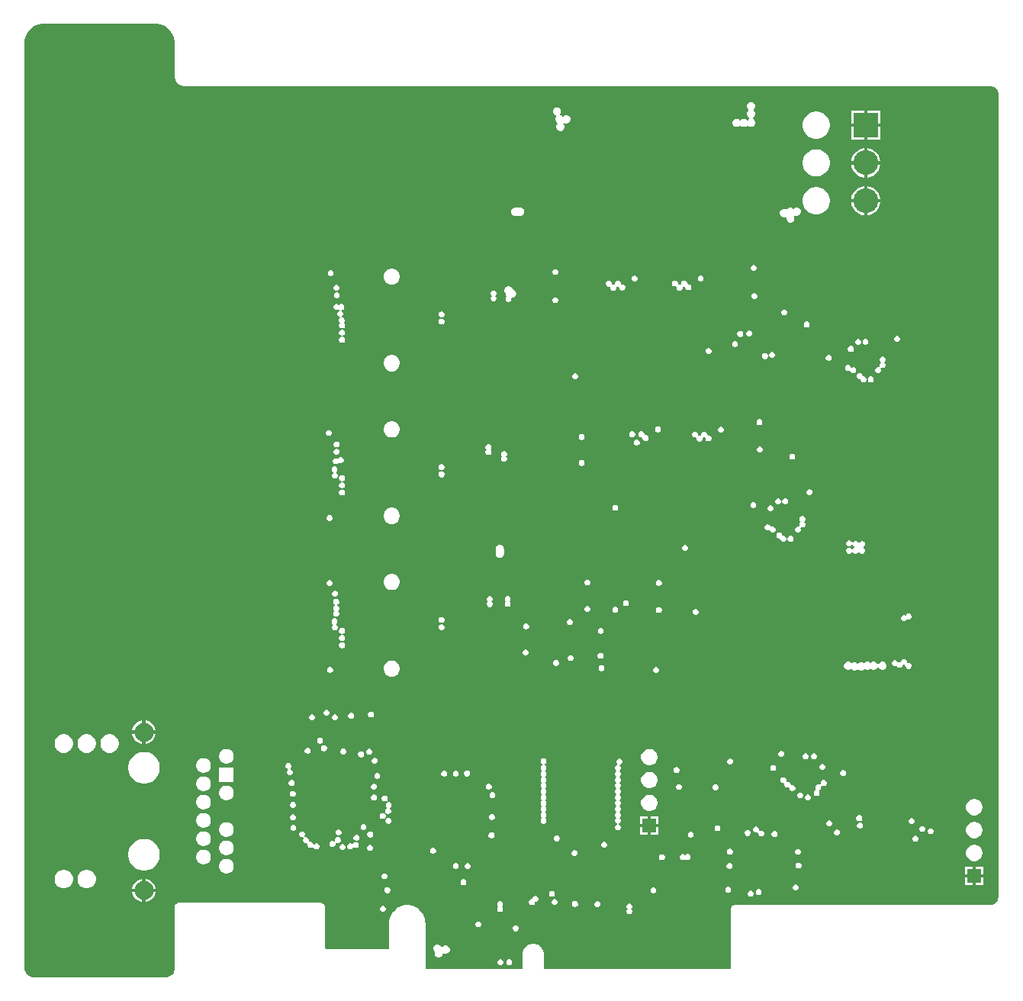
<source format=gbr>
G04*
G04 #@! TF.GenerationSoftware,Altium Limited,Altium Designer,24.9.1 (31)*
G04*
G04 Layer_Physical_Order=4*
G04 Layer_Color=6736896*
%FSLAX25Y25*%
%MOIN*%
G70*
G04*
G04 #@! TF.SameCoordinates,8C3FED30-37FA-4A54-8C90-A1F039295453*
G04*
G04*
G04 #@! TF.FilePolarity,Positive*
G04*
G01*
G75*
%ADD141R,0.10827X0.10827*%
%ADD142C,0.10827*%
%ADD156R,0.06102X0.06102*%
%ADD159R,0.07874X0.07874*%
%ADD162C,0.08268*%
%ADD164C,0.25000*%
%ADD165C,0.01600*%
G36*
X30458Y20669D02*
X30471Y20671D01*
X30483Y20669D01*
X31293Y20685D01*
X32894Y20367D01*
X34413Y19738D01*
X35781Y18824D01*
X36944Y17661D01*
X37857Y16294D01*
X38487Y14774D01*
X38807Y13161D01*
Y12341D01*
X38788Y-1632D01*
X38772Y-1931D01*
X38785Y-2021D01*
X38776Y-2111D01*
X38837Y-2772D01*
X38871Y-2887D01*
X38883Y-3007D01*
X39072Y-3643D01*
X39128Y-3749D01*
X39162Y-3865D01*
X39472Y-4451D01*
X39548Y-4545D01*
X39604Y-4651D01*
X40022Y-5166D01*
X40115Y-5243D01*
X40191Y-5337D01*
X40701Y-5760D01*
X40807Y-5818D01*
X40900Y-5894D01*
X41483Y-6210D01*
X41598Y-6246D01*
X41704Y-6303D01*
X42338Y-6499D01*
X42428Y-6508D01*
X42513Y-6539D01*
X42841Y-6590D01*
X42935Y-6586D01*
X43027Y-6604D01*
X395332Y-6604D01*
X395343Y-6602D01*
X395354Y-6604D01*
X395685Y-6598D01*
X396337Y-6715D01*
X396953Y-6957D01*
X397510Y-7315D01*
X397987Y-7774D01*
X398365Y-8318D01*
X398629Y-8925D01*
X398771Y-9572D01*
X398777Y-9891D01*
X398777Y-360509D01*
X398777Y-360881D01*
X398631Y-361611D01*
X398347Y-362298D01*
X397933Y-362917D01*
X397407Y-363443D01*
X396789Y-363856D01*
X396102Y-364141D01*
X395372Y-364286D01*
X395000Y-364286D01*
X283161D01*
X282693Y-364379D01*
X282296Y-364644D01*
X282031Y-365041D01*
X281938Y-365510D01*
Y-392175D01*
X200222D01*
X200222Y-385874D01*
X200214Y-385834D01*
X200219Y-385794D01*
X200189Y-385332D01*
X200158Y-385215D01*
X200150Y-385095D01*
X199911Y-384202D01*
X199840Y-384059D01*
X199788Y-383907D01*
X199326Y-383107D01*
X199221Y-382987D01*
X199132Y-382854D01*
X198478Y-382200D01*
X198345Y-382111D01*
X198225Y-382006D01*
X197425Y-381544D01*
X197273Y-381492D01*
X197130Y-381421D01*
X196237Y-381182D01*
X196077Y-381172D01*
X195920Y-381140D01*
X194996D01*
X194839Y-381172D01*
X194679Y-381182D01*
X193787Y-381421D01*
X193643Y-381492D01*
X193492Y-381544D01*
X192692Y-382006D01*
X192571Y-382111D01*
X192438Y-382200D01*
X191785Y-382854D01*
X191696Y-382987D01*
X191590Y-383107D01*
X191128Y-383907D01*
X191077Y-384059D01*
X191006Y-384202D01*
X190767Y-385095D01*
X190759Y-385215D01*
X190728Y-385332D01*
X190697Y-385794D01*
X190703Y-385834D01*
X190695Y-385874D01*
Y-392175D01*
X148345D01*
Y-372198D01*
X148341Y-372176D01*
X148345Y-372155D01*
X148322Y-371496D01*
X148299Y-371399D01*
Y-371300D01*
X148043Y-370014D01*
X147997Y-369902D01*
X147973Y-369784D01*
X147472Y-368573D01*
X147405Y-368473D01*
X147359Y-368361D01*
X146630Y-367271D01*
X146545Y-367186D01*
X146478Y-367085D01*
X145551Y-366158D01*
X145450Y-366091D01*
X145365Y-366006D01*
X144275Y-365277D01*
X144163Y-365231D01*
X144063Y-365164D01*
X142852Y-364663D01*
X142733Y-364639D01*
X142622Y-364593D01*
X141336Y-364337D01*
X141215D01*
X141097Y-364314D01*
X139786D01*
X139668Y-364337D01*
X139547D01*
X138261Y-364593D01*
X138150Y-364639D01*
X138031Y-364663D01*
X136820Y-365164D01*
X136720Y-365231D01*
X136608Y-365277D01*
X135518Y-366006D01*
X135433Y-366091D01*
X135333Y-366158D01*
X134405Y-367085D01*
X134338Y-367186D01*
X134253Y-367271D01*
X133525Y-368361D01*
X133478Y-368473D01*
X133412Y-368573D01*
X132910Y-369784D01*
X132886Y-369902D01*
X132840Y-370014D01*
X132584Y-371300D01*
Y-371391D01*
X132562Y-371479D01*
X132530Y-372134D01*
X132534Y-372165D01*
X132528Y-372194D01*
Y-383366D01*
X104824D01*
X104471Y-383012D01*
X104480Y-365010D01*
X104468Y-364950D01*
X104474Y-364889D01*
X104464Y-364792D01*
X104412Y-364620D01*
X104377Y-364444D01*
X104302Y-364264D01*
X104302Y-364263D01*
X104179Y-364080D01*
X104037Y-363866D01*
X104037Y-363866D01*
X103899Y-363729D01*
X103899Y-363729D01*
X103899Y-363728D01*
X103502Y-363463D01*
X103502Y-363463D01*
X103502Y-363463D01*
X103322Y-363389D01*
X103145Y-363354D01*
X102973Y-363301D01*
X102876Y-363292D01*
X102815Y-363298D01*
X102756Y-363286D01*
X40512Y-363286D01*
X40452Y-363298D01*
X40392Y-363292D01*
X40294Y-363301D01*
X40122Y-363354D01*
X39946Y-363389D01*
X39766Y-363463D01*
X39766Y-363463D01*
X39369Y-363729D01*
X39231Y-363866D01*
X39231Y-363866D01*
X39099Y-364065D01*
X38966Y-364264D01*
X38966Y-364264D01*
X38891Y-364444D01*
X38856Y-364620D01*
X38804Y-364792D01*
X38794Y-364890D01*
X38800Y-364950D01*
X38788Y-365009D01*
X38788Y-391990D01*
X38788Y-392362D01*
X38643Y-393091D01*
X38359Y-393778D01*
X37945Y-394397D01*
X37419Y-394923D01*
X36801Y-395336D01*
X36113Y-395621D01*
X35384Y-395766D01*
X-22988D01*
X-23354Y-395733D01*
X-24166Y-395493D01*
X-24916Y-395099D01*
X-25575Y-394567D01*
X-26117Y-393917D01*
X-26522Y-393173D01*
X-26774Y-392364D01*
X-26863Y-391522D01*
X-26825Y-391100D01*
X-26831Y-391045D01*
X-26820Y-390990D01*
X-26820Y12339D01*
X-26822Y12351D01*
X-26820Y12364D01*
X-26837Y13173D01*
X-26518Y14774D01*
X-25889Y16294D01*
X-24975Y17661D01*
X-23812Y18824D01*
X-22445Y19738D01*
X-20925Y20367D01*
X-19312Y20688D01*
X-18490D01*
X30458Y20669D01*
D02*
G37*
%LPC*%
G36*
X291016Y-13512D02*
X290300D01*
X289638Y-13787D01*
X289132Y-14293D01*
X288858Y-14954D01*
Y-15671D01*
X289132Y-16332D01*
X289450Y-16651D01*
X289582Y-16976D01*
X289450Y-17302D01*
X289132Y-17620D01*
X288858Y-18282D01*
Y-18998D01*
X289132Y-19659D01*
X289638Y-20166D01*
X289986Y-20310D01*
Y-20851D01*
X289638Y-20995D01*
X289432Y-21201D01*
X289105Y-21479D01*
X288778Y-21201D01*
X288572Y-20995D01*
X287911Y-20721D01*
X287195D01*
X286533Y-20995D01*
X286280Y-21248D01*
X285953Y-21455D01*
X285627Y-21248D01*
X285374Y-20995D01*
X284712Y-20721D01*
X283996D01*
X283334Y-20995D01*
X282828Y-21501D01*
X282554Y-22163D01*
Y-22879D01*
X282828Y-23541D01*
X283334Y-24047D01*
X283996Y-24321D01*
X284712D01*
X285374Y-24047D01*
X285627Y-23794D01*
X285953Y-23587D01*
X286280Y-23794D01*
X286533Y-24047D01*
X287195Y-24321D01*
X287911D01*
X288572Y-24047D01*
X288778Y-23841D01*
X289105Y-23563D01*
X289432Y-23841D01*
X289638Y-24047D01*
X290300Y-24321D01*
X291016D01*
X291677Y-24047D01*
X292183Y-23541D01*
X292458Y-22879D01*
Y-22163D01*
X292183Y-21501D01*
X291677Y-20995D01*
X291329Y-20851D01*
Y-20310D01*
X291677Y-20166D01*
X292183Y-19659D01*
X292458Y-18998D01*
Y-18282D01*
X292183Y-17620D01*
X291865Y-17302D01*
X291733Y-16976D01*
X291865Y-16651D01*
X292183Y-16332D01*
X292458Y-15671D01*
Y-14954D01*
X292183Y-14293D01*
X291677Y-13787D01*
X291016Y-13512D01*
D02*
G37*
G36*
X347167Y-17063D02*
X341504D01*
Y-22726D01*
X347167D01*
Y-17063D01*
D02*
G37*
G36*
X340003D02*
X334340D01*
Y-22726D01*
X340003D01*
Y-17063D01*
D02*
G37*
G36*
X206217Y-15707D02*
X205500D01*
X204839Y-15981D01*
X204332Y-16488D01*
X204059Y-17149D01*
Y-17865D01*
X204332Y-18527D01*
X204839Y-19033D01*
X205446Y-19284D01*
X205558Y-19529D01*
X205630Y-19807D01*
X205487Y-19950D01*
X205213Y-20612D01*
Y-21328D01*
X205487Y-21990D01*
X205993Y-22496D01*
X206035Y-23054D01*
X205862Y-23227D01*
X205588Y-23889D01*
Y-24605D01*
X205862Y-25267D01*
X206368Y-25773D01*
X207030Y-26047D01*
X207746D01*
X208408Y-25773D01*
X208914Y-25267D01*
X209188Y-24605D01*
Y-23889D01*
X208914Y-23227D01*
X208549Y-22862D01*
X208871Y-22496D01*
X209533Y-22770D01*
X210249D01*
X210911Y-22496D01*
X211417Y-21990D01*
X211691Y-21328D01*
Y-20612D01*
X211417Y-19950D01*
X210911Y-19444D01*
X210249Y-19170D01*
X209533D01*
X208871Y-19444D01*
X208452Y-19863D01*
X208032Y-19444D01*
X207426Y-19193D01*
X207313Y-18948D01*
X207241Y-18670D01*
X207384Y-18527D01*
X207659Y-17865D01*
Y-17149D01*
X207384Y-16488D01*
X206878Y-15981D01*
X206217Y-15707D01*
D02*
G37*
G36*
X319682Y-17562D02*
X318518D01*
X317375Y-17790D01*
X316299Y-18236D01*
X315330Y-18883D01*
X314507Y-19706D01*
X313860Y-20675D01*
X313414Y-21751D01*
X313187Y-22893D01*
Y-24058D01*
X313414Y-25201D01*
X313860Y-26277D01*
X314507Y-27245D01*
X315330Y-28069D01*
X316299Y-28716D01*
X317375Y-29162D01*
X318518Y-29389D01*
X319682D01*
X320825Y-29162D01*
X321901Y-28716D01*
X322869Y-28069D01*
X323693Y-27245D01*
X324340Y-26277D01*
X324786Y-25201D01*
X325013Y-24058D01*
Y-22893D01*
X324786Y-21751D01*
X324340Y-20675D01*
X323693Y-19706D01*
X322869Y-18883D01*
X321901Y-18236D01*
X320825Y-17790D01*
X319682Y-17562D01*
D02*
G37*
G36*
X347167Y-24226D02*
X341504D01*
Y-29889D01*
X347167D01*
Y-24226D01*
D02*
G37*
G36*
X340003D02*
X334340D01*
Y-29889D01*
X340003D01*
Y-24226D01*
D02*
G37*
G36*
X341504Y-33621D02*
Y-39261D01*
X347143D01*
X346920Y-38141D01*
X346437Y-36973D01*
X345735Y-35923D01*
X344842Y-35030D01*
X343791Y-34328D01*
X342624Y-33844D01*
X341504Y-33621D01*
D02*
G37*
G36*
X340003D02*
X338883Y-33844D01*
X337716Y-34328D01*
X336665Y-35030D01*
X335772Y-35923D01*
X335070Y-36973D01*
X334587Y-38141D01*
X334364Y-39261D01*
X340003D01*
Y-33621D01*
D02*
G37*
G36*
X319682Y-34098D02*
X318518D01*
X317375Y-34325D01*
X316299Y-34771D01*
X315330Y-35418D01*
X314507Y-36242D01*
X313860Y-37210D01*
X313414Y-38286D01*
X313187Y-39429D01*
Y-40594D01*
X313414Y-41736D01*
X313860Y-42812D01*
X314507Y-43781D01*
X315330Y-44605D01*
X316299Y-45252D01*
X317375Y-45697D01*
X318518Y-45925D01*
X319682D01*
X320825Y-45697D01*
X321901Y-45252D01*
X322869Y-44605D01*
X323693Y-43781D01*
X324340Y-42812D01*
X324786Y-41736D01*
X325013Y-40594D01*
Y-39429D01*
X324786Y-38286D01*
X324340Y-37210D01*
X323693Y-36242D01*
X322869Y-35418D01*
X321901Y-34771D01*
X320825Y-34325D01*
X319682Y-34098D01*
D02*
G37*
G36*
X347143Y-40761D02*
X341504D01*
Y-46401D01*
X342624Y-46178D01*
X343791Y-45695D01*
X344842Y-44993D01*
X345735Y-44100D01*
X346437Y-43049D01*
X346920Y-41882D01*
X347143Y-40761D01*
D02*
G37*
G36*
X340003D02*
X334364D01*
X334587Y-41882D01*
X335070Y-43049D01*
X335772Y-44100D01*
X336665Y-44993D01*
X337716Y-45695D01*
X338883Y-46178D01*
X340003Y-46401D01*
Y-40761D01*
D02*
G37*
G36*
X341504Y-50157D02*
Y-55797D01*
X347143D01*
X346920Y-54676D01*
X346437Y-53509D01*
X345735Y-52458D01*
X344842Y-51565D01*
X343791Y-50863D01*
X342624Y-50380D01*
X341504Y-50157D01*
D02*
G37*
G36*
X340003D02*
X338883Y-50380D01*
X337716Y-50863D01*
X336665Y-51565D01*
X335772Y-52458D01*
X335070Y-53509D01*
X334587Y-54676D01*
X334364Y-55797D01*
X340003D01*
Y-50157D01*
D02*
G37*
G36*
X310887Y-59503D02*
X310170D01*
X309509Y-59777D01*
X309171Y-60115D01*
X308875Y-59819D01*
X308213Y-59545D01*
X307497D01*
X306836Y-59819D01*
X306329Y-60325D01*
X305809Y-60275D01*
X305393Y-60103D01*
X304677D01*
X304015Y-60377D01*
X303509Y-60883D01*
X303235Y-61545D01*
Y-62261D01*
X303509Y-62923D01*
X304015Y-63429D01*
X304677Y-63703D01*
X305393D01*
X305640Y-63601D01*
X305858Y-63761D01*
X306055Y-63970D01*
Y-64620D01*
X306329Y-65282D01*
X306836Y-65788D01*
X307497Y-66062D01*
X308213D01*
X308875Y-65788D01*
X309381Y-65282D01*
X309655Y-64620D01*
Y-63904D01*
X309419Y-63333D01*
X309603Y-63055D01*
X309752Y-62929D01*
X310170Y-63103D01*
X310887D01*
X311548Y-62829D01*
X312054Y-62323D01*
X312328Y-61661D01*
Y-60945D01*
X312054Y-60283D01*
X311548Y-59777D01*
X310887Y-59503D01*
D02*
G37*
G36*
X319682Y-50633D02*
X318518D01*
X317375Y-50861D01*
X316299Y-51306D01*
X315330Y-51954D01*
X314507Y-52777D01*
X313860Y-53746D01*
X313414Y-54822D01*
X313187Y-55964D01*
Y-57129D01*
X313414Y-58272D01*
X313860Y-59348D01*
X314507Y-60316D01*
X315330Y-61140D01*
X316299Y-61787D01*
X317375Y-62233D01*
X318518Y-62460D01*
X319682D01*
X320825Y-62233D01*
X321901Y-61787D01*
X322869Y-61140D01*
X323693Y-60316D01*
X324340Y-59348D01*
X324786Y-58272D01*
X325013Y-57129D01*
Y-55964D01*
X324786Y-54822D01*
X324340Y-53746D01*
X323693Y-52777D01*
X322869Y-51954D01*
X321901Y-51306D01*
X320825Y-50861D01*
X319682Y-50633D01*
D02*
G37*
G36*
X347143Y-57297D02*
X341504D01*
Y-62937D01*
X342624Y-62714D01*
X343791Y-62230D01*
X344842Y-61528D01*
X345735Y-60635D01*
X346437Y-59585D01*
X346920Y-58417D01*
X347143Y-57297D01*
D02*
G37*
G36*
X340003D02*
X334364D01*
X334587Y-58417D01*
X335070Y-59585D01*
X335772Y-60635D01*
X336665Y-61528D01*
X337716Y-62230D01*
X338883Y-62714D01*
X340003Y-62937D01*
Y-57297D01*
D02*
G37*
G36*
X190038Y-59442D02*
X187421Y-59442D01*
X187321Y-59483D01*
X187214D01*
X186736Y-59681D01*
X186660Y-59757D01*
X186560Y-59798D01*
X186195Y-60164D01*
X186153Y-60263D01*
X186077Y-60339D01*
X185879Y-60817D01*
Y-60925D01*
X185838Y-61024D01*
Y-61542D01*
X185879Y-61641D01*
Y-61749D01*
X186077Y-62226D01*
X186153Y-62303D01*
X186195Y-62402D01*
X186560Y-62768D01*
X186660Y-62809D01*
X186736Y-62885D01*
X187214Y-63083D01*
X187321D01*
X187421Y-63124D01*
X189779Y-63124D01*
X189779Y-63124D01*
X190038D01*
X190137Y-63083D01*
X190245D01*
X190723Y-62885D01*
X190799Y-62809D01*
X190898Y-62768D01*
X191264Y-62402D01*
X191305Y-62303D01*
X191381Y-62226D01*
X191579Y-61749D01*
Y-61641D01*
X191621Y-61542D01*
Y-61024D01*
X191579Y-60925D01*
Y-60817D01*
X191381Y-60339D01*
X191305Y-60263D01*
X191264Y-60164D01*
X190898Y-59798D01*
X190799Y-59757D01*
X190723Y-59681D01*
X190245Y-59483D01*
X190137D01*
X190038Y-59442D01*
D02*
G37*
G36*
X292126Y-84515D02*
X291609D01*
X291131Y-84713D01*
X290766Y-85079D01*
X290568Y-85557D01*
Y-86074D01*
X290766Y-86552D01*
X291131Y-86918D01*
X291609Y-87115D01*
X292126D01*
X292604Y-86918D01*
X292970Y-86552D01*
X293168Y-86074D01*
Y-85557D01*
X292970Y-85079D01*
X292604Y-84713D01*
X292126Y-84515D01*
D02*
G37*
G36*
X205432Y-86375D02*
X204915D01*
X204437Y-86573D01*
X204072Y-86939D01*
X203874Y-87416D01*
Y-87934D01*
X204072Y-88411D01*
X204437Y-88777D01*
X204915Y-88975D01*
X205432D01*
X205910Y-88777D01*
X206276Y-88411D01*
X206474Y-87934D01*
Y-87416D01*
X206276Y-86939D01*
X205910Y-86573D01*
X205432Y-86375D01*
D02*
G37*
G36*
X107271Y-86839D02*
X106754D01*
X106276Y-87037D01*
X105910Y-87402D01*
X105712Y-87880D01*
Y-88397D01*
X105910Y-88875D01*
X106276Y-89241D01*
X106754Y-89439D01*
X107271D01*
X107748Y-89241D01*
X108114Y-88875D01*
X108312Y-88397D01*
Y-87880D01*
X108114Y-87402D01*
X107748Y-87037D01*
X107271Y-86839D01*
D02*
G37*
G36*
X268946Y-89214D02*
X268428D01*
X267951Y-89412D01*
X267585Y-89778D01*
X267387Y-90256D01*
Y-90773D01*
X267585Y-91251D01*
X267951Y-91617D01*
X268428Y-91815D01*
X268946D01*
X269424Y-91617D01*
X269789Y-91251D01*
X269987Y-90773D01*
Y-90256D01*
X269789Y-89778D01*
X269424Y-89412D01*
X268946Y-89214D01*
D02*
G37*
G36*
X240018Y-89254D02*
X239501D01*
X239023Y-89452D01*
X238657Y-89818D01*
X238459Y-90295D01*
Y-90813D01*
X238657Y-91290D01*
X239023Y-91656D01*
X239501Y-91854D01*
X240018D01*
X240496Y-91656D01*
X240862Y-91290D01*
X241059Y-90813D01*
Y-90295D01*
X240862Y-89818D01*
X240496Y-89452D01*
X240018Y-89254D01*
D02*
G37*
G36*
X134136Y-86118D02*
X133201D01*
X132298Y-86360D01*
X131488Y-86827D01*
X130827Y-87489D01*
X130359Y-88298D01*
X130117Y-89202D01*
Y-90137D01*
X130359Y-91040D01*
X130827Y-91850D01*
X131488Y-92511D01*
X132298Y-92978D01*
X133201Y-93220D01*
X134136D01*
X135039Y-92978D01*
X135849Y-92511D01*
X136510Y-91850D01*
X136978Y-91040D01*
X137220Y-90137D01*
Y-89202D01*
X136978Y-88298D01*
X136510Y-87489D01*
X135849Y-86827D01*
X135039Y-86360D01*
X134136Y-86118D01*
D02*
G37*
G36*
X261631Y-91381D02*
X261114D01*
X260636Y-91579D01*
X260270Y-91945D01*
X260072Y-92423D01*
Y-92940D01*
X259686Y-93314D01*
X259663Y-93304D01*
X259145D01*
X259053Y-93342D01*
X258670Y-92960D01*
X258678Y-92940D01*
Y-92423D01*
X258480Y-91945D01*
X258115Y-91579D01*
X257637Y-91381D01*
X257119D01*
X256642Y-91579D01*
X256276Y-91945D01*
X256078Y-92423D01*
Y-92940D01*
X256276Y-93418D01*
X256642Y-93783D01*
X257119Y-93981D01*
X257637D01*
X257729Y-93943D01*
X258112Y-94326D01*
X258104Y-94345D01*
Y-94863D01*
X258302Y-95340D01*
X258667Y-95706D01*
X259145Y-95904D01*
X259663D01*
X260140Y-95706D01*
X260506Y-95340D01*
X260704Y-94863D01*
Y-94345D01*
X261090Y-93972D01*
X261114Y-93981D01*
X261528D01*
X261665Y-94019D01*
X261990Y-94374D01*
Y-94625D01*
X262188Y-95103D01*
X262554Y-95469D01*
X263032Y-95666D01*
X263549D01*
X264027Y-95469D01*
X264392Y-95103D01*
X264590Y-94625D01*
Y-94108D01*
X264392Y-93630D01*
X264027Y-93264D01*
X263549Y-93067D01*
X263134D01*
X262998Y-93029D01*
X262672Y-92674D01*
Y-92423D01*
X262474Y-91945D01*
X262109Y-91579D01*
X261631Y-91381D01*
D02*
G37*
G36*
X232703Y-91421D02*
X232186D01*
X231709Y-91619D01*
X231343Y-91985D01*
X231145Y-92462D01*
Y-92980D01*
X230759Y-93353D01*
X230735Y-93344D01*
X230218D01*
X230125Y-93382D01*
X229742Y-92999D01*
X229751Y-92980D01*
Y-92462D01*
X229553Y-91985D01*
X229187Y-91619D01*
X228709Y-91421D01*
X228192D01*
X227714Y-91619D01*
X227348Y-91985D01*
X227151Y-92462D01*
Y-92980D01*
X227348Y-93457D01*
X227714Y-93823D01*
X228192Y-94021D01*
X228709D01*
X228802Y-93983D01*
X229185Y-94365D01*
X229176Y-94385D01*
Y-94902D01*
X229374Y-95380D01*
X229740Y-95746D01*
X230218Y-95944D01*
X230735D01*
X231213Y-95746D01*
X231578Y-95380D01*
X231776Y-94902D01*
Y-94385D01*
X232163Y-94011D01*
X232186Y-94021D01*
X232601D01*
X232738Y-94059D01*
X233063Y-94413D01*
Y-94665D01*
X233261Y-95143D01*
X233627Y-95508D01*
X234104Y-95706D01*
X234622D01*
X235099Y-95508D01*
X235465Y-95143D01*
X235663Y-94665D01*
Y-94147D01*
X235465Y-93670D01*
X235099Y-93304D01*
X234622Y-93106D01*
X234207D01*
X234070Y-93069D01*
X233745Y-92714D01*
Y-92462D01*
X233547Y-91985D01*
X233181Y-91619D01*
X232703Y-91421D01*
D02*
G37*
G36*
X109688Y-93290D02*
X109171D01*
X108694Y-93488D01*
X108328Y-93854D01*
X108130Y-94332D01*
Y-94849D01*
X108328Y-95327D01*
X108694Y-95692D01*
X109171Y-95890D01*
X109688D01*
X110166Y-95692D01*
X110532Y-95327D01*
X110730Y-94849D01*
Y-94332D01*
X110532Y-93854D01*
X110166Y-93488D01*
X109688Y-93290D01*
D02*
G37*
G36*
X109893Y-96562D02*
X109376D01*
X108898Y-96760D01*
X108532Y-97126D01*
X108334Y-97604D01*
Y-98121D01*
X108532Y-98599D01*
X108898Y-98964D01*
X109376Y-99162D01*
X109893D01*
X110371Y-98964D01*
X110737Y-98599D01*
X110934Y-98121D01*
Y-97604D01*
X110737Y-97126D01*
X110371Y-96760D01*
X109893Y-96562D01*
D02*
G37*
G36*
X292354Y-96846D02*
X291837D01*
X291359Y-97044D01*
X290993Y-97410D01*
X290795Y-97888D01*
Y-98405D01*
X290993Y-98883D01*
X291359Y-99248D01*
X291837Y-99446D01*
X292354D01*
X292832Y-99248D01*
X293198Y-98883D01*
X293395Y-98405D01*
Y-97888D01*
X293198Y-97410D01*
X292832Y-97044D01*
X292354Y-96846D01*
D02*
G37*
G36*
X178434Y-95685D02*
X177917D01*
X177439Y-95883D01*
X177074Y-96249D01*
X176876Y-96727D01*
Y-97244D01*
X177074Y-97722D01*
X177387Y-98035D01*
X177074Y-98349D01*
X176876Y-98827D01*
Y-99344D01*
X177074Y-99822D01*
X177439Y-100187D01*
X177917Y-100385D01*
X178434D01*
X178912Y-100187D01*
X179278Y-99822D01*
X179476Y-99344D01*
Y-98827D01*
X179278Y-98349D01*
X178964Y-98035D01*
X179278Y-97722D01*
X179476Y-97244D01*
Y-96727D01*
X179278Y-96249D01*
X178912Y-95883D01*
X178434Y-95685D01*
D02*
G37*
G36*
X184933Y-93825D02*
X184416D01*
X184317Y-93866D01*
X184209D01*
X183731Y-94064D01*
X183655Y-94140D01*
X183556Y-94181D01*
X183190Y-94547D01*
X183149Y-94646D01*
X183073Y-94722D01*
X182875Y-95200D01*
Y-95308D01*
X182834Y-95407D01*
Y-95924D01*
X182875Y-96024D01*
Y-96131D01*
X183073Y-96609D01*
X183149Y-96685D01*
X183190Y-96785D01*
X183370Y-96965D01*
X183347Y-97022D01*
Y-97539D01*
X183545Y-98017D01*
X183858Y-98331D01*
X183545Y-98644D01*
X183347Y-99122D01*
Y-99639D01*
X183545Y-100117D01*
X183911Y-100483D01*
X184388Y-100681D01*
X184906D01*
X185383Y-100483D01*
X185749Y-100117D01*
X185947Y-99639D01*
X185947Y-99122D01*
X186409Y-98992D01*
X186418D01*
X186518Y-98951D01*
X186626D01*
X187103Y-98753D01*
X187180Y-98677D01*
X187279Y-98636D01*
X187645Y-98270D01*
X187686Y-98170D01*
X187762Y-98094D01*
X187960Y-97616D01*
Y-97509D01*
X188001Y-97409D01*
Y-96892D01*
X187960Y-96793D01*
Y-96685D01*
X187762Y-96207D01*
X187686Y-96131D01*
X187645Y-96032D01*
X187462Y-95849D01*
X187462Y-95849D01*
X185977Y-94364D01*
X185977Y-94364D01*
X185794Y-94181D01*
X185695Y-94140D01*
X185618Y-94064D01*
X185141Y-93866D01*
X185033D01*
X184933Y-93825D01*
D02*
G37*
G36*
X205378Y-98690D02*
X204861D01*
X204383Y-98888D01*
X204018Y-99254D01*
X203820Y-99731D01*
Y-100249D01*
X204018Y-100726D01*
X204383Y-101092D01*
X204861Y-101290D01*
X205378D01*
X205856Y-101092D01*
X206222Y-100726D01*
X206420Y-100249D01*
Y-99731D01*
X206222Y-99254D01*
X205856Y-98888D01*
X205378Y-98690D01*
D02*
G37*
G36*
X305465Y-104035D02*
X304948D01*
X304470Y-104233D01*
X304105Y-104599D01*
X303907Y-105077D01*
Y-105594D01*
X304105Y-106072D01*
X304470Y-106438D01*
X304948Y-106635D01*
X305465D01*
X305943Y-106438D01*
X306309Y-106072D01*
X306507Y-105594D01*
Y-105077D01*
X306309Y-104599D01*
X305943Y-104233D01*
X305465Y-104035D01*
D02*
G37*
G36*
X155683Y-104914D02*
X155166D01*
X154688Y-105112D01*
X154322Y-105477D01*
X154124Y-105955D01*
Y-106472D01*
X154322Y-106950D01*
X154688Y-107316D01*
X155166Y-107514D01*
X155683D01*
X156161Y-107316D01*
X156526Y-106950D01*
X156724Y-106472D01*
Y-105955D01*
X156526Y-105477D01*
X156161Y-105112D01*
X155683Y-104914D01*
D02*
G37*
G36*
Y-108063D02*
X155166D01*
X154688Y-108261D01*
X154322Y-108627D01*
X154124Y-109105D01*
Y-109622D01*
X154322Y-110100D01*
X154688Y-110465D01*
X155166Y-110663D01*
X155683D01*
X156161Y-110465D01*
X156526Y-110100D01*
X156724Y-109622D01*
Y-109105D01*
X156526Y-108627D01*
X156161Y-108261D01*
X155683Y-108063D01*
D02*
G37*
G36*
X315267Y-109330D02*
X314750D01*
X314272Y-109528D01*
X313906Y-109894D01*
X313708Y-110371D01*
Y-110889D01*
X313906Y-111366D01*
X314272Y-111732D01*
X314750Y-111930D01*
X315267D01*
X315745Y-111732D01*
X316110Y-111366D01*
X316308Y-110889D01*
Y-110371D01*
X316110Y-109894D01*
X315745Y-109528D01*
X315267Y-109330D01*
D02*
G37*
G36*
X109688Y-101572D02*
X109171D01*
X108694Y-101770D01*
X108328Y-102135D01*
X108130Y-102613D01*
Y-103130D01*
X108328Y-103608D01*
X108694Y-103974D01*
X109171Y-104172D01*
X109688D01*
X110166Y-103974D01*
X110451Y-103689D01*
X110506Y-103700D01*
X110872Y-104066D01*
X110890Y-104073D01*
X110856Y-104478D01*
X110819Y-104585D01*
X110370Y-104771D01*
X110004Y-105137D01*
X109806Y-105614D01*
Y-106131D01*
X110004Y-106609D01*
X110370Y-106975D01*
X110848Y-107173D01*
X110898D01*
X111011Y-107610D01*
X111013Y-107673D01*
X110659Y-108027D01*
X110461Y-108505D01*
Y-109022D01*
X110659Y-109500D01*
X111025Y-109866D01*
X110852Y-110266D01*
X110851Y-110268D01*
X110851Y-110268D01*
X110652Y-110746D01*
Y-111263D01*
X110851Y-111741D01*
X111216Y-112107D01*
X111694Y-112305D01*
X112211D01*
X112689Y-112107D01*
X113055Y-111741D01*
X113252Y-111263D01*
Y-110746D01*
X113055Y-110268D01*
X112689Y-109903D01*
X112862Y-109502D01*
X112863Y-109500D01*
X112863Y-109500D01*
X113061Y-109022D01*
Y-108505D01*
X112863Y-108027D01*
X112498Y-107662D01*
X112020Y-107464D01*
X111970D01*
X111856Y-107027D01*
X111854Y-106964D01*
X112208Y-106609D01*
X112406Y-106131D01*
Y-105614D01*
X112208Y-105137D01*
X111843Y-104771D01*
X111825Y-104764D01*
X111859Y-104359D01*
X111896Y-104252D01*
X112345Y-104066D01*
X112710Y-103700D01*
X112908Y-103222D01*
Y-102705D01*
X112710Y-102227D01*
X112345Y-101862D01*
X111867Y-101664D01*
X111350D01*
X110872Y-101862D01*
X110587Y-102146D01*
X110532Y-102135D01*
X110166Y-101770D01*
X109688Y-101572D01*
D02*
G37*
G36*
X112211Y-112855D02*
X111694D01*
X111216Y-113052D01*
X110851Y-113418D01*
X110652Y-113896D01*
Y-114413D01*
X110851Y-114891D01*
X111216Y-115257D01*
X111694Y-115454D01*
X112211D01*
X112689Y-115257D01*
X113055Y-114891D01*
X113252Y-114413D01*
Y-113896D01*
X113055Y-113418D01*
X112689Y-113052D01*
X112211Y-112855D01*
D02*
G37*
G36*
X290163Y-113262D02*
X289646D01*
X289168Y-113460D01*
X288803Y-113825D01*
X288605Y-114303D01*
Y-114820D01*
X288803Y-115298D01*
X289168Y-115664D01*
X289646Y-115862D01*
X290163D01*
X290641Y-115664D01*
X291007Y-115298D01*
X291205Y-114820D01*
Y-114303D01*
X291007Y-113825D01*
X290641Y-113460D01*
X290163Y-113262D01*
D02*
G37*
G36*
X286215Y-113414D02*
X285698D01*
X285220Y-113612D01*
X284854Y-113978D01*
X284656Y-114456D01*
Y-114973D01*
X284854Y-115451D01*
X285220Y-115816D01*
X285698Y-116014D01*
X286215D01*
X286693Y-115816D01*
X287058Y-115451D01*
X287256Y-114973D01*
Y-114456D01*
X287058Y-113978D01*
X286693Y-113612D01*
X286215Y-113414D01*
D02*
G37*
G36*
X354724Y-115549D02*
X354207D01*
X353729Y-115747D01*
X353363Y-116113D01*
X353165Y-116591D01*
Y-117108D01*
X353363Y-117586D01*
X353729Y-117952D01*
X354207Y-118149D01*
X354724D01*
X355202Y-117952D01*
X355567Y-117586D01*
X355765Y-117108D01*
Y-116591D01*
X355567Y-116113D01*
X355202Y-115747D01*
X354724Y-115549D01*
D02*
G37*
G36*
X112211Y-116004D02*
X111694D01*
X111216Y-116202D01*
X110851Y-116568D01*
X110652Y-117045D01*
Y-117563D01*
X110851Y-118041D01*
X111216Y-118406D01*
X111694Y-118604D01*
X112211D01*
X112689Y-118406D01*
X113055Y-118041D01*
X113252Y-117563D01*
Y-117045D01*
X113055Y-116568D01*
X112689Y-116202D01*
X112211Y-116004D01*
D02*
G37*
G36*
X340914Y-116922D02*
X340397D01*
X339919Y-117120D01*
X339553Y-117485D01*
X339355Y-117963D01*
Y-118480D01*
X339553Y-118958D01*
X339919Y-119324D01*
X340397Y-119522D01*
X340914D01*
X341392Y-119324D01*
X341758Y-118958D01*
X341955Y-118480D01*
Y-117963D01*
X341758Y-117485D01*
X341392Y-117120D01*
X340914Y-116922D01*
D02*
G37*
G36*
X337791Y-116927D02*
X337274D01*
X336796Y-117125D01*
X336430Y-117491D01*
X336232Y-117968D01*
Y-118486D01*
X336430Y-118963D01*
X336796Y-119329D01*
X337274Y-119527D01*
X337791D01*
X338268Y-119329D01*
X338634Y-118963D01*
X338832Y-118486D01*
Y-117968D01*
X338634Y-117491D01*
X338268Y-117125D01*
X337791Y-116927D01*
D02*
G37*
G36*
X283920Y-117933D02*
X283403D01*
X282925Y-118131D01*
X282559Y-118496D01*
X282361Y-118974D01*
Y-119491D01*
X282559Y-119969D01*
X282925Y-120335D01*
X283403Y-120533D01*
X283920D01*
X284398Y-120335D01*
X284764Y-119969D01*
X284961Y-119491D01*
Y-118974D01*
X284764Y-118496D01*
X284398Y-118131D01*
X283920Y-117933D01*
D02*
G37*
G36*
X334541Y-119999D02*
X334023D01*
X333546Y-120197D01*
X333180Y-120562D01*
X332982Y-121040D01*
Y-121557D01*
X333180Y-122035D01*
X333546Y-122401D01*
X334023Y-122599D01*
X334541D01*
X335018Y-122401D01*
X335384Y-122035D01*
X335582Y-121557D01*
Y-121040D01*
X335384Y-120562D01*
X335018Y-120197D01*
X334541Y-119999D01*
D02*
G37*
G36*
X272327Y-120902D02*
X271810D01*
X271332Y-121100D01*
X270967Y-121466D01*
X270769Y-121943D01*
Y-122460D01*
X270967Y-122938D01*
X271332Y-123304D01*
X271810Y-123502D01*
X272327D01*
X272805Y-123304D01*
X273171Y-122938D01*
X273369Y-122460D01*
Y-121943D01*
X273171Y-121466D01*
X272805Y-121100D01*
X272327Y-120902D01*
D02*
G37*
G36*
X300116Y-122508D02*
X299599D01*
X299121Y-122705D01*
X298756Y-123071D01*
X298558Y-123549D01*
Y-124066D01*
X298756Y-124544D01*
X299121Y-124910D01*
X299599Y-125108D01*
X300116D01*
X300594Y-124910D01*
X300960Y-124544D01*
X301158Y-124066D01*
Y-123549D01*
X300960Y-123071D01*
X300594Y-122705D01*
X300116Y-122508D01*
D02*
G37*
G36*
X297008Y-123085D02*
X296491D01*
X296013Y-123283D01*
X295648Y-123649D01*
X295450Y-124127D01*
Y-124644D01*
X295648Y-125122D01*
X296013Y-125487D01*
X296491Y-125685D01*
X297008D01*
X297486Y-125487D01*
X297852Y-125122D01*
X298050Y-124644D01*
Y-124127D01*
X297852Y-123649D01*
X297486Y-123283D01*
X297008Y-123085D01*
D02*
G37*
G36*
X324880Y-123934D02*
X324363D01*
X323885Y-124132D01*
X323519Y-124498D01*
X323321Y-124975D01*
Y-125493D01*
X323519Y-125970D01*
X323885Y-126336D01*
X324363Y-126534D01*
X324880D01*
X325358Y-126336D01*
X325723Y-125970D01*
X325921Y-125493D01*
Y-124975D01*
X325723Y-124498D01*
X325358Y-124132D01*
X324880Y-123934D01*
D02*
G37*
G36*
X348399Y-124562D02*
X347882D01*
X347404Y-124760D01*
X347039Y-125126D01*
X346841Y-125603D01*
Y-126121D01*
X347039Y-126599D01*
X347208Y-126768D01*
X347342Y-127107D01*
X347206Y-127419D01*
X347026Y-127599D01*
X346828Y-128077D01*
Y-128594D01*
X346991Y-128987D01*
X346823Y-129247D01*
X346658Y-129391D01*
X346426Y-129294D01*
X345908D01*
X345430Y-129492D01*
X345065Y-129858D01*
X344867Y-130336D01*
Y-130853D01*
X345065Y-131331D01*
X345430Y-131696D01*
X345908Y-131894D01*
X346426D01*
X346903Y-131696D01*
X347269Y-131331D01*
X347467Y-130853D01*
Y-130336D01*
X347304Y-129942D01*
X347472Y-129682D01*
X347637Y-129539D01*
X347869Y-129635D01*
X348387D01*
X348864Y-129437D01*
X349230Y-129071D01*
X349428Y-128594D01*
Y-128077D01*
X349230Y-127599D01*
X349061Y-127429D01*
X348927Y-127090D01*
X349063Y-126778D01*
X349243Y-126599D01*
X349441Y-126121D01*
Y-125603D01*
X349243Y-125126D01*
X348877Y-124760D01*
X348399Y-124562D01*
D02*
G37*
G36*
X134136Y-123913D02*
X133201D01*
X132298Y-124155D01*
X131488Y-124623D01*
X130827Y-125284D01*
X130359Y-126094D01*
X130117Y-126997D01*
Y-127932D01*
X130359Y-128835D01*
X130827Y-129645D01*
X131488Y-130306D01*
X132298Y-130774D01*
X133201Y-131016D01*
X134136D01*
X135039Y-130774D01*
X135849Y-130306D01*
X136510Y-129645D01*
X136978Y-128835D01*
X137220Y-127932D01*
Y-126997D01*
X136978Y-126094D01*
X136510Y-125284D01*
X135849Y-124623D01*
X135039Y-124155D01*
X134136Y-123913D01*
D02*
G37*
G36*
X333231Y-128303D02*
X332714D01*
X332236Y-128500D01*
X331871Y-128866D01*
X331673Y-129344D01*
Y-129861D01*
X331871Y-130339D01*
X332236Y-130705D01*
X332714Y-130903D01*
X333231D01*
X333459Y-130808D01*
X333838Y-130842D01*
X334047Y-131065D01*
X334157Y-131331D01*
X334522Y-131696D01*
X335000Y-131894D01*
X335517D01*
X335995Y-131696D01*
X336361Y-131331D01*
X336559Y-130853D01*
Y-130336D01*
X336361Y-129858D01*
X335995Y-129492D01*
X335517Y-129294D01*
X335000D01*
X334773Y-129388D01*
X334394Y-129355D01*
X334185Y-129132D01*
X334075Y-128866D01*
X333709Y-128500D01*
X333231Y-128303D01*
D02*
G37*
G36*
X214023Y-131931D02*
X213506D01*
X213028Y-132129D01*
X212663Y-132495D01*
X212465Y-132973D01*
Y-133490D01*
X212663Y-133968D01*
X213028Y-134334D01*
X213506Y-134531D01*
X214023D01*
X214501Y-134334D01*
X214867Y-133968D01*
X215065Y-133490D01*
Y-132973D01*
X214867Y-132495D01*
X214501Y-132129D01*
X214023Y-131931D01*
D02*
G37*
G36*
X343256Y-133334D02*
X342738D01*
X342261Y-133531D01*
X341895Y-133897D01*
X341697Y-134375D01*
Y-134892D01*
X341895Y-135370D01*
X342261Y-135736D01*
X342738Y-135934D01*
X343256D01*
X343733Y-135736D01*
X344099Y-135370D01*
X344297Y-134892D01*
Y-134375D01*
X344099Y-133897D01*
X343733Y-133531D01*
X343256Y-133334D01*
D02*
G37*
G36*
X338334Y-131808D02*
X337817D01*
X337339Y-132006D01*
X336974Y-132372D01*
X336776Y-132850D01*
Y-133367D01*
X336974Y-133845D01*
X337339Y-134210D01*
X337817Y-134408D01*
X338334D01*
X338547Y-134861D01*
Y-134892D01*
X338745Y-135370D01*
X339111Y-135736D01*
X339589Y-135934D01*
X340106D01*
X340584Y-135736D01*
X340949Y-135370D01*
X341147Y-134892D01*
Y-134375D01*
X340949Y-133897D01*
X340584Y-133531D01*
X340106Y-133334D01*
X339589D01*
X339376Y-132881D01*
Y-132850D01*
X339178Y-132372D01*
X338812Y-132006D01*
X338334Y-131808D01*
D02*
G37*
G36*
X294553Y-151999D02*
X294036D01*
X293559Y-152197D01*
X293193Y-152563D01*
X292995Y-153040D01*
Y-153558D01*
X293193Y-154035D01*
X293559Y-154401D01*
X294036Y-154599D01*
X294553D01*
X295031Y-154401D01*
X295397Y-154035D01*
X295595Y-153558D01*
Y-153040D01*
X295397Y-152563D01*
X295031Y-152197D01*
X294553Y-151999D01*
D02*
G37*
G36*
X250269Y-155113D02*
X249751D01*
X249274Y-155311D01*
X248908Y-155677D01*
X248710Y-156155D01*
Y-156672D01*
X248908Y-157150D01*
X249274Y-157516D01*
X249751Y-157713D01*
X250269D01*
X250746Y-157516D01*
X251112Y-157150D01*
X251310Y-156672D01*
Y-156155D01*
X251112Y-155677D01*
X250746Y-155311D01*
X250269Y-155113D01*
D02*
G37*
G36*
X277700Y-155190D02*
X277183D01*
X276705Y-155387D01*
X276340Y-155753D01*
X276142Y-156231D01*
Y-156748D01*
X276340Y-157226D01*
X276705Y-157592D01*
X277183Y-157790D01*
X277700D01*
X278178Y-157592D01*
X278544Y-157226D01*
X278742Y-156748D01*
Y-156231D01*
X278544Y-155753D01*
X278178Y-155387D01*
X277700Y-155190D01*
D02*
G37*
G36*
X270386Y-157357D02*
X269868D01*
X269391Y-157554D01*
X269025Y-157920D01*
X268827Y-158398D01*
Y-158915D01*
X268441Y-159289D01*
X268417Y-159279D01*
X267900D01*
X267807Y-159317D01*
X267425Y-158935D01*
X267433Y-158915D01*
Y-158398D01*
X267235Y-157920D01*
X266869Y-157554D01*
X266391Y-157357D01*
X265874D01*
X265396Y-157554D01*
X265031Y-157920D01*
X264833Y-158398D01*
Y-158915D01*
X265031Y-159393D01*
X265396Y-159759D01*
X265874Y-159957D01*
X266391D01*
X266484Y-159918D01*
X266867Y-160301D01*
X266859Y-160320D01*
Y-160838D01*
X267056Y-161315D01*
X267422Y-161681D01*
X267900Y-161879D01*
X268417D01*
X268895Y-161681D01*
X269261Y-161315D01*
X269459Y-160838D01*
Y-160320D01*
X269845Y-159947D01*
X269868Y-159957D01*
X270283D01*
X270420Y-159994D01*
X270745Y-160349D01*
Y-160600D01*
X270943Y-161078D01*
X271309Y-161444D01*
X271786Y-161642D01*
X272304D01*
X272781Y-161444D01*
X273147Y-161078D01*
X273345Y-160600D01*
Y-160083D01*
X273147Y-159605D01*
X272781Y-159239D01*
X272304Y-159042D01*
X271889D01*
X271752Y-159004D01*
X271427Y-158649D01*
Y-158398D01*
X271229Y-157920D01*
X270864Y-157554D01*
X270386Y-157357D01*
D02*
G37*
G36*
X106462Y-156700D02*
X105945D01*
X105467Y-156898D01*
X105101Y-157264D01*
X104903Y-157741D01*
Y-158258D01*
X105101Y-158736D01*
X105467Y-159102D01*
X105945Y-159300D01*
X106462D01*
X106940Y-159102D01*
X107305Y-158736D01*
X107503Y-158258D01*
Y-157741D01*
X107305Y-157264D01*
X106940Y-156898D01*
X106462Y-156700D01*
D02*
G37*
G36*
X238960Y-157280D02*
X238443D01*
X237965Y-157478D01*
X237599Y-157844D01*
X237401Y-158322D01*
Y-158839D01*
X237599Y-159317D01*
X237965Y-159682D01*
X238443Y-159880D01*
X238960D01*
X239438Y-159682D01*
X239803Y-159317D01*
X240001Y-158839D01*
Y-158322D01*
X239803Y-157844D01*
X239438Y-157478D01*
X238960Y-157280D01*
D02*
G37*
G36*
X134136Y-152835D02*
X133201D01*
X132298Y-153077D01*
X131488Y-153544D01*
X130827Y-154205D01*
X130359Y-155015D01*
X130117Y-155918D01*
Y-156853D01*
X130359Y-157756D01*
X130827Y-158566D01*
X131488Y-159227D01*
X132298Y-159695D01*
X133201Y-159937D01*
X134136D01*
X135039Y-159695D01*
X135849Y-159227D01*
X136510Y-158566D01*
X136978Y-157756D01*
X137220Y-156853D01*
Y-155918D01*
X136978Y-155015D01*
X136510Y-154205D01*
X135849Y-153544D01*
X135039Y-153077D01*
X134136Y-152835D01*
D02*
G37*
G36*
X216945Y-158437D02*
X216428D01*
X215950Y-158635D01*
X215585Y-159001D01*
X215387Y-159479D01*
Y-159996D01*
X215585Y-160474D01*
X215950Y-160839D01*
X216428Y-161037D01*
X216945D01*
X217423Y-160839D01*
X217789Y-160474D01*
X217987Y-159996D01*
Y-159479D01*
X217789Y-159001D01*
X217423Y-158635D01*
X216945Y-158437D01*
D02*
G37*
G36*
X242954Y-157280D02*
X242437D01*
X241959Y-157478D01*
X241593Y-157844D01*
X241395Y-158322D01*
Y-158839D01*
X241593Y-159317D01*
X241959Y-159682D01*
X242437Y-159880D01*
X242851D01*
X242988Y-159918D01*
X243314Y-160273D01*
Y-160524D01*
X243511Y-161002D01*
X243877Y-161367D01*
X244355Y-161565D01*
X244872D01*
X245350Y-161367D01*
X245716Y-161002D01*
X245914Y-160524D01*
Y-160007D01*
X245716Y-159529D01*
X245350Y-159163D01*
X244872Y-158965D01*
X244457D01*
X244321Y-158928D01*
X243995Y-158573D01*
Y-158322D01*
X243798Y-157844D01*
X243432Y-157478D01*
X242954Y-157280D01*
D02*
G37*
G36*
X240986Y-160857D02*
X240468D01*
X239991Y-161055D01*
X239625Y-161420D01*
X239427Y-161898D01*
Y-162415D01*
X239625Y-162893D01*
X239991Y-163259D01*
X240468Y-163457D01*
X240986D01*
X241463Y-163259D01*
X241829Y-162893D01*
X242027Y-162415D01*
Y-161898D01*
X241829Y-161420D01*
X241463Y-161055D01*
X240986Y-160857D01*
D02*
G37*
G36*
X109826Y-161743D02*
X109309D01*
X108831Y-161941D01*
X108466Y-162307D01*
X108268Y-162785D01*
Y-163302D01*
X108466Y-163780D01*
X108831Y-164145D01*
X109309Y-164343D01*
X109826D01*
X110304Y-164145D01*
X110670Y-163780D01*
X110868Y-163302D01*
Y-162785D01*
X110670Y-162307D01*
X110304Y-161941D01*
X109826Y-161743D01*
D02*
G37*
G36*
X294755Y-163874D02*
X294238D01*
X293760Y-164072D01*
X293394Y-164438D01*
X293196Y-164915D01*
Y-165433D01*
X293394Y-165910D01*
X293760Y-166276D01*
X294238Y-166474D01*
X294755D01*
X295233Y-166276D01*
X295598Y-165910D01*
X295796Y-165433D01*
Y-164915D01*
X295598Y-164438D01*
X295233Y-164072D01*
X294755Y-163874D01*
D02*
G37*
G36*
X109826Y-164933D02*
X109309D01*
X108831Y-165131D01*
X108466Y-165497D01*
X108268Y-165975D01*
Y-166492D01*
X108466Y-166970D01*
X108831Y-167335D01*
X109309Y-167533D01*
X109826D01*
X110304Y-167335D01*
X110670Y-166970D01*
X110868Y-166492D01*
Y-165975D01*
X110670Y-165497D01*
X110304Y-165131D01*
X109826Y-164933D01*
D02*
G37*
G36*
X176207Y-162975D02*
X175690D01*
X175212Y-163172D01*
X174846Y-163538D01*
X174649Y-164016D01*
Y-164533D01*
X174846Y-165011D01*
X175160Y-165325D01*
X174846Y-165638D01*
X174649Y-166116D01*
Y-166633D01*
X174846Y-167111D01*
X175212Y-167477D01*
X175690Y-167675D01*
X176207D01*
X176685Y-167477D01*
X177051Y-167111D01*
X177249Y-166633D01*
Y-166116D01*
X177051Y-165638D01*
X176737Y-165325D01*
X177051Y-165011D01*
X177249Y-164533D01*
Y-164016D01*
X177051Y-163538D01*
X176685Y-163172D01*
X176207Y-162975D01*
D02*
G37*
G36*
X111647Y-168505D02*
X111129D01*
X110652Y-168703D01*
X110286Y-169068D01*
X109711Y-169150D01*
X109500Y-169062D01*
X108983D01*
X108505Y-169260D01*
X108139Y-169626D01*
X107941Y-170104D01*
Y-170621D01*
X108139Y-171098D01*
X108505Y-171464D01*
X108983Y-171662D01*
X109500D01*
X109977Y-171464D01*
X110343Y-171099D01*
X110918Y-171017D01*
X111129Y-171105D01*
X111647D01*
X112124Y-170907D01*
X112490Y-170541D01*
X112688Y-170063D01*
Y-169546D01*
X112490Y-169068D01*
X112124Y-168703D01*
X111647Y-168505D01*
D02*
G37*
G36*
X308897Y-167027D02*
X308380D01*
X307902Y-167225D01*
X307536Y-167591D01*
X307338Y-168069D01*
Y-168586D01*
X307536Y-169064D01*
X307902Y-169430D01*
X308380Y-169627D01*
X308897D01*
X309374Y-169430D01*
X309740Y-169064D01*
X309938Y-168586D01*
Y-168069D01*
X309740Y-167591D01*
X309374Y-167225D01*
X308897Y-167027D01*
D02*
G37*
G36*
X182993Y-165854D02*
X182475D01*
X181998Y-166052D01*
X181632Y-166418D01*
X181434Y-166896D01*
Y-167413D01*
X181632Y-167891D01*
X181946Y-168204D01*
X181632Y-168518D01*
X181434Y-168996D01*
Y-169513D01*
X181632Y-169991D01*
X181998Y-170356D01*
X182475Y-170554D01*
X182993D01*
X183470Y-170356D01*
X183836Y-169991D01*
X184034Y-169513D01*
Y-168996D01*
X183836Y-168518D01*
X183522Y-168204D01*
X183836Y-167891D01*
X184034Y-167413D01*
Y-166896D01*
X183836Y-166418D01*
X183470Y-166052D01*
X182993Y-165854D01*
D02*
G37*
G36*
X216908Y-169773D02*
X216391D01*
X215913Y-169971D01*
X215547Y-170336D01*
X215350Y-170814D01*
Y-171331D01*
X215547Y-171809D01*
X215913Y-172175D01*
X216391Y-172373D01*
X216908D01*
X217386Y-172175D01*
X217752Y-171809D01*
X217950Y-171331D01*
Y-170814D01*
X217752Y-170336D01*
X217386Y-169971D01*
X216908Y-169773D01*
D02*
G37*
G36*
X155683Y-171630D02*
X155166D01*
X154688Y-171828D01*
X154322Y-172194D01*
X154124Y-172672D01*
Y-173189D01*
X154322Y-173667D01*
X154688Y-174032D01*
X155166Y-174230D01*
X155683D01*
X156161Y-174032D01*
X156526Y-173667D01*
X156724Y-173189D01*
Y-172672D01*
X156526Y-172194D01*
X156161Y-171828D01*
X155683Y-171630D01*
D02*
G37*
G36*
Y-174780D02*
X155166D01*
X154688Y-174978D01*
X154322Y-175343D01*
X154124Y-175821D01*
Y-176338D01*
X154322Y-176816D01*
X154688Y-177182D01*
X155166Y-177380D01*
X155683D01*
X156161Y-177182D01*
X156526Y-176816D01*
X156724Y-176338D01*
Y-175821D01*
X156526Y-175343D01*
X156161Y-174978D01*
X155683Y-174780D01*
D02*
G37*
G36*
X108886Y-172605D02*
X108369D01*
X107891Y-172803D01*
X107525Y-173169D01*
X107327Y-173647D01*
Y-174164D01*
X107525Y-174642D01*
X107891Y-175007D01*
X107983Y-175046D01*
X108021Y-175341D01*
X108010Y-175598D01*
X107683Y-175925D01*
X107485Y-176403D01*
Y-176920D01*
X107683Y-177398D01*
X108049Y-177763D01*
X108527Y-177961D01*
X109044D01*
X109522Y-177763D01*
X109887Y-177398D01*
X110085Y-176920D01*
Y-176403D01*
X109887Y-175925D01*
X109522Y-175559D01*
X109430Y-175521D01*
X109392Y-175225D01*
X109403Y-174969D01*
X109729Y-174642D01*
X109927Y-174164D01*
Y-173647D01*
X109729Y-173169D01*
X109364Y-172803D01*
X108886Y-172605D01*
D02*
G37*
G36*
X112211Y-176421D02*
X111694D01*
X111216Y-176619D01*
X110851Y-176985D01*
X110652Y-177463D01*
Y-177980D01*
X110851Y-178458D01*
X111216Y-178824D01*
X111694Y-179022D01*
X112211D01*
X112689Y-178824D01*
X113055Y-178458D01*
X113252Y-177980D01*
Y-177463D01*
X113055Y-176985D01*
X112689Y-176619D01*
X112211Y-176421D01*
D02*
G37*
G36*
Y-179571D02*
X111694D01*
X111216Y-179769D01*
X110851Y-180135D01*
X110652Y-180613D01*
Y-181130D01*
X110851Y-181607D01*
X111216Y-181973D01*
X111694Y-182171D01*
X112211D01*
X112689Y-181973D01*
X113055Y-181607D01*
X113252Y-181130D01*
Y-180613D01*
X113055Y-180135D01*
X112689Y-179769D01*
X112211Y-179571D01*
D02*
G37*
G36*
X316499Y-182597D02*
X315982D01*
X315504Y-182795D01*
X315138Y-183161D01*
X314940Y-183638D01*
Y-184156D01*
X315138Y-184633D01*
X315504Y-184999D01*
X315982Y-185197D01*
X316499D01*
X316976Y-184999D01*
X317342Y-184633D01*
X317540Y-184156D01*
Y-183638D01*
X317342Y-183161D01*
X316976Y-182795D01*
X316499Y-182597D01*
D02*
G37*
G36*
X112211Y-182721D02*
X111694D01*
X111216Y-182919D01*
X110851Y-183284D01*
X110652Y-183762D01*
Y-184279D01*
X110851Y-184757D01*
X111216Y-185123D01*
X111694Y-185321D01*
X112211D01*
X112689Y-185123D01*
X113055Y-184757D01*
X113252Y-184279D01*
Y-183762D01*
X113055Y-183284D01*
X112689Y-182919D01*
X112211Y-182721D01*
D02*
G37*
G36*
X305851Y-186550D02*
X305334D01*
X304856Y-186748D01*
X304490Y-187114D01*
X304293Y-187592D01*
Y-188109D01*
X304490Y-188587D01*
X304856Y-188953D01*
X305334Y-189151D01*
X305851D01*
X306329Y-188953D01*
X306695Y-188587D01*
X306893Y-188109D01*
Y-187592D01*
X306695Y-187114D01*
X306329Y-186748D01*
X305851Y-186550D01*
D02*
G37*
G36*
X302728Y-186556D02*
X302211D01*
X301733Y-186753D01*
X301367Y-187119D01*
X301169Y-187597D01*
Y-188114D01*
X301367Y-188592D01*
X301733Y-188958D01*
X302211Y-189156D01*
X302728D01*
X303206Y-188958D01*
X303571Y-188592D01*
X303769Y-188114D01*
Y-187597D01*
X303571Y-187119D01*
X303206Y-186753D01*
X302728Y-186556D01*
D02*
G37*
G36*
X291935Y-188199D02*
X291418D01*
X290940Y-188397D01*
X290574Y-188763D01*
X290376Y-189241D01*
Y-189758D01*
X290574Y-190236D01*
X290940Y-190601D01*
X291418Y-190799D01*
X291935D01*
X292413Y-190601D01*
X292778Y-190236D01*
X292976Y-189758D01*
Y-189241D01*
X292778Y-188763D01*
X292413Y-188397D01*
X291935Y-188199D01*
D02*
G37*
G36*
X231559Y-189380D02*
X231042D01*
X230564Y-189578D01*
X230198Y-189944D01*
X230000Y-190422D01*
Y-190939D01*
X230198Y-191417D01*
X230564Y-191782D01*
X231042Y-191980D01*
X231559D01*
X232036Y-191782D01*
X232402Y-191417D01*
X232600Y-190939D01*
Y-190422D01*
X232402Y-189944D01*
X232036Y-189578D01*
X231559Y-189380D01*
D02*
G37*
G36*
X299478Y-189627D02*
X298961D01*
X298483Y-189825D01*
X298117Y-190191D01*
X297919Y-190669D01*
Y-191186D01*
X298117Y-191664D01*
X298483Y-192029D01*
X298961Y-192227D01*
X299478D01*
X299956Y-192029D01*
X300321Y-191664D01*
X300519Y-191186D01*
Y-190669D01*
X300321Y-190191D01*
X299956Y-189825D01*
X299478Y-189627D01*
D02*
G37*
G36*
X106724Y-193808D02*
X106207D01*
X105729Y-194006D01*
X105363Y-194372D01*
X105166Y-194850D01*
Y-195367D01*
X105363Y-195844D01*
X105729Y-196210D01*
X106207Y-196408D01*
X106724D01*
X107202Y-196210D01*
X107568Y-195844D01*
X107765Y-195367D01*
Y-194850D01*
X107568Y-194372D01*
X107202Y-194006D01*
X106724Y-193808D01*
D02*
G37*
G36*
X134136Y-190630D02*
X133201D01*
X132298Y-190872D01*
X131488Y-191339D01*
X130827Y-192001D01*
X130359Y-192810D01*
X130117Y-193713D01*
Y-194649D01*
X130359Y-195552D01*
X130827Y-196361D01*
X131488Y-197023D01*
X132298Y-197490D01*
X133201Y-197732D01*
X134136D01*
X135039Y-197490D01*
X135849Y-197023D01*
X136510Y-196361D01*
X136978Y-195552D01*
X137220Y-194649D01*
Y-193713D01*
X136978Y-192810D01*
X136510Y-192001D01*
X135849Y-191339D01*
X135039Y-190872D01*
X134136Y-190630D01*
D02*
G37*
G36*
X313336Y-194191D02*
X312819D01*
X312341Y-194389D01*
X311976Y-194754D01*
X311778Y-195232D01*
Y-195749D01*
X311976Y-196227D01*
X312145Y-196397D01*
X312279Y-196736D01*
X312143Y-197048D01*
X311963Y-197227D01*
X311765Y-197705D01*
Y-198222D01*
X311928Y-198616D01*
X311760Y-198876D01*
X311595Y-199019D01*
X311363Y-198923D01*
X310845D01*
X310368Y-199121D01*
X310002Y-199486D01*
X309804Y-199964D01*
Y-200481D01*
X310002Y-200959D01*
X310368Y-201325D01*
X310845Y-201523D01*
X311363D01*
X311840Y-201325D01*
X312206Y-200959D01*
X312404Y-200481D01*
Y-199964D01*
X312241Y-199571D01*
X312409Y-199311D01*
X312574Y-199168D01*
X312806Y-199264D01*
X313324D01*
X313801Y-199066D01*
X314167Y-198700D01*
X314365Y-198222D01*
Y-197705D01*
X314167Y-197227D01*
X313998Y-197058D01*
X313864Y-196719D01*
X314000Y-196407D01*
X314180Y-196227D01*
X314378Y-195749D01*
Y-195232D01*
X314180Y-194754D01*
X313814Y-194389D01*
X313336Y-194191D01*
D02*
G37*
G36*
X298168Y-197931D02*
X297651D01*
X297174Y-198129D01*
X296808Y-198495D01*
X296610Y-198973D01*
Y-199490D01*
X296808Y-199968D01*
X297174Y-200333D01*
X297651Y-200531D01*
X298168D01*
X298396Y-200437D01*
X298775Y-200471D01*
X298984Y-200694D01*
X299094Y-200959D01*
X299460Y-201325D01*
X299937Y-201523D01*
X300454D01*
X300932Y-201325D01*
X301298Y-200959D01*
X301496Y-200481D01*
Y-199964D01*
X301298Y-199486D01*
X300932Y-199121D01*
X300454Y-198923D01*
X299937D01*
X299710Y-199017D01*
X299331Y-198983D01*
X299122Y-198760D01*
X299012Y-198495D01*
X298646Y-198129D01*
X298168Y-197931D01*
D02*
G37*
G36*
X308193Y-202962D02*
X307676D01*
X307198Y-203160D01*
X306832Y-203526D01*
X306634Y-204004D01*
Y-204521D01*
X306832Y-204999D01*
X307198Y-205364D01*
X307676Y-205562D01*
X308193D01*
X308670Y-205364D01*
X309036Y-204999D01*
X309234Y-204521D01*
Y-204004D01*
X309036Y-203526D01*
X308670Y-203160D01*
X308193Y-202962D01*
D02*
G37*
G36*
X303271Y-201437D02*
X302754D01*
X302276Y-201635D01*
X301911Y-202001D01*
X301713Y-202478D01*
Y-202996D01*
X301911Y-203473D01*
X302276Y-203839D01*
X302754Y-204037D01*
X303271D01*
X303484Y-204490D01*
Y-204521D01*
X303682Y-204999D01*
X304048Y-205364D01*
X304526Y-205562D01*
X305043D01*
X305521Y-205364D01*
X305887Y-204999D01*
X306084Y-204521D01*
Y-204004D01*
X305887Y-203526D01*
X305521Y-203160D01*
X305043Y-202962D01*
X304526D01*
X304313Y-202509D01*
Y-202478D01*
X304115Y-202001D01*
X303749Y-201635D01*
X303271Y-201437D01*
D02*
G37*
G36*
X333807Y-204849D02*
X333289D01*
X332812Y-205047D01*
X332446Y-205412D01*
X332248Y-205890D01*
Y-206407D01*
X332446Y-206885D01*
X332812Y-207251D01*
X333289Y-207449D01*
X333807D01*
X334284Y-207251D01*
X334605Y-206930D01*
X334886Y-206921D01*
X335159Y-206962D01*
X335260Y-207203D01*
X335625Y-207569D01*
X335835Y-207656D01*
Y-208197D01*
X335625Y-208284D01*
X335260Y-208650D01*
X335225Y-208732D01*
X334684D01*
X334650Y-208650D01*
X334284Y-208284D01*
X333807Y-208086D01*
X333289D01*
X332812Y-208284D01*
X332446Y-208650D01*
X332248Y-209128D01*
Y-209645D01*
X332446Y-210123D01*
X332812Y-210488D01*
X333289Y-210686D01*
X333807D01*
X334284Y-210488D01*
X334650Y-210123D01*
X334684Y-210040D01*
X335225D01*
X335260Y-210123D01*
X335625Y-210488D01*
X336103Y-210686D01*
X336620D01*
X337098Y-210488D01*
X337464Y-210123D01*
X337486Y-210068D01*
X338028D01*
X338050Y-210123D01*
X338416Y-210488D01*
X338894Y-210686D01*
X339411D01*
X339889Y-210488D01*
X340255Y-210123D01*
X340453Y-209645D01*
Y-209128D01*
X340255Y-208650D01*
X339889Y-208284D01*
X339721Y-208215D01*
Y-207674D01*
X339974Y-207569D01*
X340340Y-207203D01*
X340538Y-206725D01*
Y-206208D01*
X340340Y-205730D01*
X339974Y-205365D01*
X339496Y-205167D01*
X338979D01*
X338502Y-205365D01*
X338136Y-205730D01*
X338070Y-205888D01*
X337529D01*
X337464Y-205730D01*
X337098Y-205365D01*
X336620Y-205167D01*
X336103D01*
X335625Y-205365D01*
X335304Y-205685D01*
X335024Y-205695D01*
X334750Y-205654D01*
X334650Y-205412D01*
X334284Y-205047D01*
X333807Y-204849D01*
D02*
G37*
G36*
X262097Y-206968D02*
X261580D01*
X261102Y-207166D01*
X260736Y-207531D01*
X260538Y-208009D01*
Y-208526D01*
X260736Y-209004D01*
X261102Y-209370D01*
X261580Y-209568D01*
X262097D01*
X262575Y-209370D01*
X262940Y-209004D01*
X263138Y-208526D01*
Y-208009D01*
X262940Y-207531D01*
X262575Y-207166D01*
X262097Y-206968D01*
D02*
G37*
G36*
X181103Y-206842D02*
X180579D01*
X180479Y-206883D01*
X180371D01*
X179894Y-207081D01*
X179818Y-207157D01*
X179718Y-207199D01*
X179352Y-207564D01*
X179311Y-207664D01*
X179235Y-207740D01*
X179037Y-208218D01*
Y-208325D01*
X178996Y-208425D01*
X178996Y-211042D01*
X179037Y-211141D01*
Y-211249D01*
X179235Y-211727D01*
X179311Y-211803D01*
X179352Y-211902D01*
X179718Y-212268D01*
X179818Y-212309D01*
X179894Y-212386D01*
X180372Y-212583D01*
X180479D01*
X180579Y-212625D01*
X181103D01*
X181203Y-212583D01*
X181310D01*
X181788Y-212386D01*
X181864Y-212309D01*
X181964Y-212268D01*
X182329Y-211902D01*
X182371Y-211803D01*
X182447Y-211727D01*
X182645Y-211249D01*
Y-211141D01*
X182686Y-211042D01*
X182686Y-208683D01*
X182686Y-208683D01*
Y-208425D01*
X182645Y-208325D01*
Y-208218D01*
X182447Y-207740D01*
X182371Y-207664D01*
X182329Y-207564D01*
X181964Y-207199D01*
X181864Y-207157D01*
X181788Y-207081D01*
X181310Y-206883D01*
X181203D01*
X181103Y-206842D01*
D02*
G37*
G36*
X219367Y-222057D02*
X218850D01*
X218372Y-222255D01*
X218006Y-222620D01*
X217809Y-223098D01*
Y-223615D01*
X218006Y-224093D01*
X218372Y-224459D01*
X218850Y-224657D01*
X219367D01*
X219845Y-224459D01*
X220211Y-224093D01*
X220409Y-223615D01*
Y-223098D01*
X220211Y-222620D01*
X219845Y-222255D01*
X219367Y-222057D01*
D02*
G37*
G36*
X250634Y-222159D02*
X250116D01*
X249639Y-222357D01*
X249273Y-222723D01*
X249075Y-223201D01*
Y-223718D01*
X249273Y-224196D01*
X249639Y-224561D01*
X250116Y-224759D01*
X250634D01*
X251111Y-224561D01*
X251477Y-224196D01*
X251675Y-223718D01*
Y-223201D01*
X251477Y-222723D01*
X251111Y-222357D01*
X250634Y-222159D01*
D02*
G37*
G36*
X106749Y-222270D02*
X106232D01*
X105754Y-222468D01*
X105389Y-222833D01*
X105191Y-223311D01*
Y-223829D01*
X105389Y-224306D01*
X105754Y-224672D01*
X106232Y-224870D01*
X106749D01*
X107227Y-224672D01*
X107593Y-224306D01*
X107791Y-223829D01*
Y-223311D01*
X107593Y-222833D01*
X107227Y-222468D01*
X106749Y-222270D01*
D02*
G37*
G36*
X134136Y-219551D02*
X133201D01*
X132298Y-219793D01*
X131488Y-220261D01*
X130827Y-220922D01*
X130359Y-221732D01*
X130117Y-222635D01*
Y-223570D01*
X130359Y-224473D01*
X130827Y-225283D01*
X131488Y-225944D01*
X132298Y-226412D01*
X133201Y-226654D01*
X134136D01*
X135039Y-226412D01*
X135849Y-225944D01*
X136510Y-225283D01*
X136978Y-224473D01*
X137220Y-223570D01*
Y-222635D01*
X136978Y-221732D01*
X136510Y-220922D01*
X135849Y-220261D01*
X135039Y-219793D01*
X134136Y-219551D01*
D02*
G37*
G36*
X109164Y-226934D02*
X108647D01*
X108169Y-227132D01*
X107803Y-227498D01*
X107606Y-227975D01*
Y-228493D01*
X107803Y-228970D01*
X108169Y-229336D01*
X108647Y-229534D01*
X109164D01*
X109642Y-229336D01*
X110008Y-228970D01*
X110206Y-228493D01*
Y-227975D01*
X110008Y-227498D01*
X109642Y-227132D01*
X109164Y-226934D01*
D02*
G37*
G36*
X236267Y-231020D02*
X235750D01*
X235272Y-231218D01*
X234907Y-231584D01*
X234709Y-232062D01*
Y-232579D01*
X234907Y-233056D01*
X235272Y-233422D01*
X235750Y-233620D01*
X236267D01*
X236745Y-233422D01*
X237111Y-233056D01*
X237309Y-232579D01*
Y-232062D01*
X237111Y-231584D01*
X236745Y-231218D01*
X236267Y-231020D01*
D02*
G37*
G36*
X184607Y-229237D02*
X184090D01*
X183612Y-229434D01*
X183247Y-229800D01*
X183049Y-230278D01*
Y-230795D01*
X183247Y-231273D01*
X183560Y-231587D01*
X183247Y-231900D01*
X183049Y-232378D01*
Y-232895D01*
X183247Y-233373D01*
X183612Y-233739D01*
X184090Y-233937D01*
X184607D01*
X185085Y-233739D01*
X185451Y-233373D01*
X185649Y-232895D01*
Y-232378D01*
X185451Y-231900D01*
X185137Y-231587D01*
X185451Y-231273D01*
X185649Y-230795D01*
Y-230278D01*
X185451Y-229800D01*
X185085Y-229434D01*
X184607Y-229237D01*
D02*
G37*
G36*
X176690Y-229329D02*
X176173D01*
X175695Y-229527D01*
X175329Y-229893D01*
X175131Y-230370D01*
Y-230888D01*
X175329Y-231365D01*
X175643Y-231679D01*
X175329Y-231993D01*
X175131Y-232470D01*
Y-232988D01*
X175329Y-233466D01*
X175695Y-233831D01*
X176173Y-234029D01*
X176690D01*
X177168Y-233831D01*
X177533Y-233466D01*
X177731Y-232988D01*
Y-232470D01*
X177533Y-231993D01*
X177220Y-231679D01*
X177533Y-231365D01*
X177731Y-230888D01*
Y-230370D01*
X177533Y-229893D01*
X177168Y-229527D01*
X176690Y-229329D01*
D02*
G37*
G36*
X219367Y-233609D02*
X218850D01*
X218372Y-233807D01*
X218007Y-234173D01*
X217809Y-234651D01*
Y-235168D01*
X218007Y-235646D01*
X218372Y-236011D01*
X218850Y-236209D01*
X219367D01*
X219845Y-236011D01*
X220211Y-235646D01*
X220409Y-235168D01*
Y-234651D01*
X220211Y-234173D01*
X219845Y-233807D01*
X219367Y-233609D01*
D02*
G37*
G36*
X231559Y-233946D02*
X231042D01*
X230564Y-234144D01*
X230198Y-234510D01*
X230000Y-234988D01*
Y-235505D01*
X230198Y-235983D01*
X230564Y-236348D01*
X231042Y-236546D01*
X231559D01*
X232036Y-236348D01*
X232402Y-235983D01*
X232600Y-235505D01*
Y-234988D01*
X232402Y-234510D01*
X232036Y-234144D01*
X231559Y-233946D01*
D02*
G37*
G36*
X250634Y-234079D02*
X250116D01*
X249639Y-234277D01*
X249273Y-234643D01*
X249075Y-235121D01*
Y-235638D01*
X249273Y-236116D01*
X249639Y-236481D01*
X250116Y-236679D01*
X250634D01*
X251111Y-236481D01*
X251477Y-236116D01*
X251675Y-235638D01*
Y-235121D01*
X251477Y-234643D01*
X251111Y-234277D01*
X250634Y-234079D01*
D02*
G37*
G36*
X266667Y-234921D02*
X266150D01*
X265672Y-235118D01*
X265306Y-235484D01*
X265108Y-235962D01*
Y-236479D01*
X265306Y-236957D01*
X265672Y-237323D01*
X266150Y-237521D01*
X266667D01*
X267145Y-237323D01*
X267511Y-236957D01*
X267708Y-236479D01*
Y-235962D01*
X267511Y-235484D01*
X267145Y-235118D01*
X266667Y-234921D01*
D02*
G37*
G36*
X359776Y-236807D02*
X359259D01*
X358781Y-237004D01*
X358416Y-237370D01*
X358248Y-237773D01*
X357776Y-237578D01*
X357259D01*
X356781Y-237776D01*
X356416Y-238141D01*
X356218Y-238619D01*
Y-239136D01*
X356416Y-239614D01*
X356781Y-239980D01*
X357259Y-240178D01*
X357776D01*
X358254Y-239980D01*
X358620Y-239614D01*
X358787Y-239211D01*
X359259Y-239406D01*
X359776D01*
X360254Y-239209D01*
X360620Y-238843D01*
X360818Y-238365D01*
Y-237848D01*
X360620Y-237370D01*
X360254Y-237004D01*
X359776Y-236807D01*
D02*
G37*
G36*
X109637Y-230464D02*
X109119D01*
X108642Y-230662D01*
X108276Y-231027D01*
X108078Y-231505D01*
Y-232022D01*
X108276Y-232500D01*
X108642Y-232866D01*
X108769Y-232919D01*
Y-233460D01*
X108635Y-233515D01*
X108269Y-233881D01*
X108071Y-234359D01*
Y-234876D01*
X108269Y-235354D01*
X108364Y-235448D01*
X108596Y-235775D01*
X108364Y-236101D01*
X108269Y-236196D01*
X108071Y-236673D01*
Y-237191D01*
X108269Y-237668D01*
X108635Y-238034D01*
X109113Y-238232D01*
X109630D01*
X110108Y-238034D01*
X110473Y-237668D01*
X110671Y-237191D01*
Y-236673D01*
X110473Y-236196D01*
X110379Y-236101D01*
X110147Y-235775D01*
X110379Y-235448D01*
X110473Y-235354D01*
X110671Y-234876D01*
Y-234359D01*
X110473Y-233881D01*
X110108Y-233515D01*
X109981Y-233463D01*
Y-232921D01*
X110114Y-232866D01*
X110480Y-232500D01*
X110678Y-232022D01*
Y-231505D01*
X110480Y-231027D01*
X110114Y-230662D01*
X109637Y-230464D01*
D02*
G37*
G36*
X155683Y-238347D02*
X155166D01*
X154688Y-238545D01*
X154322Y-238910D01*
X154124Y-239388D01*
Y-239905D01*
X154322Y-240383D01*
X154688Y-240749D01*
X155166Y-240947D01*
X155683D01*
X156161Y-240749D01*
X156526Y-240383D01*
X156724Y-239905D01*
Y-239388D01*
X156526Y-238910D01*
X156161Y-238545D01*
X155683Y-238347D01*
D02*
G37*
G36*
X211788Y-239311D02*
X211271D01*
X210793Y-239509D01*
X210428Y-239874D01*
X210230Y-240352D01*
Y-240869D01*
X210428Y-241347D01*
X210793Y-241713D01*
X211271Y-241911D01*
X211788D01*
X212266Y-241713D01*
X212632Y-241347D01*
X212830Y-240869D01*
Y-240352D01*
X212632Y-239874D01*
X212266Y-239509D01*
X211788Y-239311D01*
D02*
G37*
G36*
X192632Y-241162D02*
X192114D01*
X191637Y-241360D01*
X191271Y-241726D01*
X191073Y-242204D01*
Y-242721D01*
X191271Y-243199D01*
X191637Y-243564D01*
X192114Y-243762D01*
X192632D01*
X193110Y-243564D01*
X193475Y-243199D01*
X193673Y-242721D01*
Y-242204D01*
X193475Y-241726D01*
X193110Y-241360D01*
X192632Y-241162D01*
D02*
G37*
G36*
X155683Y-241496D02*
X155166D01*
X154688Y-241694D01*
X154322Y-242060D01*
X154124Y-242538D01*
Y-243055D01*
X154322Y-243533D01*
X154688Y-243899D01*
X155166Y-244096D01*
X155683D01*
X156161Y-243899D01*
X156526Y-243533D01*
X156724Y-243055D01*
Y-242538D01*
X156526Y-242060D01*
X156161Y-241694D01*
X155683Y-241496D01*
D02*
G37*
G36*
X108886Y-239011D02*
X108369D01*
X107891Y-239209D01*
X107525Y-239575D01*
X107327Y-240053D01*
Y-240570D01*
X107525Y-241048D01*
X107891Y-241413D01*
X107922Y-241426D01*
X107972Y-241621D01*
X107974Y-241989D01*
X107683Y-242280D01*
X107485Y-242758D01*
Y-243275D01*
X107683Y-243753D01*
X108049Y-244119D01*
X108527Y-244317D01*
X109044D01*
X109522Y-244119D01*
X109887Y-243753D01*
X110085Y-243275D01*
Y-242758D01*
X109887Y-242280D01*
X109522Y-241915D01*
X109491Y-241902D01*
X109440Y-241707D01*
X109438Y-241339D01*
X109729Y-241048D01*
X109927Y-240570D01*
Y-240053D01*
X109729Y-239575D01*
X109364Y-239209D01*
X108886Y-239011D01*
D02*
G37*
G36*
X112211Y-243138D02*
X111694D01*
X111216Y-243336D01*
X110851Y-243702D01*
X110652Y-244180D01*
Y-244697D01*
X110851Y-245174D01*
X111216Y-245540D01*
X111694Y-245738D01*
X112211D01*
X112689Y-245540D01*
X113055Y-245174D01*
X113252Y-244697D01*
Y-244180D01*
X113055Y-243702D01*
X112689Y-243336D01*
X112211Y-243138D01*
D02*
G37*
G36*
X225263Y-243217D02*
X224746D01*
X224268Y-243415D01*
X223903Y-243780D01*
X223705Y-244258D01*
Y-244775D01*
X223903Y-245253D01*
X224268Y-245619D01*
X224746Y-245817D01*
X225263D01*
X225741Y-245619D01*
X226107Y-245253D01*
X226305Y-244775D01*
Y-244258D01*
X226107Y-243780D01*
X225741Y-243415D01*
X225263Y-243217D01*
D02*
G37*
G36*
X112211Y-246288D02*
X111694D01*
X111216Y-246486D01*
X110851Y-246851D01*
X110652Y-247329D01*
Y-247846D01*
X110851Y-248324D01*
X111216Y-248690D01*
X111694Y-248888D01*
X112211D01*
X112689Y-248690D01*
X113055Y-248324D01*
X113252Y-247846D01*
Y-247329D01*
X113055Y-246851D01*
X112689Y-246486D01*
X112211Y-246288D01*
D02*
G37*
G36*
Y-249437D02*
X111694D01*
X111216Y-249635D01*
X110851Y-250001D01*
X110652Y-250479D01*
Y-250996D01*
X110851Y-251474D01*
X111216Y-251839D01*
X111694Y-252037D01*
X112211D01*
X112689Y-251839D01*
X113055Y-251474D01*
X113252Y-250996D01*
Y-250479D01*
X113055Y-250001D01*
X112689Y-249635D01*
X112211Y-249437D01*
D02*
G37*
G36*
X192391Y-252637D02*
X191874D01*
X191396Y-252834D01*
X191030Y-253200D01*
X190832Y-253678D01*
Y-254195D01*
X191030Y-254673D01*
X191396Y-255039D01*
X191874Y-255237D01*
X192391D01*
X192869Y-255039D01*
X193234Y-254673D01*
X193432Y-254195D01*
Y-253678D01*
X193234Y-253200D01*
X192869Y-252834D01*
X192391Y-252637D01*
D02*
G37*
G36*
X225212Y-254066D02*
X224695D01*
X224217Y-254264D01*
X223852Y-254630D01*
X223654Y-255108D01*
Y-255625D01*
X223852Y-256103D01*
X224217Y-256469D01*
X224695Y-256666D01*
X225212D01*
X225690Y-256469D01*
X226056Y-256103D01*
X226254Y-255625D01*
Y-255108D01*
X226056Y-254630D01*
X225690Y-254264D01*
X225212Y-254066D01*
D02*
G37*
G36*
X212056Y-255054D02*
X211539D01*
X211061Y-255252D01*
X210696Y-255618D01*
X210498Y-256096D01*
Y-256613D01*
X210696Y-257091D01*
X211061Y-257457D01*
X211539Y-257655D01*
X212056D01*
X212534Y-257457D01*
X212900Y-257091D01*
X213098Y-256613D01*
Y-256096D01*
X212900Y-255618D01*
X212534Y-255252D01*
X212056Y-255054D01*
D02*
G37*
G36*
X357792Y-256707D02*
X357275D01*
X356797Y-256905D01*
X356431Y-257271D01*
X356233Y-257749D01*
Y-257806D01*
X355839Y-258069D01*
X355322D01*
X354844Y-258267D01*
X354598Y-257869D01*
X354577Y-257820D01*
X354212Y-257454D01*
X353734Y-257256D01*
X353217D01*
X352739Y-257454D01*
X352373Y-257820D01*
X352175Y-258298D01*
Y-258815D01*
X352373Y-259293D01*
X352739Y-259658D01*
X353217Y-259856D01*
X353734D01*
X354211Y-259658D01*
X354458Y-260056D01*
X354478Y-260106D01*
X354844Y-260471D01*
X355322Y-260669D01*
X355839D01*
X356317Y-260471D01*
X356683Y-260106D01*
X356880Y-259628D01*
Y-259571D01*
X357275Y-259307D01*
X357724D01*
X357840Y-259354D01*
X358186Y-259685D01*
Y-260008D01*
X358383Y-260486D01*
X358749Y-260852D01*
X359227Y-261050D01*
X359744D01*
X360222Y-260852D01*
X360588Y-260486D01*
X360786Y-260008D01*
Y-259491D01*
X360588Y-259013D01*
X360222Y-258647D01*
X359744Y-258450D01*
X359295D01*
X359179Y-258403D01*
X358833Y-258071D01*
Y-257749D01*
X358635Y-257271D01*
X358270Y-256905D01*
X357792Y-256707D01*
D02*
G37*
G36*
X344560Y-257917D02*
X343844D01*
X343182Y-258191D01*
X342886Y-258488D01*
X342621Y-258224D01*
X341960Y-257950D01*
X341244D01*
X340582Y-258224D01*
X340076Y-258730D01*
X340002Y-258745D01*
X339729Y-258471D01*
X339067Y-258197D01*
X338351D01*
X337690Y-258471D01*
X337308Y-258853D01*
X336925Y-258471D01*
X336264Y-258197D01*
X335548D01*
X334960Y-258440D01*
X334886Y-258471D01*
X334314Y-258448D01*
X334090Y-258224D01*
X333429Y-257950D01*
X332712D01*
X332051Y-258224D01*
X331544Y-258730D01*
X331271Y-259392D01*
Y-260108D01*
X331544Y-260769D01*
X332051Y-261276D01*
X332712Y-261550D01*
X333429D01*
X334016Y-261306D01*
X334090Y-261276D01*
X334662Y-261299D01*
X334886Y-261523D01*
X335548Y-261797D01*
X336264D01*
X336925Y-261523D01*
X337308Y-261141D01*
X337690Y-261523D01*
X338351Y-261797D01*
X339067D01*
X339729Y-261523D01*
X340235Y-261016D01*
X340308Y-261002D01*
X340582Y-261276D01*
X341244Y-261550D01*
X341960D01*
X342621Y-261276D01*
X342918Y-260979D01*
X343182Y-261243D01*
X343844Y-261518D01*
X344560D01*
X345222Y-261243D01*
X345728Y-260737D01*
X345840Y-260466D01*
X346381D01*
X346507Y-260769D01*
X347013Y-261276D01*
X347675Y-261550D01*
X348391D01*
X349053Y-261276D01*
X349559Y-260769D01*
X349833Y-260108D01*
Y-259392D01*
X349559Y-258730D01*
X349053Y-258224D01*
X348391Y-257950D01*
X347675D01*
X347013Y-258224D01*
X346507Y-258730D01*
X346395Y-259001D01*
X345854D01*
X345728Y-258698D01*
X345222Y-258191D01*
X344560Y-257917D01*
D02*
G37*
G36*
X205665Y-257137D02*
X205148D01*
X204671Y-257335D01*
X204305Y-257701D01*
X204107Y-258178D01*
Y-258696D01*
X204305Y-259173D01*
X204671Y-259539D01*
X205148Y-259737D01*
X205665D01*
X206143Y-259539D01*
X206509Y-259173D01*
X206707Y-258696D01*
Y-258178D01*
X206509Y-257701D01*
X206143Y-257335D01*
X205665Y-257137D01*
D02*
G37*
G36*
X225585Y-259440D02*
X225067D01*
X224590Y-259638D01*
X224224Y-260004D01*
X224026Y-260482D01*
Y-260999D01*
X224224Y-261476D01*
X224590Y-261842D01*
X225067Y-262040D01*
X225585D01*
X226062Y-261842D01*
X226428Y-261476D01*
X226626Y-260999D01*
Y-260482D01*
X226428Y-260004D01*
X226062Y-259638D01*
X225585Y-259440D01*
D02*
G37*
G36*
X106967Y-260184D02*
X106450D01*
X105972Y-260382D01*
X105606Y-260748D01*
X105408Y-261226D01*
Y-261743D01*
X105606Y-262221D01*
X105972Y-262586D01*
X106450Y-262784D01*
X106967D01*
X107445Y-262586D01*
X107810Y-262221D01*
X108008Y-261743D01*
Y-261226D01*
X107810Y-260748D01*
X107445Y-260382D01*
X106967Y-260184D01*
D02*
G37*
G36*
X249470Y-260259D02*
X248953D01*
X248475Y-260457D01*
X248109Y-260823D01*
X247911Y-261301D01*
Y-261818D01*
X248109Y-262296D01*
X248475Y-262661D01*
X248953Y-262859D01*
X249470D01*
X249948Y-262661D01*
X250313Y-262296D01*
X250511Y-261818D01*
Y-261301D01*
X250313Y-260823D01*
X249948Y-260457D01*
X249470Y-260259D01*
D02*
G37*
G36*
X134136Y-257347D02*
X133201D01*
X132298Y-257589D01*
X131488Y-258056D01*
X130827Y-258717D01*
X130359Y-259527D01*
X130117Y-260430D01*
Y-261365D01*
X130359Y-262268D01*
X130827Y-263078D01*
X131488Y-263739D01*
X132298Y-264207D01*
X133201Y-264449D01*
X134136D01*
X135039Y-264207D01*
X135849Y-263739D01*
X136510Y-263078D01*
X136978Y-262268D01*
X137220Y-261365D01*
Y-260430D01*
X136978Y-259527D01*
X136510Y-258717D01*
X135849Y-258056D01*
X135039Y-257589D01*
X134136Y-257347D01*
D02*
G37*
G36*
X105424Y-278915D02*
X104907D01*
X104429Y-279113D01*
X104063Y-279478D01*
X103866Y-279956D01*
Y-280473D01*
X104063Y-280951D01*
X104429Y-281317D01*
X104907Y-281515D01*
X105424D01*
X105902Y-281317D01*
X106267Y-280951D01*
X106465Y-280473D01*
Y-279956D01*
X106267Y-279478D01*
X105902Y-279113D01*
X105424Y-278915D01*
D02*
G37*
G36*
X124869Y-279697D02*
X124352D01*
X123874Y-279895D01*
X123509Y-280261D01*
X123311Y-280738D01*
Y-281256D01*
X123509Y-281733D01*
X123874Y-282099D01*
X124352Y-282297D01*
X124869D01*
X125347Y-282099D01*
X125713Y-281733D01*
X125911Y-281256D01*
Y-280738D01*
X125713Y-280261D01*
X125347Y-279895D01*
X124869Y-279697D01*
D02*
G37*
G36*
X116202Y-280281D02*
X115685D01*
X115207Y-280479D01*
X114841Y-280845D01*
X114644Y-281323D01*
Y-281840D01*
X114841Y-282318D01*
X115207Y-282683D01*
X115685Y-282881D01*
X116202D01*
X116680Y-282683D01*
X117046Y-282318D01*
X117244Y-281840D01*
Y-281323D01*
X117046Y-280845D01*
X116680Y-280479D01*
X116202Y-280281D01*
D02*
G37*
G36*
X109044Y-280823D02*
X108527D01*
X108049Y-281021D01*
X107683Y-281387D01*
X107485Y-281865D01*
Y-282382D01*
X107683Y-282860D01*
X108049Y-283226D01*
X108527Y-283423D01*
X109044D01*
X109522Y-283226D01*
X109887Y-282860D01*
X110085Y-282382D01*
Y-281865D01*
X109887Y-281387D01*
X109522Y-281021D01*
X109044Y-280823D01*
D02*
G37*
G36*
X99046Y-280935D02*
X98529D01*
X98051Y-281133D01*
X97685Y-281498D01*
X97487Y-281976D01*
Y-282493D01*
X97685Y-282971D01*
X98051Y-283337D01*
X98529Y-283535D01*
X99046D01*
X99524Y-283337D01*
X99890Y-282971D01*
X100087Y-282493D01*
Y-281976D01*
X99890Y-281498D01*
X99524Y-281133D01*
X99046Y-280935D01*
D02*
G37*
G36*
X26145Y-283567D02*
Y-287931D01*
X30509D01*
X30179Y-286700D01*
X29503Y-285529D01*
X28547Y-284573D01*
X27376Y-283897D01*
X26145Y-283567D01*
D02*
G37*
G36*
X24645Y-283567D02*
X23413Y-283897D01*
X22243Y-284573D01*
X21287Y-285529D01*
X20611Y-286700D01*
X20281Y-287931D01*
X24645D01*
Y-283567D01*
D02*
G37*
G36*
X102595Y-291112D02*
X102078D01*
X101600Y-291310D01*
X101234Y-291676D01*
X101037Y-292154D01*
Y-292671D01*
X101234Y-293149D01*
X101600Y-293514D01*
X102078Y-293712D01*
X102595D01*
X103073Y-293514D01*
X103439Y-293149D01*
X103637Y-292671D01*
Y-292154D01*
X103439Y-291676D01*
X103073Y-291310D01*
X102595Y-291112D01*
D02*
G37*
G36*
X30509Y-289431D02*
X26145D01*
Y-293795D01*
X27376Y-293465D01*
X28547Y-292789D01*
X29503Y-291833D01*
X30179Y-290663D01*
X30509Y-289431D01*
D02*
G37*
G36*
X24645D02*
X20281D01*
X20611Y-290663D01*
X21287Y-291833D01*
X22243Y-292789D01*
X23413Y-293465D01*
X24645Y-293795D01*
Y-289431D01*
D02*
G37*
G36*
X104318Y-294430D02*
X103801D01*
X103323Y-294628D01*
X102957Y-294993D01*
X102759Y-295471D01*
Y-295988D01*
X102957Y-296466D01*
X103323Y-296832D01*
X103801Y-297030D01*
X104318D01*
X104796Y-296832D01*
X105161Y-296466D01*
X105359Y-295988D01*
Y-295471D01*
X105161Y-294993D01*
X104796Y-294628D01*
X104318Y-294430D01*
D02*
G37*
G36*
X10927Y-289638D02*
X9862D01*
X8834Y-289913D01*
X7912Y-290446D01*
X7159Y-291198D01*
X6627Y-292121D01*
X6352Y-293149D01*
Y-294214D01*
X6627Y-295242D01*
X7159Y-296164D01*
X7912Y-296917D01*
X8834Y-297449D01*
X9862Y-297725D01*
X10927D01*
X11955Y-297449D01*
X12878Y-296917D01*
X13630Y-296164D01*
X14163Y-295242D01*
X14438Y-294214D01*
Y-293149D01*
X14163Y-292121D01*
X13630Y-291198D01*
X12878Y-290446D01*
X11955Y-289913D01*
X10927Y-289638D01*
D02*
G37*
G36*
X927D02*
X-137D01*
X-1166Y-289913D01*
X-2088Y-290446D01*
X-2841Y-291198D01*
X-3373Y-292121D01*
X-3648Y-293149D01*
Y-294214D01*
X-3373Y-295242D01*
X-2841Y-296164D01*
X-2088Y-296917D01*
X-1166Y-297449D01*
X-137Y-297725D01*
X927D01*
X1956Y-297449D01*
X2877Y-296917D01*
X3630Y-296164D01*
X4163Y-295242D01*
X4438Y-294214D01*
Y-293149D01*
X4163Y-292121D01*
X3630Y-291198D01*
X2877Y-290446D01*
X1956Y-289913D01*
X927Y-289638D01*
D02*
G37*
G36*
X-9073D02*
X-10137D01*
X-11166Y-289913D01*
X-12088Y-290446D01*
X-12841Y-291198D01*
X-13373Y-292121D01*
X-13648Y-293149D01*
Y-294214D01*
X-13373Y-295242D01*
X-12841Y-296164D01*
X-12088Y-296917D01*
X-11166Y-297449D01*
X-10137Y-297725D01*
X-9073D01*
X-8044Y-297449D01*
X-7123Y-296917D01*
X-6370Y-296164D01*
X-5837Y-295242D01*
X-5562Y-294214D01*
Y-293149D01*
X-5837Y-292121D01*
X-6370Y-291198D01*
X-7123Y-290446D01*
X-8044Y-289913D01*
X-9073Y-289638D01*
D02*
G37*
G36*
X97200Y-295534D02*
X96682D01*
X96205Y-295732D01*
X95839Y-296097D01*
X95641Y-296575D01*
Y-297092D01*
X95839Y-297570D01*
X96205Y-297936D01*
X96682Y-298134D01*
X97200D01*
X97677Y-297936D01*
X98043Y-297570D01*
X98241Y-297092D01*
Y-296575D01*
X98043Y-296097D01*
X97677Y-295732D01*
X97200Y-295534D01*
D02*
G37*
G36*
X112765Y-295793D02*
X112247D01*
X111770Y-295991D01*
X111404Y-296357D01*
X111206Y-296834D01*
Y-297352D01*
X111404Y-297829D01*
X111770Y-298195D01*
X112247Y-298393D01*
X112765D01*
X113242Y-298195D01*
X113608Y-297829D01*
X113806Y-297352D01*
Y-296834D01*
X113608Y-296357D01*
X113242Y-295991D01*
X112765Y-295793D01*
D02*
G37*
G36*
X124110Y-296001D02*
X123593D01*
X123115Y-296199D01*
X122749Y-296565D01*
X122551Y-297043D01*
Y-297560D01*
X122749Y-298038D01*
X123115Y-298404D01*
X123593Y-298601D01*
X124110D01*
X124588Y-298404D01*
X124953Y-298038D01*
X125151Y-297560D01*
Y-297043D01*
X124953Y-296565D01*
X124588Y-296199D01*
X124110Y-296001D01*
D02*
G37*
G36*
X304155Y-296820D02*
X303637D01*
X303160Y-297018D01*
X302794Y-297384D01*
X302596Y-297862D01*
Y-298379D01*
X302794Y-298857D01*
X303160Y-299222D01*
X303637Y-299420D01*
X304155D01*
X304632Y-299222D01*
X304998Y-298857D01*
X305196Y-298379D01*
Y-297862D01*
X304998Y-297384D01*
X304632Y-297018D01*
X304155Y-296820D01*
D02*
G37*
G36*
X120525Y-297115D02*
X120008D01*
X119530Y-297313D01*
X119164Y-297679D01*
X118966Y-298157D01*
Y-298674D01*
X119164Y-299152D01*
X119530Y-299517D01*
X120008Y-299715D01*
X120525D01*
X121003Y-299517D01*
X121368Y-299152D01*
X121566Y-298674D01*
Y-298157D01*
X121368Y-297679D01*
X121003Y-297313D01*
X120525Y-297115D01*
D02*
G37*
G36*
X314744Y-298012D02*
X314227D01*
X313749Y-298210D01*
X313383Y-298576D01*
X313185Y-299054D01*
Y-299571D01*
X313383Y-300049D01*
X313749Y-300415D01*
X314227Y-300612D01*
X314744D01*
X315222Y-300415D01*
X315587Y-300049D01*
X315785Y-299571D01*
Y-299054D01*
X315587Y-298576D01*
X315222Y-298210D01*
X314744Y-298012D01*
D02*
G37*
G36*
X318435Y-298012D02*
X317918D01*
X317440Y-298210D01*
X317074Y-298576D01*
X316876Y-299054D01*
Y-299571D01*
X317074Y-300049D01*
X317440Y-300415D01*
X317918Y-300612D01*
X318435D01*
X318913Y-300415D01*
X319279Y-300049D01*
X319476Y-299571D01*
Y-299054D01*
X319279Y-298576D01*
X318913Y-298210D01*
X318435Y-298012D01*
D02*
G37*
G36*
X126490Y-299844D02*
X125973D01*
X125495Y-300042D01*
X125129Y-300408D01*
X124932Y-300885D01*
Y-301402D01*
X125129Y-301880D01*
X125495Y-302246D01*
X125973Y-302444D01*
X126490D01*
X126968Y-302246D01*
X127334Y-301880D01*
X127532Y-301402D01*
Y-300885D01*
X127334Y-300408D01*
X126968Y-300042D01*
X126490Y-299844D01*
D02*
G37*
G36*
X61823Y-296025D02*
X60966D01*
X60138Y-296247D01*
X59396Y-296676D01*
X58789Y-297282D01*
X58361Y-298024D01*
X58139Y-298852D01*
Y-299710D01*
X58361Y-300538D01*
X58789Y-301280D01*
X59396Y-301887D01*
X60138Y-302315D01*
X60966Y-302537D01*
X61823D01*
X62652Y-302315D01*
X63394Y-301887D01*
X64000Y-301280D01*
X64429Y-300538D01*
X64651Y-299710D01*
Y-298852D01*
X64429Y-298024D01*
X64000Y-297282D01*
X63394Y-296676D01*
X62652Y-296247D01*
X61823Y-296025D01*
D02*
G37*
G36*
X281832Y-300188D02*
X281315D01*
X280837Y-300386D01*
X280472Y-300752D01*
X280274Y-301230D01*
Y-301747D01*
X280472Y-302225D01*
X280837Y-302590D01*
X281315Y-302788D01*
X281832D01*
X282310Y-302590D01*
X282676Y-302225D01*
X282874Y-301747D01*
Y-301230D01*
X282676Y-300752D01*
X282310Y-300386D01*
X281832Y-300188D01*
D02*
G37*
G36*
X246661Y-296035D02*
X245726D01*
X244823Y-296277D01*
X244013Y-296745D01*
X243352Y-297406D01*
X242884Y-298216D01*
X242642Y-299119D01*
Y-300054D01*
X242884Y-300957D01*
X243352Y-301767D01*
X244013Y-302428D01*
X244823Y-302896D01*
X245726Y-303138D01*
X246661D01*
X247564Y-302896D01*
X248374Y-302428D01*
X249035Y-301767D01*
X249502Y-300957D01*
X249744Y-300054D01*
Y-299119D01*
X249502Y-298216D01*
X249035Y-297406D01*
X248374Y-296745D01*
X247564Y-296277D01*
X246661Y-296035D01*
D02*
G37*
G36*
X322134Y-302569D02*
X321617D01*
X321139Y-302767D01*
X320773Y-303133D01*
X320575Y-303611D01*
Y-304128D01*
X320773Y-304606D01*
X321139Y-304972D01*
X321617Y-305169D01*
X322134D01*
X322612Y-304972D01*
X322978Y-304606D01*
X323176Y-304128D01*
Y-303611D01*
X322978Y-303133D01*
X322612Y-302767D01*
X322134Y-302569D01*
D02*
G37*
G36*
X300590Y-303045D02*
X300073D01*
X299595Y-303243D01*
X299230Y-303609D01*
X299032Y-304087D01*
Y-304604D01*
X299230Y-305082D01*
X299595Y-305447D01*
X300073Y-305645D01*
X300590D01*
X301068Y-305447D01*
X301434Y-305082D01*
X301632Y-304604D01*
Y-304087D01*
X301434Y-303609D01*
X301068Y-303243D01*
X300590Y-303045D01*
D02*
G37*
G36*
X51824Y-300025D02*
X50966D01*
X50138Y-300247D01*
X49396Y-300676D01*
X48790Y-301282D01*
X48361Y-302024D01*
X48139Y-302853D01*
Y-303710D01*
X48361Y-304538D01*
X48790Y-305280D01*
X49396Y-305887D01*
X50138Y-306315D01*
X50966Y-306537D01*
X51824D01*
X52652Y-306315D01*
X53394Y-305887D01*
X54000Y-305280D01*
X54429Y-304538D01*
X54651Y-303710D01*
Y-302853D01*
X54429Y-302024D01*
X54000Y-301282D01*
X53394Y-300676D01*
X52652Y-300247D01*
X51824Y-300025D01*
D02*
G37*
G36*
X258330Y-303982D02*
X257812D01*
X257335Y-304180D01*
X256969Y-304546D01*
X256771Y-305024D01*
Y-305541D01*
X256969Y-306019D01*
X257335Y-306384D01*
X257812Y-306582D01*
X258330D01*
X258807Y-306384D01*
X259173Y-306019D01*
X259371Y-305541D01*
Y-305024D01*
X259173Y-304546D01*
X258807Y-304180D01*
X258330Y-303982D01*
D02*
G37*
G36*
X88785Y-302134D02*
X88268D01*
X87790Y-302332D01*
X87424Y-302698D01*
X87227Y-303176D01*
Y-303693D01*
X87424Y-304171D01*
X87790Y-304537D01*
X88104Y-304666D01*
X88237Y-305138D01*
X88231Y-305219D01*
X88045Y-305405D01*
X87847Y-305883D01*
Y-306400D01*
X88045Y-306878D01*
X88411Y-307244D01*
X88889Y-307441D01*
X89406D01*
X89884Y-307244D01*
X90249Y-306878D01*
X90447Y-306400D01*
Y-305883D01*
X90249Y-305405D01*
X89884Y-305039D01*
X89570Y-304909D01*
X89437Y-304438D01*
X89443Y-304357D01*
X89629Y-304171D01*
X89827Y-303693D01*
Y-303176D01*
X89629Y-302698D01*
X89263Y-302332D01*
X88785Y-302134D01*
D02*
G37*
G36*
X331180Y-305291D02*
X330663D01*
X330185Y-305489D01*
X329819Y-305855D01*
X329622Y-306332D01*
Y-306850D01*
X329819Y-307327D01*
X330185Y-307693D01*
X330663Y-307891D01*
X331180D01*
X331658Y-307693D01*
X332024Y-307327D01*
X332222Y-306850D01*
Y-306332D01*
X332024Y-305855D01*
X331658Y-305489D01*
X331180Y-305291D01*
D02*
G37*
G36*
X166836Y-305441D02*
X166319D01*
X165841Y-305639D01*
X165475Y-306004D01*
X165277Y-306482D01*
Y-306999D01*
X165475Y-307477D01*
X165841Y-307843D01*
X166319Y-308041D01*
X166836D01*
X167314Y-307843D01*
X167680Y-307477D01*
X167877Y-306999D01*
Y-306482D01*
X167680Y-306004D01*
X167314Y-305639D01*
X166836Y-305441D01*
D02*
G37*
G36*
X161909Y-305563D02*
X161392D01*
X160914Y-305761D01*
X160548Y-306127D01*
X160350Y-306604D01*
Y-307122D01*
X160548Y-307599D01*
X160914Y-307965D01*
X161392Y-308163D01*
X161909D01*
X162387Y-307965D01*
X162752Y-307599D01*
X162950Y-307122D01*
Y-306604D01*
X162752Y-306127D01*
X162387Y-305761D01*
X161909Y-305563D01*
D02*
G37*
G36*
X156874Y-305610D02*
X156356D01*
X155878Y-305808D01*
X155513Y-306173D01*
X155315Y-306651D01*
Y-307169D01*
X155513Y-307646D01*
X155878Y-308012D01*
X156356Y-308210D01*
X156874D01*
X157351Y-308012D01*
X157717Y-307646D01*
X157915Y-307169D01*
Y-306651D01*
X157717Y-306173D01*
X157351Y-305808D01*
X156874Y-305610D01*
D02*
G37*
G36*
X127581Y-306498D02*
X127064D01*
X126586Y-306696D01*
X126220Y-307062D01*
X126022Y-307540D01*
Y-308057D01*
X126220Y-308535D01*
X126586Y-308900D01*
X127064Y-309098D01*
X127581D01*
X128059Y-308900D01*
X128424Y-308535D01*
X128622Y-308057D01*
Y-307540D01*
X128424Y-307062D01*
X128059Y-306696D01*
X127581Y-306498D01*
D02*
G37*
G36*
X64651Y-304025D02*
X58139D01*
Y-310537D01*
X64651D01*
Y-304025D01*
D02*
G37*
G36*
X26074Y-297383D02*
X24715D01*
X23383Y-297649D01*
X22128Y-298169D01*
X20998Y-298923D01*
X20037Y-299884D01*
X19282Y-301014D01*
X18762Y-302269D01*
X18497Y-303602D01*
Y-304960D01*
X18762Y-306293D01*
X19282Y-307548D01*
X20037Y-308678D01*
X20998Y-309639D01*
X22128Y-310394D01*
X23383Y-310914D01*
X24715Y-311179D01*
X26074D01*
X27407Y-310914D01*
X28662Y-310394D01*
X29792Y-309639D01*
X30753Y-308678D01*
X31508Y-307548D01*
X32027Y-306293D01*
X32293Y-304960D01*
Y-303602D01*
X32027Y-302269D01*
X31508Y-301014D01*
X30753Y-299884D01*
X29792Y-298923D01*
X28662Y-298169D01*
X27407Y-297649D01*
X26074Y-297383D01*
D02*
G37*
G36*
X322635Y-309658D02*
X322118D01*
X321640Y-309856D01*
X321274Y-310222D01*
X321076Y-310700D01*
Y-311217D01*
X321152Y-311399D01*
X320780Y-311673D01*
X320733Y-311694D01*
X320267Y-311501D01*
X319750D01*
X319272Y-311699D01*
X318906Y-312065D01*
X318708Y-312542D01*
Y-313059D01*
X318906Y-313536D01*
X318906Y-313538D01*
X318759Y-314097D01*
X318564Y-314178D01*
X318198Y-314543D01*
X318000Y-315021D01*
Y-315538D01*
X318198Y-316016D01*
X318564Y-316382D01*
X319042Y-316580D01*
X319559D01*
X320037Y-316382D01*
X320402Y-316016D01*
X320600Y-315538D01*
Y-315021D01*
X320403Y-314545D01*
X320403Y-314543D01*
X320550Y-313984D01*
X320745Y-313903D01*
X321110Y-313537D01*
X321308Y-313059D01*
Y-312542D01*
X321233Y-312360D01*
X321605Y-312086D01*
X321652Y-312065D01*
X322118Y-312258D01*
X322635D01*
X323113Y-312060D01*
X323479Y-311695D01*
X323676Y-311217D01*
Y-310700D01*
X323479Y-310222D01*
X323113Y-309856D01*
X322635Y-309658D01*
D02*
G37*
G36*
X90210Y-309622D02*
X89693D01*
X89215Y-309820D01*
X88850Y-310185D01*
X88652Y-310663D01*
Y-311180D01*
X88850Y-311658D01*
X89215Y-312024D01*
X89693Y-312222D01*
X90210D01*
X90688Y-312024D01*
X91054Y-311658D01*
X91252Y-311180D01*
Y-310663D01*
X91054Y-310185D01*
X90688Y-309820D01*
X90210Y-309622D01*
D02*
G37*
G36*
X246661Y-306035D02*
X245726D01*
X244823Y-306277D01*
X244013Y-306745D01*
X243352Y-307406D01*
X242884Y-308216D01*
X242642Y-309119D01*
Y-310054D01*
X242884Y-310957D01*
X243352Y-311767D01*
X244013Y-312428D01*
X244823Y-312896D01*
X245726Y-313138D01*
X246661D01*
X247564Y-312896D01*
X248374Y-312428D01*
X249035Y-311767D01*
X249502Y-310957D01*
X249744Y-310054D01*
Y-309119D01*
X249502Y-308216D01*
X249035Y-307406D01*
X248374Y-306745D01*
X247564Y-306277D01*
X246661Y-306035D01*
D02*
G37*
G36*
X126156Y-311263D02*
X125638D01*
X125161Y-311461D01*
X124795Y-311826D01*
X124597Y-312304D01*
Y-312821D01*
X124795Y-313299D01*
X125161Y-313665D01*
X125638Y-313863D01*
X126156D01*
X126634Y-313665D01*
X126999Y-313299D01*
X127197Y-312821D01*
Y-312304D01*
X126999Y-311826D01*
X126634Y-311461D01*
X126156Y-311263D01*
D02*
G37*
G36*
X176298Y-311274D02*
X175781D01*
X175303Y-311471D01*
X174938Y-311837D01*
X174740Y-312315D01*
Y-312832D01*
X174938Y-313310D01*
X175303Y-313676D01*
X175781Y-313874D01*
X176298D01*
X176776Y-313676D01*
X177142Y-313310D01*
X177340Y-312832D01*
Y-312315D01*
X177142Y-311837D01*
X176776Y-311471D01*
X176298Y-311274D01*
D02*
G37*
G36*
X259378Y-311352D02*
X258861D01*
X258383Y-311550D01*
X258017Y-311916D01*
X257819Y-312394D01*
Y-312911D01*
X258017Y-313389D01*
X258383Y-313755D01*
X258861Y-313952D01*
X259378D01*
X259856Y-313755D01*
X260221Y-313389D01*
X260419Y-312911D01*
Y-312394D01*
X260221Y-311916D01*
X259856Y-311550D01*
X259378Y-311352D01*
D02*
G37*
G36*
X275347Y-311470D02*
X274830D01*
X274353Y-311667D01*
X273987Y-312033D01*
X273789Y-312511D01*
Y-313028D01*
X273987Y-313506D01*
X274353Y-313872D01*
X274830Y-314070D01*
X275347D01*
X275825Y-313872D01*
X276191Y-313506D01*
X276389Y-313028D01*
Y-312511D01*
X276191Y-312033D01*
X275825Y-311667D01*
X275347Y-311470D01*
D02*
G37*
G36*
X305007Y-308407D02*
X304490D01*
X304012Y-308605D01*
X303646Y-308970D01*
X303449Y-309448D01*
Y-309965D01*
X303646Y-310443D01*
X304012Y-310809D01*
X304490Y-311007D01*
X304937D01*
X305243Y-311296D01*
X305319Y-311390D01*
Y-311907D01*
X305517Y-312385D01*
X305883Y-312751D01*
X306361Y-312949D01*
X306878D01*
X306904Y-312938D01*
X307404Y-313272D01*
Y-313438D01*
X307601Y-313915D01*
X307967Y-314281D01*
X308445Y-314479D01*
X308962D01*
X309440Y-314281D01*
X309806Y-313915D01*
X310004Y-313438D01*
Y-312920D01*
X309806Y-312443D01*
X309440Y-312077D01*
X308962Y-311879D01*
X308445D01*
X308419Y-311890D01*
X307919Y-311556D01*
Y-311390D01*
X307721Y-310912D01*
X307356Y-310547D01*
X306878Y-310349D01*
X306431D01*
X306125Y-310059D01*
X306048Y-309965D01*
Y-309448D01*
X305851Y-308970D01*
X305485Y-308605D01*
X305007Y-308407D01*
D02*
G37*
G36*
X51824Y-308025D02*
X50966D01*
X50138Y-308247D01*
X49396Y-308676D01*
X48790Y-309282D01*
X48361Y-310024D01*
X48139Y-310853D01*
Y-311710D01*
X48361Y-312538D01*
X48790Y-313280D01*
X49396Y-313886D01*
X50138Y-314315D01*
X50966Y-314537D01*
X51824D01*
X52652Y-314315D01*
X53394Y-313886D01*
X54000Y-313280D01*
X54429Y-312538D01*
X54651Y-311710D01*
Y-310853D01*
X54429Y-310024D01*
X54000Y-309282D01*
X53394Y-308676D01*
X52652Y-308247D01*
X51824Y-308025D01*
D02*
G37*
G36*
X90683Y-314408D02*
X90166D01*
X89688Y-314606D01*
X89322Y-314972D01*
X89124Y-315450D01*
Y-315967D01*
X89322Y-316445D01*
X89688Y-316810D01*
X90166Y-317008D01*
X90683D01*
X91161Y-316810D01*
X91527Y-316445D01*
X91724Y-315967D01*
Y-315450D01*
X91527Y-314972D01*
X91161Y-314606D01*
X90683Y-314408D01*
D02*
G37*
G36*
X177943Y-314948D02*
X177426D01*
X176948Y-315146D01*
X176583Y-315511D01*
X176385Y-315989D01*
Y-316506D01*
X176583Y-316984D01*
X176948Y-317350D01*
X177426Y-317548D01*
X177943D01*
X178421Y-317350D01*
X178787Y-316984D01*
X178985Y-316506D01*
Y-315989D01*
X178787Y-315511D01*
X178421Y-315146D01*
X177943Y-314948D01*
D02*
G37*
G36*
X312406Y-315073D02*
X311889D01*
X311411Y-315271D01*
X311045Y-315637D01*
X310847Y-316115D01*
Y-316632D01*
X311045Y-317110D01*
X311411Y-317476D01*
X311889Y-317673D01*
X312406D01*
X312883Y-317476D01*
X313249Y-317110D01*
X313447Y-316632D01*
Y-316115D01*
X313249Y-315637D01*
X312883Y-315271D01*
X312406Y-315073D01*
D02*
G37*
G36*
X315752Y-315861D02*
X315235D01*
X314757Y-316059D01*
X314391Y-316424D01*
X314194Y-316902D01*
Y-317419D01*
X314391Y-317897D01*
X314757Y-318263D01*
X315235Y-318461D01*
X315752D01*
X316230Y-318263D01*
X316596Y-317897D01*
X316793Y-317419D01*
Y-316902D01*
X316596Y-316424D01*
X316230Y-316059D01*
X315752Y-315861D01*
D02*
G37*
G36*
X61823Y-312025D02*
X60966D01*
X60138Y-312247D01*
X59396Y-312676D01*
X58789Y-313282D01*
X58361Y-314024D01*
X58139Y-314852D01*
Y-315710D01*
X58361Y-316538D01*
X58789Y-317280D01*
X59396Y-317886D01*
X60138Y-318315D01*
X60966Y-318537D01*
X61823D01*
X62652Y-318315D01*
X63394Y-317886D01*
X64000Y-317280D01*
X64429Y-316538D01*
X64651Y-315710D01*
Y-314852D01*
X64429Y-314024D01*
X64000Y-313282D01*
X63394Y-312676D01*
X62652Y-312247D01*
X61823Y-312025D01*
D02*
G37*
G36*
X126160Y-315983D02*
X125643D01*
X125165Y-316181D01*
X124799Y-316547D01*
X124601Y-317024D01*
Y-317542D01*
X124799Y-318019D01*
X125165Y-318385D01*
X125643Y-318583D01*
X126160D01*
X126638Y-318385D01*
X127003Y-318019D01*
X127201Y-317542D01*
Y-317024D01*
X127003Y-316547D01*
X126638Y-316181D01*
X126160Y-315983D01*
D02*
G37*
G36*
X130870Y-316377D02*
X130353D01*
X129875Y-316575D01*
X129510Y-316940D01*
X129312Y-317418D01*
Y-317935D01*
X129510Y-318413D01*
X129875Y-318779D01*
X130353Y-318977D01*
X130870D01*
X131348Y-318779D01*
X131714Y-318413D01*
X131912Y-317935D01*
Y-317418D01*
X131714Y-316940D01*
X131348Y-316575D01*
X130870Y-316377D01*
D02*
G37*
G36*
X90811Y-319144D02*
X90294D01*
X89816Y-319341D01*
X89451Y-319707D01*
X89253Y-320185D01*
Y-320702D01*
X89451Y-321180D01*
X89816Y-321546D01*
X90294Y-321744D01*
X90811D01*
X91289Y-321546D01*
X91655Y-321180D01*
X91853Y-320702D01*
Y-320185D01*
X91655Y-319707D01*
X91289Y-319341D01*
X90811Y-319144D01*
D02*
G37*
G36*
X51824Y-316025D02*
X50966D01*
X50138Y-316247D01*
X49396Y-316676D01*
X48790Y-317282D01*
X48361Y-318024D01*
X48139Y-318852D01*
Y-319710D01*
X48361Y-320538D01*
X48790Y-321280D01*
X49396Y-321886D01*
X50138Y-322315D01*
X50966Y-322537D01*
X51824D01*
X52652Y-322315D01*
X53394Y-321886D01*
X54000Y-321280D01*
X54429Y-320538D01*
X54651Y-319710D01*
Y-318852D01*
X54429Y-318024D01*
X54000Y-317282D01*
X53394Y-316676D01*
X52652Y-316247D01*
X51824Y-316025D01*
D02*
G37*
G36*
X246661Y-316035D02*
X245726D01*
X244823Y-316277D01*
X244013Y-316745D01*
X243352Y-317406D01*
X242884Y-318216D01*
X242642Y-319119D01*
Y-320054D01*
X242884Y-320957D01*
X243352Y-321767D01*
X244013Y-322428D01*
X244823Y-322896D01*
X245726Y-323138D01*
X246661D01*
X247564Y-322896D01*
X248374Y-322428D01*
X249035Y-321767D01*
X249502Y-320957D01*
X249744Y-320054D01*
Y-319119D01*
X249502Y-318216D01*
X249035Y-317406D01*
X248374Y-316745D01*
X247564Y-316277D01*
X246661Y-316035D01*
D02*
G37*
G36*
X132578Y-319213D02*
X132060D01*
X131583Y-319411D01*
X131217Y-319777D01*
X131019Y-320254D01*
Y-320772D01*
X131217Y-321249D01*
X131409Y-321442D01*
X131337Y-322004D01*
X131330Y-322016D01*
X131310Y-322024D01*
X130945Y-322390D01*
X130747Y-322867D01*
Y-323384D01*
X130945Y-323862D01*
X131310Y-324228D01*
X131788Y-324426D01*
X132305D01*
X132783Y-324228D01*
X133149Y-323862D01*
X133347Y-323384D01*
Y-322867D01*
X133149Y-322390D01*
X132956Y-322197D01*
X133028Y-321635D01*
X133036Y-321623D01*
X133055Y-321615D01*
X133421Y-321249D01*
X133619Y-320772D01*
Y-320254D01*
X133421Y-319777D01*
X133055Y-319411D01*
X132578Y-319213D01*
D02*
G37*
G36*
X388656Y-317945D02*
X387721D01*
X386818Y-318187D01*
X386009Y-318654D01*
X385347Y-319316D01*
X384880Y-320125D01*
X384638Y-321028D01*
Y-321964D01*
X384880Y-322867D01*
X385347Y-323676D01*
X386009Y-324338D01*
X386818Y-324805D01*
X387721Y-325047D01*
X388656D01*
X389560Y-324805D01*
X390370Y-324338D01*
X391031Y-323676D01*
X391498Y-322867D01*
X391740Y-321964D01*
Y-321028D01*
X391498Y-320125D01*
X391031Y-319316D01*
X390370Y-318654D01*
X389560Y-318187D01*
X388656Y-317945D01*
D02*
G37*
G36*
X129965Y-324054D02*
X129447D01*
X128970Y-324252D01*
X128604Y-324618D01*
X128406Y-325095D01*
Y-325612D01*
X128604Y-326090D01*
X128970Y-326456D01*
X129447Y-326654D01*
X129965D01*
X130442Y-326456D01*
X130808Y-326090D01*
X131006Y-325612D01*
Y-325095D01*
X130808Y-324618D01*
X130442Y-324252D01*
X129965Y-324054D01*
D02*
G37*
G36*
X177660Y-324481D02*
X177143D01*
X176665Y-324679D01*
X176300Y-325045D01*
X176102Y-325523D01*
Y-326040D01*
X176300Y-326518D01*
X176665Y-326883D01*
X177143Y-327081D01*
X177660D01*
X178138Y-326883D01*
X178504Y-326518D01*
X178701Y-326040D01*
Y-325523D01*
X178504Y-325045D01*
X178138Y-324679D01*
X177660Y-324481D01*
D02*
G37*
G36*
X90779Y-324650D02*
X90261D01*
X89784Y-324848D01*
X89418Y-325213D01*
X89220Y-325691D01*
Y-326208D01*
X89418Y-326686D01*
X89784Y-327052D01*
X90261Y-327250D01*
X90779D01*
X91256Y-327052D01*
X91622Y-326686D01*
X91820Y-326208D01*
Y-325691D01*
X91622Y-325213D01*
X91256Y-324848D01*
X90779Y-324650D01*
D02*
G37*
G36*
X338194Y-325011D02*
X337677D01*
X337199Y-325209D01*
X336834Y-325574D01*
X336636Y-326052D01*
Y-326569D01*
X336834Y-327047D01*
X337199Y-327413D01*
X337677Y-327611D01*
X338194D01*
X338672Y-327413D01*
X339038Y-327047D01*
X339236Y-326569D01*
Y-326052D01*
X339038Y-325574D01*
X338672Y-325209D01*
X338194Y-325011D01*
D02*
G37*
G36*
X200221Y-300113D02*
X199703D01*
X199226Y-300310D01*
X198860Y-300676D01*
X198662Y-301154D01*
Y-301671D01*
X198860Y-302149D01*
X199226Y-302515D01*
X199476Y-302618D01*
Y-303160D01*
X199226Y-303263D01*
X198860Y-303629D01*
X198662Y-304107D01*
Y-304624D01*
X198860Y-305102D01*
X199094Y-305336D01*
X199178Y-305645D01*
X199094Y-305954D01*
X198860Y-306188D01*
X198662Y-306666D01*
Y-307183D01*
X198860Y-307661D01*
X199094Y-307895D01*
X199178Y-308204D01*
X199094Y-308513D01*
X198860Y-308747D01*
X198662Y-309225D01*
Y-309742D01*
X198860Y-310220D01*
X199094Y-310454D01*
X199178Y-310763D01*
X199094Y-311072D01*
X198860Y-311306D01*
X198662Y-311784D01*
Y-312301D01*
X198860Y-312779D01*
X199094Y-313013D01*
X199178Y-313322D01*
X199094Y-313631D01*
X198860Y-313865D01*
X198662Y-314343D01*
Y-314860D01*
X198860Y-315338D01*
X199094Y-315572D01*
X199178Y-315881D01*
X199094Y-316191D01*
X198860Y-316424D01*
X198662Y-316902D01*
Y-317419D01*
X198860Y-317897D01*
X199094Y-318131D01*
X199178Y-318440D01*
X199094Y-318749D01*
X198860Y-318983D01*
X198662Y-319461D01*
Y-319978D01*
X198860Y-320456D01*
X199094Y-320690D01*
X199178Y-320999D01*
X199094Y-321308D01*
X198860Y-321543D01*
X198662Y-322020D01*
Y-322538D01*
X198860Y-323015D01*
X199094Y-323249D01*
X199178Y-323558D01*
X199094Y-323868D01*
X198860Y-324102D01*
X198662Y-324579D01*
Y-325097D01*
X198860Y-325574D01*
X199094Y-325808D01*
X199178Y-326117D01*
X199094Y-326427D01*
X198860Y-326661D01*
X198662Y-327138D01*
Y-327656D01*
X198860Y-328133D01*
X199226Y-328499D01*
X199703Y-328697D01*
X200221D01*
X200698Y-328499D01*
X201064Y-328133D01*
X201262Y-327656D01*
Y-327138D01*
X201064Y-326661D01*
X200830Y-326427D01*
X200746Y-326117D01*
X200830Y-325808D01*
X201064Y-325574D01*
X201262Y-325097D01*
Y-324579D01*
X201064Y-324102D01*
X200830Y-323868D01*
X200746Y-323558D01*
X200830Y-323249D01*
X201064Y-323015D01*
X201262Y-322538D01*
Y-322020D01*
X201064Y-321543D01*
X200830Y-321308D01*
X200746Y-320999D01*
X200830Y-320690D01*
X201064Y-320456D01*
X201262Y-319978D01*
Y-319461D01*
X201064Y-318983D01*
X200830Y-318749D01*
X200746Y-318440D01*
X200830Y-318131D01*
X201064Y-317897D01*
X201262Y-317419D01*
Y-316902D01*
X201064Y-316424D01*
X200830Y-316191D01*
X200746Y-315881D01*
X200830Y-315572D01*
X201064Y-315338D01*
X201262Y-314860D01*
Y-314343D01*
X201064Y-313865D01*
X200830Y-313631D01*
X200746Y-313322D01*
X200830Y-313013D01*
X201064Y-312779D01*
X201262Y-312301D01*
Y-311784D01*
X201064Y-311306D01*
X200830Y-311072D01*
X200746Y-310763D01*
X200830Y-310454D01*
X201064Y-310220D01*
X201262Y-309742D01*
Y-309225D01*
X201064Y-308747D01*
X200830Y-308513D01*
X200746Y-308204D01*
X200830Y-307895D01*
X201064Y-307661D01*
X201262Y-307183D01*
Y-306666D01*
X201064Y-306188D01*
X200830Y-305954D01*
X200746Y-305645D01*
X200830Y-305336D01*
X201064Y-305102D01*
X201262Y-304624D01*
Y-304107D01*
X201064Y-303629D01*
X200698Y-303263D01*
X200448Y-303160D01*
Y-302618D01*
X200698Y-302515D01*
X201064Y-302149D01*
X201262Y-301671D01*
Y-301154D01*
X201064Y-300676D01*
X200698Y-300310D01*
X200221Y-300113D01*
D02*
G37*
G36*
X132514Y-326121D02*
X131997D01*
X131519Y-326319D01*
X131154Y-326684D01*
X130956Y-327162D01*
Y-327679D01*
X131154Y-328157D01*
X131519Y-328523D01*
X131997Y-328721D01*
X132514D01*
X132992Y-328523D01*
X133358Y-328157D01*
X133556Y-327679D01*
Y-327162D01*
X133358Y-326684D01*
X132992Y-326319D01*
X132514Y-326121D01*
D02*
G37*
G36*
X250244Y-325535D02*
X246943D01*
Y-328836D01*
X250244D01*
Y-325535D01*
D02*
G37*
G36*
X245443D02*
X242142D01*
Y-328836D01*
X245443D01*
Y-325535D01*
D02*
G37*
G36*
X361088Y-326256D02*
X360571D01*
X360093Y-326454D01*
X359727Y-326820D01*
X359529Y-327298D01*
Y-327815D01*
X359727Y-328293D01*
X360093Y-328658D01*
X360571Y-328856D01*
X361088D01*
X361566Y-328658D01*
X361931Y-328293D01*
X362129Y-327815D01*
Y-327298D01*
X361931Y-326820D01*
X361566Y-326454D01*
X361088Y-326256D01*
D02*
G37*
G36*
X325128Y-327223D02*
X324611D01*
X324133Y-327421D01*
X323767Y-327786D01*
X323569Y-328264D01*
Y-328782D01*
X323767Y-329259D01*
X324133Y-329625D01*
X324611Y-329823D01*
X325128D01*
X325606Y-329625D01*
X325971Y-329259D01*
X326169Y-328782D01*
Y-328264D01*
X325971Y-327786D01*
X325606Y-327421D01*
X325128Y-327223D01*
D02*
G37*
G36*
X51824Y-324025D02*
X50966D01*
X50138Y-324247D01*
X49396Y-324676D01*
X48790Y-325282D01*
X48361Y-326024D01*
X48139Y-326852D01*
Y-327710D01*
X48361Y-328538D01*
X48790Y-329280D01*
X49396Y-329887D01*
X50138Y-330315D01*
X50966Y-330537D01*
X51824D01*
X52652Y-330315D01*
X53394Y-329887D01*
X54000Y-329280D01*
X54429Y-328538D01*
X54651Y-327710D01*
Y-326852D01*
X54429Y-326024D01*
X54000Y-325282D01*
X53394Y-324676D01*
X52652Y-324247D01*
X51824Y-324025D01*
D02*
G37*
G36*
X338546Y-328225D02*
X338029D01*
X337551Y-328423D01*
X337185Y-328788D01*
X336987Y-329266D01*
Y-329783D01*
X337185Y-330261D01*
X337551Y-330627D01*
X338029Y-330825D01*
X338546D01*
X339024Y-330627D01*
X339389Y-330261D01*
X339587Y-329783D01*
Y-329266D01*
X339389Y-328788D01*
X339024Y-328423D01*
X338546Y-328225D01*
D02*
G37*
G36*
X121556Y-328930D02*
X121039D01*
X120562Y-329128D01*
X120196Y-329493D01*
X119998Y-329971D01*
Y-330488D01*
X120196Y-330966D01*
X120562Y-331332D01*
X121039Y-331530D01*
X121556D01*
X122034Y-331332D01*
X122400Y-330966D01*
X122598Y-330488D01*
Y-329971D01*
X122400Y-329493D01*
X122034Y-329128D01*
X121556Y-328930D01*
D02*
G37*
G36*
X233387Y-300212D02*
X232870D01*
X232392Y-300410D01*
X232026Y-300775D01*
X231828Y-301253D01*
Y-301770D01*
X232026Y-302248D01*
X232322Y-302544D01*
X232261Y-302904D01*
X232189Y-303064D01*
X231759Y-303242D01*
X231394Y-303608D01*
X231196Y-304085D01*
Y-304602D01*
X231394Y-305080D01*
X231632Y-305319D01*
X231708Y-305638D01*
X231628Y-305933D01*
X231383Y-306177D01*
X231185Y-306655D01*
Y-307172D01*
X231383Y-307650D01*
X231612Y-307880D01*
X231704Y-308180D01*
X231617Y-308503D01*
X231394Y-308726D01*
X231196Y-309204D01*
Y-309721D01*
X231394Y-310198D01*
X231632Y-310437D01*
X231708Y-310756D01*
X231628Y-311051D01*
X231383Y-311296D01*
X231185Y-311773D01*
Y-312291D01*
X231383Y-312768D01*
X231612Y-312998D01*
X231704Y-313298D01*
X231617Y-313621D01*
X231394Y-313844D01*
X231196Y-314321D01*
Y-314839D01*
X231394Y-315316D01*
X231632Y-315555D01*
X231708Y-315874D01*
X231628Y-316169D01*
X231383Y-316414D01*
X231185Y-316891D01*
Y-317409D01*
X231383Y-317886D01*
X231612Y-318116D01*
X231704Y-318416D01*
X231617Y-318739D01*
X231394Y-318962D01*
X231196Y-319440D01*
Y-319957D01*
X231394Y-320435D01*
X231632Y-320673D01*
X231708Y-320992D01*
X231628Y-321287D01*
X231383Y-321532D01*
X231185Y-322010D01*
Y-322527D01*
X231383Y-323005D01*
X231612Y-323234D01*
X231704Y-323534D01*
X231617Y-323857D01*
X231394Y-324080D01*
X231196Y-324558D01*
Y-325075D01*
X231394Y-325553D01*
X231632Y-325791D01*
X231708Y-326110D01*
X231628Y-326405D01*
X231383Y-326650D01*
X231185Y-327128D01*
Y-327645D01*
X231383Y-328123D01*
X231749Y-328488D01*
X232017Y-328600D01*
Y-329141D01*
X231759Y-329248D01*
X231394Y-329613D01*
X231196Y-330091D01*
Y-330608D01*
X231394Y-331086D01*
X231759Y-331452D01*
X232237Y-331650D01*
X232754D01*
X233232Y-331452D01*
X233598Y-331086D01*
X233796Y-330608D01*
Y-330091D01*
X233598Y-329613D01*
X233232Y-329248D01*
X232964Y-329136D01*
Y-328595D01*
X233222Y-328488D01*
X233587Y-328123D01*
X233785Y-327645D01*
Y-327128D01*
X233587Y-326650D01*
X233349Y-326411D01*
X233273Y-326092D01*
X233353Y-325797D01*
X233598Y-325553D01*
X233796Y-325075D01*
Y-324558D01*
X233598Y-324080D01*
X233369Y-323850D01*
X233277Y-323550D01*
X233364Y-323228D01*
X233587Y-323005D01*
X233785Y-322527D01*
Y-322010D01*
X233587Y-321532D01*
X233349Y-321293D01*
X233273Y-320974D01*
X233353Y-320679D01*
X233598Y-320435D01*
X233796Y-319957D01*
Y-319440D01*
X233598Y-318962D01*
X233368Y-318732D01*
X233277Y-318432D01*
X233364Y-318109D01*
X233587Y-317886D01*
X233785Y-317409D01*
Y-316891D01*
X233587Y-316414D01*
X233349Y-316175D01*
X233273Y-315856D01*
X233353Y-315561D01*
X233598Y-315316D01*
X233796Y-314839D01*
Y-314321D01*
X233598Y-313844D01*
X233369Y-313614D01*
X233277Y-313314D01*
X233364Y-312991D01*
X233587Y-312768D01*
X233785Y-312291D01*
Y-311773D01*
X233587Y-311296D01*
X233349Y-311057D01*
X233273Y-310738D01*
X233353Y-310443D01*
X233598Y-310198D01*
X233796Y-309721D01*
Y-309204D01*
X233598Y-308726D01*
X233368Y-308496D01*
X233277Y-308196D01*
X233364Y-307873D01*
X233587Y-307650D01*
X233785Y-307172D01*
Y-306655D01*
X233587Y-306177D01*
X233349Y-305939D01*
X233273Y-305620D01*
X233353Y-305325D01*
X233598Y-305080D01*
X233796Y-304602D01*
Y-304085D01*
X233598Y-303608D01*
X233302Y-303312D01*
X233363Y-302952D01*
X233435Y-302792D01*
X233864Y-302614D01*
X234230Y-302248D01*
X234428Y-301770D01*
Y-301253D01*
X234230Y-300775D01*
X233864Y-300410D01*
X233387Y-300212D01*
D02*
G37*
G36*
X90887Y-329214D02*
X90370D01*
X89892Y-329412D01*
X89526Y-329778D01*
X89328Y-330255D01*
Y-330773D01*
X89526Y-331250D01*
X89892Y-331616D01*
X90370Y-331814D01*
X90887D01*
X91365Y-331616D01*
X91730Y-331250D01*
X91928Y-330773D01*
Y-330255D01*
X91730Y-329778D01*
X91365Y-329412D01*
X90887Y-329214D01*
D02*
G37*
G36*
X276281Y-329401D02*
X275764D01*
X275286Y-329599D01*
X274920Y-329965D01*
X274722Y-330443D01*
Y-330960D01*
X274920Y-331438D01*
X275286Y-331803D01*
X275764Y-332001D01*
X276281D01*
X276759Y-331803D01*
X277125Y-331438D01*
X277322Y-330960D01*
Y-330443D01*
X277125Y-329965D01*
X276759Y-329599D01*
X276281Y-329401D01*
D02*
G37*
G36*
X365720Y-329694D02*
X365203D01*
X364725Y-329891D01*
X364359Y-330257D01*
X364161Y-330735D01*
Y-331252D01*
X364359Y-331730D01*
X364725Y-332096D01*
X365203Y-332294D01*
X365720D01*
X366198Y-332096D01*
X366564Y-331730D01*
X366761Y-331252D01*
Y-330735D01*
X366564Y-330257D01*
X366198Y-329891D01*
X365720Y-329694D01*
D02*
G37*
G36*
X369419Y-330706D02*
X368901D01*
X368424Y-330904D01*
X368058Y-331269D01*
X367860Y-331747D01*
Y-332264D01*
X368058Y-332742D01*
X368424Y-333108D01*
X368901Y-333306D01*
X369419D01*
X369896Y-333108D01*
X370262Y-332742D01*
X370460Y-332264D01*
Y-331747D01*
X370262Y-331269D01*
X369896Y-330904D01*
X369419Y-330706D01*
D02*
G37*
G36*
X250244Y-330336D02*
X246943D01*
Y-333638D01*
X250244D01*
Y-330336D01*
D02*
G37*
G36*
X245443D02*
X242142D01*
Y-333638D01*
X245443D01*
Y-330336D01*
D02*
G37*
G36*
X328488Y-331155D02*
X327971D01*
X327494Y-331353D01*
X327128Y-331719D01*
X326930Y-332196D01*
Y-332714D01*
X327128Y-333191D01*
X327494Y-333557D01*
X327971Y-333755D01*
X328488D01*
X328966Y-333557D01*
X329332Y-333191D01*
X329530Y-332714D01*
Y-332196D01*
X329332Y-331719D01*
X328966Y-331353D01*
X328488Y-331155D01*
D02*
G37*
G36*
X110658Y-331230D02*
X110140D01*
X109663Y-331428D01*
X109297Y-331793D01*
X109099Y-332271D01*
Y-332788D01*
X109297Y-333266D01*
X109663Y-333632D01*
X110140Y-333830D01*
X110658D01*
X111135Y-333632D01*
X111501Y-333266D01*
X111699Y-332788D01*
Y-332271D01*
X111501Y-331793D01*
X111135Y-331428D01*
X110658Y-331230D01*
D02*
G37*
G36*
X289466Y-331418D02*
X288949D01*
X288471Y-331616D01*
X288105Y-331981D01*
X287907Y-332459D01*
Y-332976D01*
X288105Y-333454D01*
X288471Y-333820D01*
X288949Y-334018D01*
X289466D01*
X289944Y-333820D01*
X290309Y-333454D01*
X290507Y-332976D01*
Y-332459D01*
X290309Y-331981D01*
X289944Y-331616D01*
X289466Y-331418D01*
D02*
G37*
G36*
X293079Y-329971D02*
X292562D01*
X292084Y-330169D01*
X291719Y-330535D01*
X291521Y-331012D01*
Y-331530D01*
X291719Y-332007D01*
X292084Y-332373D01*
X292562Y-332571D01*
X293079D01*
X293427Y-332427D01*
X293816Y-332728D01*
X293837Y-332757D01*
Y-333262D01*
X294035Y-333739D01*
X294401Y-334105D01*
X294878Y-334303D01*
X295395D01*
X295873Y-334105D01*
X296239Y-333739D01*
X296437Y-333262D01*
Y-332745D01*
X296239Y-332267D01*
X295873Y-331901D01*
X295395Y-331703D01*
X294878D01*
X294530Y-331847D01*
X294142Y-331546D01*
X294121Y-331517D01*
Y-331012D01*
X293923Y-330535D01*
X293557Y-330169D01*
X293079Y-329971D01*
D02*
G37*
G36*
X61823Y-328025D02*
X60966D01*
X60138Y-328247D01*
X59396Y-328676D01*
X58789Y-329282D01*
X58361Y-330024D01*
X58139Y-330853D01*
Y-331710D01*
X58361Y-332538D01*
X58789Y-333280D01*
X59396Y-333887D01*
X60138Y-334315D01*
X60966Y-334537D01*
X61823D01*
X62652Y-334315D01*
X63394Y-333887D01*
X64000Y-333280D01*
X64429Y-332538D01*
X64651Y-331710D01*
Y-330853D01*
X64429Y-330024D01*
X64000Y-329282D01*
X63394Y-328676D01*
X62652Y-328247D01*
X61823Y-328025D01*
D02*
G37*
G36*
X301195Y-331951D02*
X300678D01*
X300200Y-332149D01*
X299835Y-332514D01*
X299637Y-332992D01*
Y-333509D01*
X299835Y-333987D01*
X300200Y-334353D01*
X300678Y-334551D01*
X301195D01*
X301673Y-334353D01*
X302039Y-333987D01*
X302237Y-333509D01*
Y-332992D01*
X302039Y-332514D01*
X301673Y-332149D01*
X301195Y-331951D01*
D02*
G37*
G36*
X124548Y-332094D02*
X124031D01*
X123554Y-332292D01*
X123188Y-332657D01*
X122990Y-333135D01*
Y-333652D01*
X123188Y-334130D01*
X123554Y-334496D01*
X124031Y-334694D01*
X124548D01*
X125026Y-334496D01*
X125392Y-334130D01*
X125590Y-333652D01*
Y-333135D01*
X125392Y-332657D01*
X125026Y-332292D01*
X124548Y-332094D01*
D02*
G37*
G36*
X264585Y-332239D02*
X264068D01*
X263590Y-332437D01*
X263224Y-332803D01*
X263026Y-333281D01*
Y-333798D01*
X263224Y-334276D01*
X263590Y-334642D01*
X264068Y-334839D01*
X264585D01*
X265063Y-334642D01*
X265429Y-334276D01*
X265627Y-333798D01*
Y-333281D01*
X265429Y-332803D01*
X265063Y-332437D01*
X264585Y-332239D01*
D02*
G37*
G36*
X388656Y-327945D02*
X387721D01*
X386818Y-328187D01*
X386009Y-328654D01*
X385347Y-329316D01*
X384880Y-330125D01*
X384638Y-331029D01*
Y-331964D01*
X384880Y-332867D01*
X385347Y-333677D01*
X386009Y-334338D01*
X386818Y-334805D01*
X387721Y-335047D01*
X388656D01*
X389560Y-334805D01*
X390370Y-334338D01*
X391031Y-333677D01*
X391498Y-332867D01*
X391740Y-331964D01*
Y-331029D01*
X391498Y-330125D01*
X391031Y-329316D01*
X390370Y-328654D01*
X389560Y-328187D01*
X388656Y-327945D01*
D02*
G37*
G36*
X177543Y-332482D02*
X177026D01*
X176548Y-332679D01*
X176182Y-333045D01*
X175984Y-333523D01*
Y-334040D01*
X176182Y-334518D01*
X176548Y-334884D01*
X177026Y-335082D01*
X177543D01*
X178021Y-334884D01*
X178386Y-334518D01*
X178584Y-334040D01*
Y-333523D01*
X178386Y-333045D01*
X178021Y-332679D01*
X177543Y-332482D01*
D02*
G37*
G36*
X118526Y-333593D02*
X118008D01*
X117531Y-333790D01*
X117165Y-334156D01*
X116967Y-334634D01*
Y-335151D01*
X117165Y-335629D01*
X117531Y-335995D01*
X118008Y-336193D01*
X118526D01*
X119003Y-335995D01*
X119369Y-335629D01*
X119567Y-335151D01*
Y-334634D01*
X119369Y-334156D01*
X119003Y-333790D01*
X118526Y-333593D01*
D02*
G37*
G36*
X206008Y-333787D02*
X205491D01*
X205013Y-333985D01*
X204648Y-334351D01*
X204450Y-334828D01*
Y-335346D01*
X204648Y-335823D01*
X205013Y-336189D01*
X205491Y-336387D01*
X206008D01*
X206486Y-336189D01*
X206852Y-335823D01*
X207050Y-335346D01*
Y-334828D01*
X206852Y-334351D01*
X206486Y-333985D01*
X206008Y-333787D01*
D02*
G37*
G36*
X110345Y-334456D02*
X109828D01*
X109350Y-334654D01*
X108985Y-335020D01*
X108787Y-335497D01*
Y-336015D01*
X108853Y-336174D01*
X108522Y-336440D01*
X108438Y-336480D01*
X107983Y-336291D01*
X107466D01*
X106988Y-336489D01*
X106622Y-336855D01*
X106424Y-337333D01*
Y-337850D01*
X106622Y-338328D01*
X106988Y-338693D01*
X107466Y-338891D01*
X107983D01*
X108461Y-338693D01*
X108827Y-338328D01*
X109025Y-337850D01*
Y-337333D01*
X108959Y-337173D01*
X109290Y-336907D01*
X109373Y-336867D01*
X109828Y-337056D01*
X110345D01*
X110823Y-336858D01*
X111189Y-336492D01*
X111387Y-336015D01*
Y-335497D01*
X111189Y-335020D01*
X110823Y-334654D01*
X110345Y-334456D01*
D02*
G37*
G36*
X362798Y-333991D02*
X362281D01*
X361803Y-334189D01*
X361437Y-334554D01*
X361239Y-335032D01*
Y-335549D01*
X361437Y-336027D01*
X361803Y-336393D01*
X362281Y-336591D01*
X362798D01*
X363276Y-336393D01*
X363641Y-336027D01*
X363839Y-335549D01*
Y-335032D01*
X363641Y-334554D01*
X363276Y-334189D01*
X362798Y-333991D01*
D02*
G37*
G36*
X118219Y-336728D02*
X117702D01*
X117224Y-336926D01*
X116859Y-337292D01*
X116809Y-337412D01*
X116230Y-337540D01*
X115752Y-337342D01*
X115235D01*
X114757Y-337540D01*
X114391Y-337906D01*
X114193Y-338383D01*
Y-338901D01*
X114391Y-339378D01*
X114757Y-339744D01*
X115235Y-339942D01*
X115752D01*
X116230Y-339744D01*
X116595Y-339378D01*
X116645Y-339258D01*
X117224Y-339130D01*
X117702Y-339328D01*
X118219D01*
X118697Y-339130D01*
X119063Y-338765D01*
X119261Y-338287D01*
Y-337770D01*
X119063Y-337292D01*
X118697Y-336926D01*
X118219Y-336728D01*
D02*
G37*
G36*
X51824Y-332025D02*
X50966D01*
X50138Y-332247D01*
X49396Y-332676D01*
X48790Y-333282D01*
X48361Y-334024D01*
X48139Y-334853D01*
Y-335710D01*
X48361Y-336538D01*
X48790Y-337280D01*
X49396Y-337887D01*
X50138Y-338315D01*
X50966Y-338537D01*
X51824D01*
X52652Y-338315D01*
X53394Y-337887D01*
X54000Y-337280D01*
X54429Y-336538D01*
X54651Y-335710D01*
Y-334853D01*
X54429Y-334024D01*
X54000Y-333282D01*
X53394Y-332676D01*
X52652Y-332247D01*
X51824Y-332025D01*
D02*
G37*
G36*
X226722Y-336536D02*
X226205D01*
X225727Y-336734D01*
X225362Y-337099D01*
X225164Y-337577D01*
Y-338094D01*
X225362Y-338572D01*
X225727Y-338938D01*
X226205Y-339136D01*
X226722D01*
X227200Y-338938D01*
X227566Y-338572D01*
X227764Y-338094D01*
Y-337577D01*
X227566Y-337099D01*
X227200Y-336734D01*
X226722Y-336536D01*
D02*
G37*
G36*
X94779Y-332064D02*
X94262D01*
X93784Y-332262D01*
X93419Y-332628D01*
X93221Y-333106D01*
Y-333623D01*
X93419Y-334101D01*
X93784Y-334467D01*
X94262Y-334664D01*
X94779D01*
X94946Y-334595D01*
X95229Y-335019D01*
X95107Y-335142D01*
X94909Y-335620D01*
Y-336137D01*
X95107Y-336615D01*
X95472Y-336980D01*
X95950Y-337178D01*
X96467D01*
X96551Y-337144D01*
X96934Y-337526D01*
X96860Y-337703D01*
Y-338220D01*
X97058Y-338698D01*
X97424Y-339064D01*
X97902Y-339262D01*
X98419D01*
X98897Y-339064D01*
X99046Y-338915D01*
X99162Y-338912D01*
X99606Y-339061D01*
X99738Y-339378D01*
X100103Y-339744D01*
X100581Y-339942D01*
X101098D01*
X101576Y-339744D01*
X101942Y-339378D01*
X102140Y-338901D01*
Y-338383D01*
X101942Y-337906D01*
X101576Y-337540D01*
X101098Y-337342D01*
X100581D01*
X100103Y-337540D01*
X99954Y-337689D01*
X99837Y-337692D01*
X99394Y-337542D01*
X99262Y-337225D01*
X98897Y-336860D01*
X98419Y-336662D01*
X97902D01*
X97818Y-336696D01*
X97435Y-336314D01*
X97509Y-336137D01*
Y-335620D01*
X97311Y-335142D01*
X96945Y-334776D01*
X96467Y-334578D01*
X95950D01*
X95784Y-334647D01*
X95500Y-334223D01*
X95623Y-334101D01*
X95821Y-333623D01*
Y-333106D01*
X95623Y-332628D01*
X95257Y-332262D01*
X94779Y-332064D01*
D02*
G37*
G36*
X112462Y-337607D02*
X111945D01*
X111467Y-337805D01*
X111101Y-338171D01*
X110903Y-338649D01*
Y-339166D01*
X111101Y-339644D01*
X111467Y-340009D01*
X111945Y-340207D01*
X112462D01*
X112940Y-340009D01*
X113305Y-339644D01*
X113503Y-339166D01*
Y-338649D01*
X113305Y-338171D01*
X112940Y-337805D01*
X112462Y-337607D01*
D02*
G37*
G36*
X124414Y-338007D02*
X123896D01*
X123418Y-338205D01*
X123053Y-338571D01*
X122855Y-339048D01*
Y-339566D01*
X123053Y-340043D01*
X123418Y-340409D01*
X123896Y-340607D01*
X124414D01*
X124891Y-340409D01*
X125257Y-340043D01*
X125455Y-339566D01*
Y-339048D01*
X125257Y-338571D01*
X124891Y-338205D01*
X124414Y-338007D01*
D02*
G37*
G36*
X151973Y-339225D02*
X151456D01*
X150978Y-339423D01*
X150612Y-339789D01*
X150414Y-340266D01*
Y-340784D01*
X150612Y-341261D01*
X150978Y-341627D01*
X151456Y-341825D01*
X151973D01*
X152451Y-341627D01*
X152816Y-341261D01*
X153014Y-340784D01*
Y-340266D01*
X152816Y-339789D01*
X152451Y-339423D01*
X151973Y-339225D01*
D02*
G37*
G36*
X281683Y-339658D02*
X281166D01*
X280688Y-339856D01*
X280322Y-340222D01*
X280124Y-340700D01*
Y-341217D01*
X280322Y-341695D01*
X280688Y-342060D01*
X281166Y-342258D01*
X281683D01*
X282161Y-342060D01*
X282527Y-341695D01*
X282724Y-341217D01*
Y-340700D01*
X282527Y-340222D01*
X282161Y-339856D01*
X281683Y-339658D01*
D02*
G37*
G36*
X311476Y-339737D02*
X310959D01*
X310481Y-339935D01*
X310115Y-340301D01*
X309917Y-340779D01*
Y-341296D01*
X310115Y-341774D01*
X310481Y-342139D01*
X310959Y-342337D01*
X311476D01*
X311954Y-342139D01*
X312320Y-341774D01*
X312517Y-341296D01*
Y-340779D01*
X312320Y-340301D01*
X311954Y-339935D01*
X311476Y-339737D01*
D02*
G37*
G36*
X263213Y-341997D02*
X262696D01*
X262218Y-342195D01*
X261904Y-342509D01*
X261590Y-342195D01*
X261113Y-341997D01*
X260595D01*
X260118Y-342195D01*
X259752Y-342561D01*
X259554Y-343039D01*
Y-343556D01*
X259752Y-344034D01*
X260118Y-344399D01*
X260595Y-344597D01*
X261113D01*
X261590Y-344399D01*
X261904Y-344086D01*
X262218Y-344399D01*
X262696Y-344597D01*
X263213D01*
X263690Y-344399D01*
X264056Y-344034D01*
X264254Y-343556D01*
Y-343039D01*
X264056Y-342561D01*
X263690Y-342195D01*
X263213Y-341997D01*
D02*
G37*
G36*
X61823Y-336025D02*
X60966D01*
X60138Y-336247D01*
X59396Y-336676D01*
X58789Y-337282D01*
X58361Y-338024D01*
X58139Y-338853D01*
Y-339710D01*
X58361Y-340538D01*
X58789Y-341280D01*
X59396Y-341886D01*
X60138Y-342315D01*
X60966Y-342537D01*
X61823D01*
X62652Y-342315D01*
X63394Y-341886D01*
X64000Y-341280D01*
X64429Y-340538D01*
X64651Y-339710D01*
Y-338853D01*
X64429Y-338024D01*
X64000Y-337282D01*
X63394Y-336676D01*
X62652Y-336247D01*
X61823Y-336025D01*
D02*
G37*
G36*
X213822Y-340188D02*
X213305D01*
X212827Y-340386D01*
X212461Y-340752D01*
X212263Y-341229D01*
Y-341746D01*
X212461Y-342224D01*
X212827Y-342590D01*
X213305Y-342788D01*
X213822D01*
X214300Y-342590D01*
X214665Y-342224D01*
X214863Y-341746D01*
Y-341229D01*
X214665Y-340752D01*
X214300Y-340386D01*
X213822Y-340188D01*
D02*
G37*
G36*
X251953Y-342052D02*
X251435D01*
X250958Y-342249D01*
X250592Y-342615D01*
X250394Y-343093D01*
Y-343610D01*
X250592Y-344088D01*
X250958Y-344454D01*
X251435Y-344652D01*
X251953D01*
X252430Y-344454D01*
X252796Y-344088D01*
X252994Y-343610D01*
Y-343093D01*
X252796Y-342615D01*
X252430Y-342249D01*
X251953Y-342052D01*
D02*
G37*
G36*
X388656Y-337945D02*
X387721D01*
X386818Y-338187D01*
X386009Y-338654D01*
X385347Y-339316D01*
X384880Y-340125D01*
X384638Y-341028D01*
Y-341964D01*
X384880Y-342867D01*
X385347Y-343676D01*
X386009Y-344338D01*
X386818Y-344805D01*
X387721Y-345047D01*
X388656D01*
X389560Y-344805D01*
X390370Y-344338D01*
X391031Y-343676D01*
X391498Y-342867D01*
X391740Y-341964D01*
Y-341028D01*
X391498Y-340125D01*
X391031Y-339316D01*
X390370Y-338654D01*
X389560Y-338187D01*
X388656Y-337945D01*
D02*
G37*
G36*
X51824Y-340025D02*
X50966D01*
X50138Y-340247D01*
X49396Y-340676D01*
X48790Y-341282D01*
X48361Y-342024D01*
X48139Y-342852D01*
Y-343710D01*
X48361Y-344538D01*
X48790Y-345280D01*
X49396Y-345886D01*
X50138Y-346315D01*
X50966Y-346537D01*
X51824D01*
X52652Y-346315D01*
X53394Y-345886D01*
X54000Y-345280D01*
X54429Y-344538D01*
X54651Y-343710D01*
Y-342852D01*
X54429Y-342024D01*
X54000Y-341282D01*
X53394Y-340676D01*
X52652Y-340247D01*
X51824Y-340025D01*
D02*
G37*
G36*
X311659Y-345720D02*
X311142D01*
X310664Y-345918D01*
X310298Y-346284D01*
X310101Y-346762D01*
Y-347279D01*
X310298Y-347757D01*
X310664Y-348122D01*
X311142Y-348320D01*
X311659D01*
X312137Y-348122D01*
X312503Y-347757D01*
X312701Y-347279D01*
Y-346762D01*
X312503Y-346284D01*
X312137Y-345918D01*
X311659Y-345720D01*
D02*
G37*
G36*
X167086Y-345855D02*
X166569D01*
X166091Y-346053D01*
X165725Y-346418D01*
X165527Y-346896D01*
Y-347413D01*
X165725Y-347891D01*
X166091Y-348257D01*
X166569Y-348455D01*
X167086D01*
X167564Y-348257D01*
X167929Y-347891D01*
X168127Y-347413D01*
Y-346896D01*
X167929Y-346418D01*
X167564Y-346053D01*
X167086Y-345855D01*
D02*
G37*
G36*
X161906Y-345908D02*
X161389D01*
X160911Y-346106D01*
X160546Y-346472D01*
X160348Y-346949D01*
Y-347466D01*
X160546Y-347944D01*
X160911Y-348310D01*
X161389Y-348508D01*
X161906D01*
X162384Y-348310D01*
X162750Y-347944D01*
X162948Y-347466D01*
Y-346949D01*
X162750Y-346472D01*
X162384Y-346106D01*
X161906Y-345908D01*
D02*
G37*
G36*
X281541Y-345943D02*
X281024D01*
X280546Y-346141D01*
X280181Y-346506D01*
X279983Y-346984D01*
Y-347501D01*
X280181Y-347979D01*
X280546Y-348345D01*
X281024Y-348543D01*
X281541D01*
X282019Y-348345D01*
X282385Y-347979D01*
X282583Y-347501D01*
Y-346984D01*
X282385Y-346506D01*
X282019Y-346141D01*
X281541Y-345943D01*
D02*
G37*
G36*
X26074Y-335384D02*
X24715D01*
X23383Y-335649D01*
X22128Y-336169D01*
X20998Y-336923D01*
X20037Y-337884D01*
X19282Y-339014D01*
X18762Y-340269D01*
X18497Y-341602D01*
Y-342961D01*
X18762Y-344293D01*
X19282Y-345548D01*
X20037Y-346678D01*
X20998Y-347639D01*
X22128Y-348394D01*
X23383Y-348914D01*
X24715Y-349179D01*
X26074D01*
X27407Y-348914D01*
X28662Y-348394D01*
X29792Y-347639D01*
X30753Y-346678D01*
X31508Y-345548D01*
X32027Y-344293D01*
X32293Y-342961D01*
Y-341602D01*
X32027Y-340269D01*
X31508Y-339014D01*
X30753Y-337884D01*
X29792Y-336923D01*
X28662Y-336169D01*
X27407Y-335649D01*
X26074Y-335384D01*
D02*
G37*
G36*
X61823Y-344025D02*
X60966D01*
X60138Y-344247D01*
X59396Y-344676D01*
X58789Y-345282D01*
X58361Y-346024D01*
X58139Y-346852D01*
Y-347710D01*
X58361Y-348538D01*
X58789Y-349280D01*
X59396Y-349886D01*
X60138Y-350315D01*
X60966Y-350537D01*
X61823D01*
X62652Y-350315D01*
X63394Y-349886D01*
X64000Y-349280D01*
X64429Y-348538D01*
X64651Y-347710D01*
Y-346852D01*
X64429Y-346024D01*
X64000Y-345282D01*
X63394Y-344676D01*
X62652Y-344247D01*
X61823Y-344025D01*
D02*
G37*
G36*
X392240Y-347445D02*
X388939D01*
Y-350746D01*
X392240D01*
Y-347445D01*
D02*
G37*
G36*
X387439D02*
X384138D01*
Y-350746D01*
X387439D01*
Y-347445D01*
D02*
G37*
G36*
X130802Y-350382D02*
X130285D01*
X129807Y-350580D01*
X129441Y-350945D01*
X129243Y-351423D01*
Y-351940D01*
X129441Y-352418D01*
X129807Y-352784D01*
X130285Y-352982D01*
X130802D01*
X131280Y-352784D01*
X131646Y-352418D01*
X131843Y-351940D01*
Y-351423D01*
X131646Y-350945D01*
X131280Y-350580D01*
X130802Y-350382D01*
D02*
G37*
G36*
X392240Y-352246D02*
X388939D01*
Y-355547D01*
X392240D01*
Y-352246D01*
D02*
G37*
G36*
X387439D02*
X384138D01*
Y-355547D01*
X387439D01*
Y-352246D01*
D02*
G37*
G36*
X165225Y-353006D02*
X164708D01*
X164230Y-353204D01*
X163864Y-353570D01*
X163666Y-354048D01*
Y-354565D01*
X163864Y-355043D01*
X164230Y-355408D01*
X164708Y-355606D01*
X165225D01*
X165703Y-355408D01*
X166068Y-355043D01*
X166266Y-354565D01*
Y-354048D01*
X166068Y-353570D01*
X165703Y-353204D01*
X165225Y-353006D01*
D02*
G37*
G36*
X927Y-348838D02*
X-137D01*
X-1166Y-349113D01*
X-2088Y-349646D01*
X-2841Y-350398D01*
X-3373Y-351321D01*
X-3648Y-352349D01*
Y-353414D01*
X-3373Y-354442D01*
X-2841Y-355364D01*
X-2088Y-356117D01*
X-1166Y-356649D01*
X-137Y-356925D01*
X927D01*
X1956Y-356649D01*
X2877Y-356117D01*
X3630Y-355364D01*
X4163Y-354442D01*
X4438Y-353414D01*
Y-352349D01*
X4163Y-351321D01*
X3630Y-350398D01*
X2877Y-349646D01*
X1956Y-349113D01*
X927Y-348838D01*
D02*
G37*
G36*
X-9073D02*
X-10137D01*
X-11166Y-349113D01*
X-12088Y-349646D01*
X-12841Y-350398D01*
X-13373Y-351321D01*
X-13648Y-352349D01*
Y-353414D01*
X-13373Y-354442D01*
X-12841Y-355364D01*
X-12088Y-356117D01*
X-11166Y-356649D01*
X-10137Y-356925D01*
X-9073D01*
X-8044Y-356649D01*
X-7123Y-356117D01*
X-6370Y-355364D01*
X-5837Y-354442D01*
X-5562Y-353414D01*
Y-352349D01*
X-5837Y-351321D01*
X-6370Y-350398D01*
X-7123Y-349646D01*
X-8044Y-349113D01*
X-9073Y-348838D01*
D02*
G37*
G36*
X26145Y-352767D02*
Y-357131D01*
X30509D01*
X30179Y-355900D01*
X29503Y-354729D01*
X28547Y-353773D01*
X27376Y-353097D01*
X26145Y-352767D01*
D02*
G37*
G36*
X24645Y-352767D02*
X23413Y-353097D01*
X22243Y-353773D01*
X21287Y-354729D01*
X20611Y-355900D01*
X20281Y-357131D01*
X24645D01*
Y-352767D01*
D02*
G37*
G36*
X310405Y-355289D02*
X309888D01*
X309411Y-355487D01*
X309045Y-355853D01*
X308847Y-356331D01*
Y-356848D01*
X309045Y-357326D01*
X309411Y-357691D01*
X309888Y-357889D01*
X310405D01*
X310883Y-357691D01*
X311249Y-357326D01*
X311447Y-356848D01*
Y-356331D01*
X311249Y-355853D01*
X310883Y-355487D01*
X310405Y-355289D01*
D02*
G37*
G36*
X280951Y-356304D02*
X280434D01*
X279956Y-356502D01*
X279591Y-356868D01*
X279393Y-357346D01*
Y-357863D01*
X279591Y-358341D01*
X279956Y-358706D01*
X280434Y-358904D01*
X280951D01*
X281429Y-358706D01*
X281795Y-358341D01*
X281993Y-357863D01*
Y-357346D01*
X281795Y-356868D01*
X281429Y-356502D01*
X280951Y-356304D01*
D02*
G37*
G36*
X132002Y-356420D02*
X131485D01*
X131007Y-356617D01*
X130642Y-356983D01*
X130444Y-357461D01*
Y-357978D01*
X130642Y-358456D01*
X131007Y-358822D01*
X131485Y-359020D01*
X132002D01*
X132480Y-358822D01*
X132846Y-358456D01*
X133044Y-357978D01*
Y-357461D01*
X132846Y-356983D01*
X132480Y-356617D01*
X132002Y-356420D01*
D02*
G37*
G36*
X248267Y-356550D02*
X247750D01*
X247272Y-356747D01*
X246906Y-357113D01*
X246708Y-357591D01*
Y-358108D01*
X246906Y-358586D01*
X247272Y-358952D01*
X247750Y-359150D01*
X248267D01*
X248745Y-358952D01*
X249110Y-358586D01*
X249308Y-358108D01*
Y-357591D01*
X249110Y-357113D01*
X248745Y-356747D01*
X248267Y-356550D01*
D02*
G37*
G36*
X294227Y-357302D02*
X293710D01*
X293232Y-357500D01*
X292866Y-357866D01*
X292669Y-358344D01*
Y-358861D01*
X292866Y-359339D01*
X293232Y-359704D01*
X293710Y-359902D01*
X294227D01*
X294705Y-359704D01*
X295071Y-359339D01*
X295269Y-358861D01*
Y-358344D01*
X295071Y-357866D01*
X294705Y-357500D01*
X294227Y-357302D01*
D02*
G37*
G36*
X290779Y-357992D02*
X290262D01*
X289784Y-358190D01*
X289419Y-358556D01*
X289221Y-359033D01*
Y-359551D01*
X289419Y-360028D01*
X289784Y-360394D01*
X290262Y-360592D01*
X290779D01*
X291257Y-360394D01*
X291623Y-360028D01*
X291821Y-359551D01*
Y-359033D01*
X291623Y-358556D01*
X291257Y-358190D01*
X290779Y-357992D01*
D02*
G37*
G36*
X203906Y-358053D02*
X203389D01*
X202911Y-358251D01*
X202545Y-358617D01*
X202347Y-359095D01*
Y-359612D01*
X202545Y-360090D01*
X202911Y-360455D01*
X203389Y-360653D01*
X203906D01*
X204384Y-360455D01*
X204749Y-360090D01*
X204947Y-359612D01*
Y-359095D01*
X204749Y-358617D01*
X204384Y-358251D01*
X203906Y-358053D01*
D02*
G37*
G36*
X30509Y-358631D02*
X26145D01*
Y-362995D01*
X27376Y-362665D01*
X28547Y-361989D01*
X29503Y-361033D01*
X30179Y-359863D01*
X30509Y-358631D01*
D02*
G37*
G36*
X24645D02*
X20281D01*
X20611Y-359863D01*
X21287Y-361033D01*
X22243Y-361989D01*
X23413Y-362665D01*
X24645Y-362995D01*
Y-358631D01*
D02*
G37*
G36*
X205121Y-361561D02*
X204604D01*
X204126Y-361759D01*
X203760Y-362124D01*
X203562Y-362602D01*
Y-363119D01*
X203760Y-363597D01*
X204126Y-363963D01*
X204604Y-364161D01*
X205121D01*
X205599Y-363963D01*
X205964Y-363597D01*
X206162Y-363119D01*
Y-362602D01*
X205964Y-362124D01*
X205599Y-361759D01*
X205121Y-361561D01*
D02*
G37*
G36*
X196687Y-360183D02*
X196169D01*
X195692Y-360381D01*
X195326Y-360747D01*
X195128Y-361225D01*
Y-361668D01*
X194685D01*
X194207Y-361866D01*
X193841Y-362232D01*
X193643Y-362710D01*
Y-363227D01*
X193841Y-363705D01*
X194207Y-364070D01*
X194685Y-364268D01*
X195202D01*
X195679Y-364070D01*
X196045Y-363705D01*
X196243Y-363227D01*
Y-362783D01*
X196687D01*
X197164Y-362585D01*
X197530Y-362220D01*
X197728Y-361742D01*
Y-361225D01*
X197530Y-360747D01*
X197164Y-360381D01*
X196687Y-360183D01*
D02*
G37*
G36*
X213977Y-362455D02*
X213459D01*
X212982Y-362653D01*
X212616Y-363019D01*
X212418Y-363496D01*
Y-364014D01*
X212616Y-364491D01*
X212982Y-364857D01*
X213459Y-365055D01*
X213977D01*
X214455Y-364857D01*
X214820Y-364491D01*
X215018Y-364014D01*
Y-363496D01*
X214820Y-363019D01*
X214455Y-362653D01*
X213977Y-362455D01*
D02*
G37*
G36*
X223843Y-362578D02*
X223325D01*
X222848Y-362775D01*
X222482Y-363141D01*
X222284Y-363619D01*
Y-364136D01*
X222482Y-364614D01*
X222848Y-364980D01*
X223325Y-365177D01*
X223843D01*
X224320Y-364980D01*
X224686Y-364614D01*
X224884Y-364136D01*
Y-363619D01*
X224686Y-363141D01*
X224320Y-362775D01*
X223843Y-362578D01*
D02*
G37*
G36*
X130136Y-364585D02*
X129619D01*
X129141Y-364783D01*
X128776Y-365149D01*
X128578Y-365627D01*
Y-366144D01*
X128776Y-366622D01*
X129141Y-366988D01*
X129619Y-367185D01*
X130136D01*
X130614Y-366988D01*
X130980Y-366622D01*
X131178Y-366144D01*
Y-365627D01*
X130980Y-365149D01*
X130614Y-364783D01*
X130136Y-364585D01*
D02*
G37*
G36*
X181228Y-362597D02*
X180711D01*
X180233Y-362794D01*
X179867Y-363160D01*
X179669Y-363638D01*
Y-364155D01*
X179867Y-364633D01*
X180181Y-364947D01*
X179867Y-365260D01*
X179669Y-365738D01*
Y-366255D01*
X179867Y-366733D01*
X180233Y-367099D01*
X180711Y-367297D01*
X181228D01*
X181706Y-367099D01*
X182071Y-366733D01*
X182269Y-366255D01*
Y-365738D01*
X182071Y-365260D01*
X181758Y-364947D01*
X182071Y-364633D01*
X182269Y-364155D01*
Y-363638D01*
X182071Y-363160D01*
X181706Y-362794D01*
X181228Y-362597D01*
D02*
G37*
G36*
X237745Y-363634D02*
X237228D01*
X236750Y-363832D01*
X236385Y-364198D01*
X236187Y-364676D01*
Y-365193D01*
X236385Y-365671D01*
X236698Y-365984D01*
X236385Y-366298D01*
X236187Y-366776D01*
Y-367293D01*
X236385Y-367771D01*
X236750Y-368137D01*
X237228Y-368334D01*
X237745D01*
X238223Y-368137D01*
X238589Y-367771D01*
X238787Y-367293D01*
Y-366776D01*
X238589Y-366298D01*
X238275Y-365984D01*
X238589Y-365671D01*
X238787Y-365193D01*
Y-364676D01*
X238589Y-364198D01*
X238223Y-363832D01*
X237745Y-363634D01*
D02*
G37*
G36*
X171707Y-371392D02*
X171190D01*
X170712Y-371590D01*
X170346Y-371956D01*
X170148Y-372433D01*
Y-372951D01*
X170346Y-373428D01*
X170712Y-373794D01*
X171190Y-373992D01*
X171707D01*
X172185Y-373794D01*
X172550Y-373428D01*
X172748Y-372951D01*
Y-372433D01*
X172550Y-371956D01*
X172185Y-371590D01*
X171707Y-371392D01*
D02*
G37*
G36*
X188113Y-373114D02*
X187596D01*
X187118Y-373312D01*
X186753Y-373678D01*
X186555Y-374155D01*
Y-374673D01*
X186753Y-375150D01*
X187118Y-375516D01*
X187596Y-375714D01*
X188113D01*
X188591Y-375516D01*
X188957Y-375150D01*
X189155Y-374673D01*
Y-374155D01*
X188957Y-373678D01*
X188591Y-373312D01*
X188113Y-373114D01*
D02*
G37*
G36*
X153987Y-381425D02*
X153271D01*
X152609Y-381699D01*
X152103Y-382206D01*
X151829Y-382867D01*
Y-383583D01*
X152103Y-384245D01*
X152497Y-384639D01*
X152369Y-384947D01*
Y-385663D01*
X152643Y-386325D01*
X153150Y-386831D01*
X153811Y-387105D01*
X154527D01*
X155189Y-386831D01*
X155695Y-386325D01*
X155969Y-385663D01*
Y-385646D01*
X156469Y-385351D01*
X156889Y-385525D01*
X157605D01*
X158267Y-385250D01*
X158773Y-384744D01*
X159047Y-384083D01*
Y-383366D01*
X158773Y-382705D01*
X158267Y-382199D01*
X157605Y-381925D01*
X156889D01*
X156227Y-382199D01*
X155849Y-382576D01*
X155370Y-382541D01*
X155275Y-382497D01*
X155155Y-382206D01*
X154648Y-381699D01*
X153987Y-381425D01*
D02*
G37*
G36*
X185260Y-387954D02*
X184743D01*
X184265Y-388152D01*
X183899Y-388518D01*
X183701Y-388995D01*
Y-389513D01*
X183899Y-389990D01*
X184265Y-390356D01*
X184743Y-390554D01*
X185260D01*
X185738Y-390356D01*
X186103Y-389990D01*
X186301Y-389513D01*
Y-388995D01*
X186103Y-388518D01*
X185738Y-388152D01*
X185260Y-387954D01*
D02*
G37*
G36*
X181363D02*
X180846D01*
X180368Y-388152D01*
X180003Y-388518D01*
X179805Y-388995D01*
Y-389513D01*
X180003Y-389990D01*
X180368Y-390356D01*
X180846Y-390554D01*
X181363D01*
X181841Y-390356D01*
X182207Y-389990D01*
X182405Y-389513D01*
Y-388995D01*
X182207Y-388518D01*
X181841Y-388152D01*
X181363Y-387954D01*
D02*
G37*
%LPD*%
D141*
X340754Y-23476D02*
D03*
D142*
Y-40011D02*
D03*
Y-56547D02*
D03*
D156*
X246193Y-329586D02*
D03*
X388189Y-351496D02*
D03*
D159*
X153354Y-135831D02*
D03*
X133668Y-79728D02*
D03*
X113984Y-135831D02*
D03*
X94298Y-123350D02*
D03*
Y-102090D02*
D03*
Y-79728D02*
D03*
X74613Y-135831D02*
D03*
X54928Y-79728D02*
D03*
X15558D02*
D03*
Y-113508D02*
D03*
X35243Y-135831D02*
D03*
X153354Y-202547D02*
D03*
X133669Y-146445D02*
D03*
X113984Y-202547D02*
D03*
X94298Y-190067D02*
D03*
Y-168807D02*
D03*
Y-146445D02*
D03*
X74613Y-202547D02*
D03*
X54928Y-146445D02*
D03*
X15558D02*
D03*
Y-180224D02*
D03*
X35243Y-202547D02*
D03*
X153354Y-269264D02*
D03*
X133668Y-213161D02*
D03*
X113984Y-269264D02*
D03*
X94298Y-256784D02*
D03*
Y-235524D02*
D03*
Y-213161D02*
D03*
X74613Y-269264D02*
D03*
X54928Y-213161D02*
D03*
X15558D02*
D03*
Y-246941D02*
D03*
X35243Y-269264D02*
D03*
D162*
X25395Y-288681D02*
D03*
Y-357881D02*
D03*
D164*
X21610Y3543D02*
D03*
X24548Y-376772D02*
D03*
D165*
X184422Y-89912D02*
D03*
X217878Y-173799D02*
D03*
X203100Y-174496D02*
D03*
X172771Y-156564D02*
D03*
X173415Y-222663D02*
D03*
X184918Y-174342D02*
D03*
X182325Y-175157D02*
D03*
X179177Y-173262D02*
D03*
X193140Y-158490D02*
D03*
X188927Y-158746D02*
D03*
X184607Y-157998D02*
D03*
X181677Y-157190D02*
D03*
X176136Y-168593D02*
D03*
X172851Y-173905D02*
D03*
X170237Y-156258D02*
D03*
X187744Y-161023D02*
D03*
X187694Y-174342D02*
D03*
X356879Y-149233D02*
D03*
X187836Y-239332D02*
D03*
X189618Y-104084D02*
D03*
X189582Y-91473D02*
D03*
X268080Y-253194D02*
D03*
X116780Y-323582D02*
D03*
Y-319252D02*
D03*
Y-314921D02*
D03*
Y-310590D02*
D03*
Y-306259D02*
D03*
X112449Y-323582D02*
D03*
Y-319252D02*
D03*
Y-314921D02*
D03*
Y-310590D02*
D03*
Y-306259D02*
D03*
X108118Y-323582D02*
D03*
Y-319252D02*
D03*
Y-314921D02*
D03*
Y-310590D02*
D03*
Y-306259D02*
D03*
X103787Y-323582D02*
D03*
Y-319252D02*
D03*
Y-314921D02*
D03*
Y-310590D02*
D03*
Y-306259D02*
D03*
X99457Y-323582D02*
D03*
Y-319252D02*
D03*
Y-314921D02*
D03*
Y-310590D02*
D03*
Y-306259D02*
D03*
X208102Y-296001D02*
D03*
X219272D02*
D03*
X111913Y-95190D02*
D03*
X223512Y-257570D02*
D03*
X219402Y-257912D02*
D03*
X205729Y-275563D02*
D03*
X211798D02*
D03*
X220319D02*
D03*
X229542Y-273409D02*
D03*
X232710Y-272989D02*
D03*
X168898Y-104243D02*
D03*
X166615Y-104031D02*
D03*
X170237Y-93615D02*
D03*
X166615Y-93785D02*
D03*
X199213Y-331370D02*
D03*
X168898Y-127724D02*
D03*
X167323Y-122543D02*
D03*
X168898Y-124512D02*
D03*
X172375Y-125973D02*
D03*
X175765Y-127287D02*
D03*
X178563Y-123772D02*
D03*
X182359Y-125776D02*
D03*
X191457Y-121424D02*
D03*
X196117Y-121248D02*
D03*
X199542Y-121109D02*
D03*
X203100Y-121319D02*
D03*
X209731Y-122937D02*
D03*
X210560Y-125973D02*
D03*
X213364Y-129236D02*
D03*
X225111Y-122038D02*
D03*
X228869Y-121997D02*
D03*
X232871Y-123772D02*
D03*
X232945Y-127464D02*
D03*
X233145Y-131008D02*
D03*
X235258Y-134945D02*
D03*
X239682D02*
D03*
X244042D02*
D03*
X248838D02*
D03*
X252800D02*
D03*
X256935D02*
D03*
X261902Y-136949D02*
D03*
X265355Y-132626D02*
D03*
X265800Y-129236D02*
D03*
X265353Y-125776D02*
D03*
X265587Y-122175D02*
D03*
Y-118766D02*
D03*
Y-114701D02*
D03*
X265888Y-111015D02*
D03*
X266092Y-106233D02*
D03*
X263888Y-103842D02*
D03*
X259800Y-103456D02*
D03*
X256287Y-103626D02*
D03*
X252800Y-103456D02*
D03*
X248838D02*
D03*
X244807D02*
D03*
X240993Y-103626D02*
D03*
X237496Y-103456D02*
D03*
X233474Y-104994D02*
D03*
X232871Y-108294D02*
D03*
Y-111648D02*
D03*
X232617Y-114534D02*
D03*
X229008Y-114303D02*
D03*
X226386Y-114669D02*
D03*
X222676Y-114534D02*
D03*
X220143Y-116013D02*
D03*
X219519Y-113959D02*
D03*
X219997Y-110929D02*
D03*
X214871Y-108878D02*
D03*
X211890Y-108983D02*
D03*
X208442D02*
D03*
X203100Y-109821D02*
D03*
X200134Y-109945D02*
D03*
X196679Y-109733D02*
D03*
X193010Y-109821D02*
D03*
X189419Y-108983D02*
D03*
X181869Y-109405D02*
D03*
X178702Y-112346D02*
D03*
X177061Y-109354D02*
D03*
X172011Y-109405D02*
D03*
X168898Y-111520D02*
D03*
X166615D02*
D03*
X175024Y-107301D02*
D03*
X171569Y-106233D02*
D03*
X180874Y-105873D02*
D03*
X184301Y-105529D02*
D03*
X188019Y-105614D02*
D03*
X191457Y-104994D02*
D03*
X194647Y-103758D02*
D03*
X197571Y-101907D02*
D03*
X201790Y-99905D02*
D03*
X215631Y-102464D02*
D03*
X223116Y-93917D02*
D03*
X226386Y-93892D02*
D03*
X218702Y-101907D02*
D03*
X221797D02*
D03*
X224922Y-101378D02*
D03*
X228508Y-101678D02*
D03*
X232317Y-101635D02*
D03*
X235838Y-101378D02*
D03*
X239501Y-101678D02*
D03*
X242976Y-101615D02*
D03*
X238335Y-93490D02*
D03*
X241702Y-93731D02*
D03*
X244807Y-93606D02*
D03*
X247901Y-93615D02*
D03*
X251654Y-93731D02*
D03*
X254802D02*
D03*
X246942Y-101678D02*
D03*
X250479Y-101545D02*
D03*
X254422D02*
D03*
X258039Y-101678D02*
D03*
X261591D02*
D03*
X265023D02*
D03*
X268903D02*
D03*
X272642Y-101378D02*
D03*
X270172Y-92128D02*
D03*
X265800D02*
D03*
X273369Y-91899D02*
D03*
X276050Y-91744D02*
D03*
X275914Y-101378D02*
D03*
X279508Y-101181D02*
D03*
X283837Y-99410D02*
D03*
X295548Y-98169D02*
D03*
X298894Y-98146D02*
D03*
X302280D02*
D03*
X305572Y-98972D02*
D03*
X308721Y-109438D02*
D03*
X326034Y-101378D02*
D03*
X325907Y-98106D02*
D03*
X318808Y-93731D02*
D03*
X322095Y-93892D02*
D03*
X326269Y-94277D02*
D03*
X327880Y-106233D02*
D03*
X332081D02*
D03*
X335033D02*
D03*
X339153D02*
D03*
X343091D02*
D03*
X347267D02*
D03*
X351644D02*
D03*
X355105D02*
D03*
X357742Y-103626D02*
D03*
Y-99732D02*
D03*
Y-96836D02*
D03*
Y-93232D02*
D03*
Y-87615D02*
D03*
X357874Y-83630D02*
D03*
Y-79079D02*
D03*
Y-74803D02*
D03*
X354581Y-74098D02*
D03*
X351474D02*
D03*
X347636D02*
D03*
X344616D02*
D03*
X341028Y-74115D02*
D03*
X337485Y-74098D02*
D03*
X334282D02*
D03*
X330082Y-74155D02*
D03*
X326034Y-74878D02*
D03*
X324513Y-78597D02*
D03*
X323779Y-81957D02*
D03*
Y-85638D02*
D03*
X319921Y-85535D02*
D03*
X316110Y-86051D02*
D03*
X313078Y-86918D02*
D03*
X309918Y-89261D02*
D03*
X308053Y-86607D02*
D03*
X303850Y-86501D02*
D03*
X300197Y-86567D02*
D03*
X296827Y-86501D02*
D03*
X287149Y-86480D02*
D03*
X285956Y-83670D02*
D03*
X283238Y-81162D02*
D03*
X279408Y-79079D02*
D03*
X275914Y-78597D02*
D03*
X271554Y-77948D02*
D03*
X251792Y-76838D02*
D03*
X249759Y-79079D02*
D03*
X246942D02*
D03*
X243972Y-78597D02*
D03*
X240980D02*
D03*
X221710Y-79079D02*
D03*
X217824Y-79728D02*
D03*
X213709Y-79708D02*
D03*
X208784Y-81992D02*
D03*
X208694Y-85571D02*
D03*
X203100Y-85815D02*
D03*
X200282Y-88252D02*
D03*
X195684Y-88646D02*
D03*
X178702Y-91473D02*
D03*
X178563Y-88646D02*
D03*
X174653Y-88882D02*
D03*
X171655Y-90514D02*
D03*
X166577Y-170559D02*
D03*
X169721Y-170845D02*
D03*
X210760Y-173418D02*
D03*
X213341Y-172686D02*
D03*
X248025Y-173337D02*
D03*
X245486Y-173806D02*
D03*
X240512D02*
D03*
X236441D02*
D03*
X232087Y-173507D02*
D03*
X227997Y-173476D02*
D03*
X223258Y-173287D02*
D03*
X236050Y-163901D02*
D03*
X238854Y-163968D02*
D03*
X242954Y-163778D02*
D03*
X247141D02*
D03*
X251837D02*
D03*
X256301D02*
D03*
X261316Y-163840D02*
D03*
X265829Y-163778D02*
D03*
X270543Y-163843D02*
D03*
X274988Y-163778D02*
D03*
X278019Y-161739D02*
D03*
X271678Y-168258D02*
D03*
X274998Y-167484D02*
D03*
X299578Y-165174D02*
D03*
X303458Y-165557D02*
D03*
X307860Y-165433D02*
D03*
X315410Y-173880D02*
D03*
X319933D02*
D03*
X324139Y-173826D02*
D03*
X327418Y-171783D02*
D03*
X331212D02*
D03*
X335600D02*
D03*
X339606D02*
D03*
X343181D02*
D03*
X347138D02*
D03*
X351260D02*
D03*
X355737Y-170365D02*
D03*
X356873Y-165557D02*
D03*
X356899Y-161233D02*
D03*
X356873Y-157924D02*
D03*
X356879Y-153589D02*
D03*
X356694Y-144589D02*
D03*
X356341Y-140811D02*
D03*
X351266Y-139739D02*
D03*
X347313D02*
D03*
X343628Y-139997D02*
D03*
X339606D02*
D03*
X335600Y-139739D02*
D03*
X330498Y-139997D02*
D03*
X325902Y-140090D02*
D03*
X325018Y-144496D02*
D03*
X324869Y-148216D02*
D03*
X322196Y-150975D02*
D03*
X317740D02*
D03*
X313959Y-151645D02*
D03*
X310536Y-153417D02*
D03*
X306585Y-153542D02*
D03*
X302393Y-153589D02*
D03*
X298502Y-153913D02*
D03*
X301893Y-149233D02*
D03*
X280140Y-159021D02*
D03*
X280229Y-155615D02*
D03*
X297871Y-147061D02*
D03*
X292684Y-147137D02*
D03*
X288446Y-147561D02*
D03*
X284658Y-145733D02*
D03*
X280749D02*
D03*
X259647Y-144404D02*
D03*
X256030D02*
D03*
X252644D02*
D03*
X234611Y-141506D02*
D03*
X230697Y-144589D02*
D03*
X225551Y-144675D02*
D03*
X219898Y-149233D02*
D03*
X219719Y-153417D02*
D03*
X221690Y-157793D02*
D03*
X214029Y-158518D02*
D03*
X210891Y-158746D02*
D03*
X208254Y-156258D02*
D03*
X178563Y-155640D02*
D03*
X175837Y-156100D02*
D03*
X167323Y-160126D02*
D03*
X178176Y-192222D02*
D03*
X166677Y-189732D02*
D03*
X169721Y-189712D02*
D03*
X172364Y-192181D02*
D03*
X175219Y-193394D02*
D03*
X181573Y-192693D02*
D03*
X183758Y-190906D02*
D03*
X191316Y-187559D02*
D03*
X194647Y-187685D02*
D03*
X197772Y-187559D02*
D03*
X200703Y-187817D02*
D03*
X218881Y-188347D02*
D03*
X222177Y-187953D02*
D03*
X226547Y-187817D02*
D03*
X229483Y-187906D02*
D03*
X231849Y-187947D02*
D03*
X249759Y-190647D02*
D03*
Y-195109D02*
D03*
Y-199413D02*
D03*
X251230Y-202124D02*
D03*
X255287Y-202737D02*
D03*
X259468D02*
D03*
X262647Y-202124D02*
D03*
X267044D02*
D03*
X271800D02*
D03*
X275300Y-201773D02*
D03*
X278800Y-201205D02*
D03*
X282091Y-199231D02*
D03*
X282386Y-195491D02*
D03*
X282607Y-191609D02*
D03*
Y-188294D02*
D03*
Y-185117D02*
D03*
Y-180618D02*
D03*
Y-176109D02*
D03*
X282386Y-172609D02*
D03*
X279508Y-170587D02*
D03*
X275300Y-170537D02*
D03*
X270864Y-170464D02*
D03*
X267614Y-171342D02*
D03*
X264008Y-172609D02*
D03*
X250375Y-174569D02*
D03*
X249759Y-177722D02*
D03*
X247702Y-180205D02*
D03*
X243972D02*
D03*
X240114Y-178205D02*
D03*
X236537Y-177188D02*
D03*
X232579Y-176965D02*
D03*
X229358Y-175867D02*
D03*
X225326Y-176080D02*
D03*
X221871Y-175420D02*
D03*
X220119Y-173979D02*
D03*
X199910Y-176109D02*
D03*
X193784Y-175618D02*
D03*
X190341Y-175867D02*
D03*
X183601Y-178205D02*
D03*
X180687Y-178565D02*
D03*
X178563Y-176668D02*
D03*
X175460Y-175827D02*
D03*
X172375Y-176109D02*
D03*
X169721Y-178241D02*
D03*
X166615Y-178433D02*
D03*
X198742Y-255542D02*
D03*
X201755Y-257945D02*
D03*
X203647Y-261312D02*
D03*
X207348Y-261991D02*
D03*
X211110Y-260898D02*
D03*
X227613Y-254996D02*
D03*
X230012Y-256407D02*
D03*
X241702Y-262542D02*
D03*
X245737Y-265269D02*
D03*
X246987Y-270663D02*
D03*
X248807Y-274542D02*
D03*
X253855D02*
D03*
X258071Y-275335D02*
D03*
X262069Y-274542D02*
D03*
X265254Y-272391D02*
D03*
X267264Y-274542D02*
D03*
Y-278626D02*
D03*
X267390Y-281542D02*
D03*
X269601Y-284810D02*
D03*
X273499D02*
D03*
X277364D02*
D03*
X281887D02*
D03*
X285793D02*
D03*
X290521D02*
D03*
X294298D02*
D03*
X298671D02*
D03*
X300636Y-280791D02*
D03*
X300507Y-276185D02*
D03*
X300454Y-273152D02*
D03*
Y-269407D02*
D03*
Y-265269D02*
D03*
X300636Y-260386D02*
D03*
X300198Y-256252D02*
D03*
X296932Y-253413D02*
D03*
X292995D02*
D03*
X288784Y-253315D02*
D03*
X284996D02*
D03*
X281020Y-253135D02*
D03*
X276866Y-253315D02*
D03*
X271951Y-253277D02*
D03*
X264653Y-256754D02*
D03*
X261440Y-254185D02*
D03*
X258807Y-250967D02*
D03*
X255891Y-248499D02*
D03*
X252454Y-246751D02*
D03*
X248515Y-246265D02*
D03*
X227755Y-244163D02*
D03*
X215296Y-243568D02*
D03*
X211752Y-243157D02*
D03*
X207484Y-242438D02*
D03*
X204470Y-241787D02*
D03*
X200703Y-242061D02*
D03*
X190047Y-241820D02*
D03*
X186691Y-242718D02*
D03*
X179810Y-259179D02*
D03*
X175557Y-259876D02*
D03*
X172881Y-258822D02*
D03*
X170229Y-255972D02*
D03*
X166319Y-256286D02*
D03*
X179773Y-242787D02*
D03*
X172892Y-243291D02*
D03*
X169700Y-245221D02*
D03*
X166577Y-245446D02*
D03*
X288300Y-213779D02*
D03*
X292885D02*
D03*
X295744D02*
D03*
X299858D02*
D03*
X304784D02*
D03*
X311104Y-213987D02*
D03*
X316872Y-216161D02*
D03*
X317666Y-221457D02*
D03*
X318176Y-226107D02*
D03*
Y-230756D02*
D03*
Y-235252D02*
D03*
Y-239104D02*
D03*
X317208Y-243719D02*
D03*
X314903Y-247558D02*
D03*
X311811Y-248085D02*
D03*
X306677D02*
D03*
X301428D02*
D03*
X297032Y-248247D02*
D03*
X292622Y-248524D02*
D03*
X288205Y-248200D02*
D03*
X285476Y-245079D02*
D03*
X284983Y-240449D02*
D03*
X282296Y-241787D02*
D03*
X261744Y-235371D02*
D03*
X256939Y-235437D02*
D03*
X253318Y-236604D02*
D03*
X244704Y-238969D02*
D03*
X240012Y-241580D02*
D03*
X230706Y-243328D02*
D03*
X214293Y-235670D02*
D03*
X194647Y-235831D02*
D03*
X191124Y-237958D02*
D03*
X180174Y-239874D02*
D03*
X176430Y-240311D02*
D03*
X169875Y-237276D02*
D03*
X167314Y-237559D02*
D03*
X283530Y-228232D02*
D03*
X280156Y-226107D02*
D03*
X276375Y-224959D02*
D03*
X272832Y-224814D02*
D03*
X268779Y-224769D02*
D03*
X259468Y-223595D02*
D03*
X255287D02*
D03*
X253318Y-220289D02*
D03*
X241702Y-221850D02*
D03*
X237392D02*
D03*
X233191D02*
D03*
X228855D02*
D03*
X225092Y-220642D02*
D03*
X221226D02*
D03*
X217349Y-219575D02*
D03*
X213524Y-218350D02*
D03*
X209099D02*
D03*
X204718D02*
D03*
X200282D02*
D03*
X195684Y-222315D02*
D03*
X192692Y-224959D02*
D03*
X188019Y-225143D02*
D03*
X184133Y-224769D02*
D03*
X180874Y-226843D02*
D03*
X179773Y-223595D02*
D03*
X176430Y-222315D02*
D03*
X170237Y-227039D02*
D03*
X166615D02*
D03*
X168898Y-26845D02*
D03*
Y-23544D02*
D03*
Y-19774D02*
D03*
Y-16273D02*
D03*
X132797Y-120678D02*
D03*
X139640Y-121137D02*
D03*
X143183D02*
D03*
X138397Y-253221D02*
D03*
X142212Y-253524D02*
D03*
X143188Y-230091D02*
D03*
X138909Y-230199D02*
D03*
Y-187980D02*
D03*
X143183Y-188079D02*
D03*
X142212Y-161802D02*
D03*
X138909Y-161700D02*
D03*
X143183Y-95910D02*
D03*
X139640Y-95950D02*
D03*
X114039Y-156386D02*
D03*
X111026Y-158126D02*
D03*
X132797Y-95302D02*
D03*
X113984Y-88882D02*
D03*
X112601Y-91718D02*
D03*
X114811Y-221894D02*
D03*
X111777Y-223038D02*
D03*
X18853Y-392913D02*
D03*
X24548D02*
D03*
X4699D02*
D03*
X10395D02*
D03*
X-8844D02*
D03*
X-3148D02*
D03*
X-14777D02*
D03*
X-20472D02*
D03*
X-25197Y-388372D02*
D03*
Y-382677D02*
D03*
X-24803Y-364574D02*
D03*
X-24966Y-370536D02*
D03*
Y-376232D02*
D03*
X-23622Y-58268D02*
D03*
X-23785Y-64230D02*
D03*
Y-69925D02*
D03*
X-23622Y-53543D02*
D03*
Y-47848D02*
D03*
X-23459Y-36191D02*
D03*
Y-41886D02*
D03*
X-23622Y-28346D02*
D03*
Y-22651D02*
D03*
X-23459Y-10994D02*
D03*
Y-16689D02*
D03*
X-23622Y-3543D02*
D03*
Y2152D02*
D03*
X-23459Y13810D02*
D03*
Y8114D02*
D03*
X396785Y-110630D02*
D03*
Y-104935D02*
D03*
X396948Y-93277D02*
D03*
Y-98972D02*
D03*
X397643Y-134634D02*
D03*
Y-128938D02*
D03*
X397807Y-117281D02*
D03*
Y-122976D02*
D03*
X288791Y-314098D02*
D03*
X246717Y-217126D02*
D03*
X258302Y-217461D02*
D03*
X319339Y-109438D02*
D03*
X185632Y-111106D02*
D03*
X185120Y-123868D02*
D03*
X205193Y-111038D02*
D03*
X208021Y-119821D02*
D03*
X205249Y-119447D02*
D03*
X227952Y-137079D02*
D03*
X231690Y-164200D02*
D03*
X206746Y-158688D02*
D03*
X196472Y-158403D02*
D03*
X196907Y-174938D02*
D03*
X186111Y-190696D02*
D03*
X186160Y-176965D02*
D03*
X206578Y-174449D02*
D03*
X215433Y-173851D02*
D03*
X204993Y-190099D02*
D03*
X215127Y-189894D02*
D03*
X236252Y-203884D02*
D03*
X266408Y-243347D02*
D03*
X199910Y-221664D02*
D03*
X209731Y-221850D02*
D03*
X211161Y-238106D02*
D03*
X198742Y-237922D02*
D03*
X235525Y-242860D02*
D03*
X244058Y-242115D02*
D03*
X233974Y-258095D02*
D03*
X244058Y-259087D02*
D03*
X267140Y-151588D02*
D03*
X271227Y-151574D02*
D03*
Y-148216D02*
D03*
X267140D02*
D03*
X239819Y-151645D02*
D03*
X243649D02*
D03*
X243725Y-148216D02*
D03*
X239667D02*
D03*
X258609Y-85638D02*
D03*
X262402Y-85599D02*
D03*
Y-81957D02*
D03*
X258302D02*
D03*
X229823Y-85815D02*
D03*
X233474D02*
D03*
Y-81957D02*
D03*
X229823D02*
D03*
X212749Y-102464D02*
D03*
X198780Y-99014D02*
D03*
X198437Y-91126D02*
D03*
X195788Y-91473D02*
D03*
X183439Y-256652D02*
D03*
X183439Y-244302D02*
D03*
X205183Y-248681D02*
D03*
X237238Y-230060D02*
D03*
X232579Y-229669D02*
D03*
X278606Y-92721D02*
D03*
X219152Y-93591D02*
D03*
X209055Y-258583D02*
D03*
X207523Y-250895D02*
D03*
X236302Y-240453D02*
D03*
X233669Y-232371D02*
D03*
X111913Y-120387D02*
D03*
Y-123536D02*
D03*
X155424Y-121962D02*
D03*
Y-112513D02*
D03*
Y-103064D02*
D03*
Y-93615D02*
D03*
X111913Y-228623D02*
D03*
Y-253820D02*
D03*
Y-256970D02*
D03*
X155424Y-255395D02*
D03*
Y-245946D02*
D03*
Y-236497D02*
D03*
Y-227048D02*
D03*
Y-160332D02*
D03*
Y-169781D02*
D03*
Y-179229D02*
D03*
Y-188678D02*
D03*
X111913Y-190253D02*
D03*
Y-187103D02*
D03*
Y-161907D02*
D03*
X332040Y-184651D02*
D03*
X328144Y-221457D02*
D03*
X331596Y-221593D02*
D03*
X322759Y-204892D02*
D03*
X332081Y-193768D02*
D03*
X335259D02*
D03*
X337879D02*
D03*
X340844Y-193502D02*
D03*
X343194Y-188596D02*
D03*
X345572D02*
D03*
X348871Y-188294D02*
D03*
X352262Y-186262D02*
D03*
X355105Y-185932D02*
D03*
X357742Y-186262D02*
D03*
X335031Y-228840D02*
D03*
X337532D02*
D03*
X340288Y-228526D02*
D03*
X344442Y-228334D02*
D03*
X346903D02*
D03*
X350409Y-228232D02*
D03*
X354493Y-228250D02*
D03*
X357549Y-228277D02*
D03*
X348033Y-284810D02*
D03*
X343929D02*
D03*
X340815D02*
D03*
X336610Y-283228D02*
D03*
X333749Y-283109D02*
D03*
X331053D02*
D03*
X332798Y-240453D02*
D03*
X336548D02*
D03*
X339946D02*
D03*
X344442D02*
D03*
X348033D02*
D03*
X359200Y-235161D02*
D03*
X355498Y-241467D02*
D03*
X258895Y-308960D02*
D03*
X313790Y-314799D02*
D03*
X306334Y-202749D02*
D03*
X341397Y-133121D02*
D03*
X290336Y-129416D02*
D03*
X266185Y-140811D02*
D03*
X270085Y-141464D02*
D03*
X272130Y-140073D02*
D03*
X278025Y-147137D02*
D03*
X238753Y-140735D02*
D03*
X242653Y-141388D02*
D03*
X244698Y-139997D02*
D03*
X250593Y-147061D02*
D03*
X257430Y-74836D02*
D03*
X261330Y-75489D02*
D03*
X263375Y-74098D02*
D03*
X269270Y-81162D02*
D03*
X240342Y-81201D02*
D03*
X234448Y-74137D02*
D03*
X232403Y-75529D02*
D03*
X228503Y-74875D02*
D03*
X189788Y-41483D02*
D03*
X252831Y-63090D02*
D03*
X221354Y-56275D02*
D03*
X65384Y-317634D02*
D03*
X75592Y-331505D02*
D03*
X204772Y-54134D02*
D03*
X216771Y-54080D02*
D03*
X227476D02*
D03*
X280419Y-62501D02*
D03*
X269158Y-62303D02*
D03*
X246744Y-62401D02*
D03*
X258659D02*
D03*
X43252Y-9479D02*
D03*
X36446Y-12681D02*
D03*
X78028Y-14173D02*
D03*
X65573Y-12205D02*
D03*
X-16535Y-16142D02*
D03*
X76378Y-318213D02*
D03*
X91378Y-290357D02*
D03*
X68637Y-284523D02*
D03*
X72373Y-283943D02*
D03*
X176430Y-341691D02*
D03*
X86847Y-329974D02*
D03*
X152683Y-314300D02*
D03*
X176430Y-322342D02*
D03*
X129102Y-329274D02*
D03*
X134126Y-350435D02*
D03*
X123640Y-287869D02*
D03*
X80118Y-277048D02*
D03*
X33401Y16963D02*
D03*
X-12992Y18898D02*
D03*
X-18954Y19061D02*
D03*
X-7706D02*
D03*
X3951Y18898D02*
D03*
X-1744D02*
D03*
X9953Y19061D02*
D03*
X21610Y18898D02*
D03*
X15915D02*
D03*
X27165Y18504D02*
D03*
X36119Y7204D02*
D03*
Y12899D02*
D03*
X36446Y2568D02*
D03*
X36283Y-3394D02*
D03*
X38952Y-6708D02*
D03*
X78028Y-8661D02*
D03*
X66371Y-8498D02*
D03*
X72066D02*
D03*
X53852Y-8335D02*
D03*
X48156D02*
D03*
X59814Y-8498D02*
D03*
X129800Y-8825D02*
D03*
X118142Y-8661D02*
D03*
X123838D02*
D03*
X142052Y-8825D02*
D03*
X136357D02*
D03*
X147624Y-8988D02*
D03*
X94541Y-8825D02*
D03*
X82884Y-8661D02*
D03*
X88579D02*
D03*
X106793Y-8825D02*
D03*
X101098D02*
D03*
X112756Y-8988D02*
D03*
X182357Y-9151D02*
D03*
X170699Y-8988D02*
D03*
X176394D02*
D03*
X158180Y-8825D02*
D03*
X152485D02*
D03*
X164143Y-8988D02*
D03*
X217615Y-9151D02*
D03*
X205958Y-8988D02*
D03*
X211653D02*
D03*
X193439Y-8825D02*
D03*
X187744D02*
D03*
X199401Y-8988D02*
D03*
X252212D02*
D03*
X240554Y-8825D02*
D03*
X246250D02*
D03*
X228036Y-8661D02*
D03*
X222340D02*
D03*
X233998Y-8825D02*
D03*
X286649Y-9151D02*
D03*
X274992Y-8988D02*
D03*
X280687D02*
D03*
X263215D02*
D03*
X257520D02*
D03*
X269177Y-9151D02*
D03*
X320971Y-9315D02*
D03*
X309313Y-9151D02*
D03*
X315008D02*
D03*
X296794Y-8988D02*
D03*
X291099D02*
D03*
X302756Y-9151D02*
D03*
X355905Y-9478D02*
D03*
X344248Y-9315D02*
D03*
X349943D02*
D03*
X331729Y-9151D02*
D03*
X326034D02*
D03*
X337691Y-9315D02*
D03*
X372534Y-9478D02*
D03*
X360876Y-9315D02*
D03*
X366572D02*
D03*
X384786Y-9478D02*
D03*
X379090D02*
D03*
X390748Y-9641D02*
D03*
X396785Y-23191D02*
D03*
Y-17496D02*
D03*
X396621Y-29153D02*
D03*
Y-87374D02*
D03*
X396785Y-69957D02*
D03*
Y-64262D02*
D03*
X396621Y-75920D02*
D03*
Y-81615D02*
D03*
X396564Y-53074D02*
D03*
Y-47378D02*
D03*
X396728Y-35721D02*
D03*
Y-41416D02*
D03*
X396564Y-58833D02*
D03*
X397351Y-164961D02*
D03*
X397514Y-147544D02*
D03*
Y-141849D02*
D03*
X397351Y-153506D02*
D03*
Y-159201D02*
D03*
X397244Y-259369D02*
D03*
Y-253674D02*
D03*
X397407Y-242016D02*
D03*
Y-247712D02*
D03*
X397571Y-224600D02*
D03*
Y-218904D02*
D03*
X397407Y-230562D02*
D03*
Y-236257D02*
D03*
Y-187743D02*
D03*
Y-182047D02*
D03*
X397571Y-170390D02*
D03*
Y-176085D02*
D03*
X397407Y-199197D02*
D03*
Y-193502D02*
D03*
X397244Y-205159D02*
D03*
Y-210855D02*
D03*
Y-307922D02*
D03*
Y-302226D02*
D03*
X397407Y-290569D02*
D03*
Y-296264D02*
D03*
X397571Y-273152D02*
D03*
Y-267457D02*
D03*
X397407Y-279114D02*
D03*
Y-284810D02*
D03*
Y-333324D02*
D03*
Y-327629D02*
D03*
X397571Y-315971D02*
D03*
Y-321667D02*
D03*
X397407Y-344779D02*
D03*
Y-339083D02*
D03*
X397244Y-350741D02*
D03*
Y-356436D02*
D03*
X392491Y-361649D02*
D03*
X339274Y-362640D02*
D03*
X332944Y-362570D02*
D03*
X328960Y-362640D02*
D03*
X324901Y-362687D02*
D03*
X320008Y-362621D02*
D03*
X315564Y-362532D02*
D03*
X311401Y-362455D02*
D03*
X306619Y-362271D02*
D03*
X301751Y-362212D02*
D03*
X280266Y-368817D02*
D03*
X279983Y-373088D02*
D03*
X280147Y-377014D02*
D03*
X279794Y-380669D02*
D03*
Y-384202D02*
D03*
X231113Y-384968D02*
D03*
X227176Y-385215D02*
D03*
X201653Y-385497D02*
D03*
X199911Y-381890D02*
D03*
X195937Y-379879D02*
D03*
X175140Y-384968D02*
D03*
X171190Y-385147D02*
D03*
X167157Y-385095D02*
D03*
X148257Y-366208D02*
D03*
X131966Y-366734D02*
D03*
X130738Y-371300D02*
D03*
X130273Y-376448D02*
D03*
X130104Y-380669D02*
D03*
X126053D02*
D03*
X120929D02*
D03*
X116401D02*
D03*
X111003Y-380600D02*
D03*
X106556Y-379939D02*
D03*
Y-375856D02*
D03*
X106439Y-371847D02*
D03*
X106401Y-367722D02*
D03*
X270329Y-361496D02*
D03*
X334802Y-335881D02*
D03*
X339014Y-334457D02*
D03*
X368672Y-327669D02*
D03*
X379053Y-341791D02*
D03*
X266752Y-347308D02*
D03*
X255934Y-356322D02*
D03*
X256817Y-349821D02*
D03*
X214877Y-388995D02*
D03*
X216991Y-388741D02*
D03*
X203647Y-388995D02*
D03*
X201165Y-389068D02*
D03*
X280055Y-388650D02*
D03*
X276165D02*
D03*
X268380Y-389322D02*
D03*
X264359Y-389472D02*
D03*
X260567Y-389206D02*
D03*
X256710Y-389215D02*
D03*
X252766Y-388650D02*
D03*
X248908Y-389537D02*
D03*
X244770Y-389322D02*
D03*
X240760Y-389022D02*
D03*
X236601Y-389537D02*
D03*
X227476Y-388995D02*
D03*
X223510Y-388650D02*
D03*
X232858Y-388995D02*
D03*
X357270Y-363011D02*
D03*
X353520Y-362917D02*
D03*
X348889Y-363011D02*
D03*
X344824D02*
D03*
X386818Y-362917D02*
D03*
X379594Y-362701D02*
D03*
X373228Y-362792D02*
D03*
X361561Y-362554D02*
D03*
X367865Y-362701D02*
D03*
X238195Y-369505D02*
D03*
Y-362687D02*
D03*
X259485Y-341370D02*
D03*
X264640Y-344681D02*
D03*
X180862Y-368163D02*
D03*
X181360Y-361749D02*
D03*
X296152Y-331052D02*
D03*
X273203Y-358419D02*
D03*
X273588Y-348213D02*
D03*
X273401Y-344331D02*
D03*
X278182Y-333251D02*
D03*
X310106Y-337840D02*
D03*
X282937Y-338572D02*
D03*
X281165Y-353315D02*
D03*
X309712Y-352881D02*
D03*
X301166Y-346018D02*
D03*
X290929D02*
D03*
X296047Y-340899D02*
D03*
Y-346018D02*
D03*
Y-351136D02*
D03*
X172285Y-389897D02*
D03*
X162141Y-386167D02*
D03*
X165473Y-388741D02*
D03*
X199213Y-360542D02*
D03*
X192301Y-364557D02*
D03*
X256886Y-51679D02*
D03*
X252831D02*
D03*
X249249D02*
D03*
X246193Y-51647D02*
D03*
X243143Y-51679D02*
D03*
X239909D02*
D03*
X236068D02*
D03*
X215433Y-48107D02*
D03*
X211793Y-48654D02*
D03*
X208489Y-48828D02*
D03*
X201790Y-48062D02*
D03*
X189582Y-39032D02*
D03*
M02*

</source>
